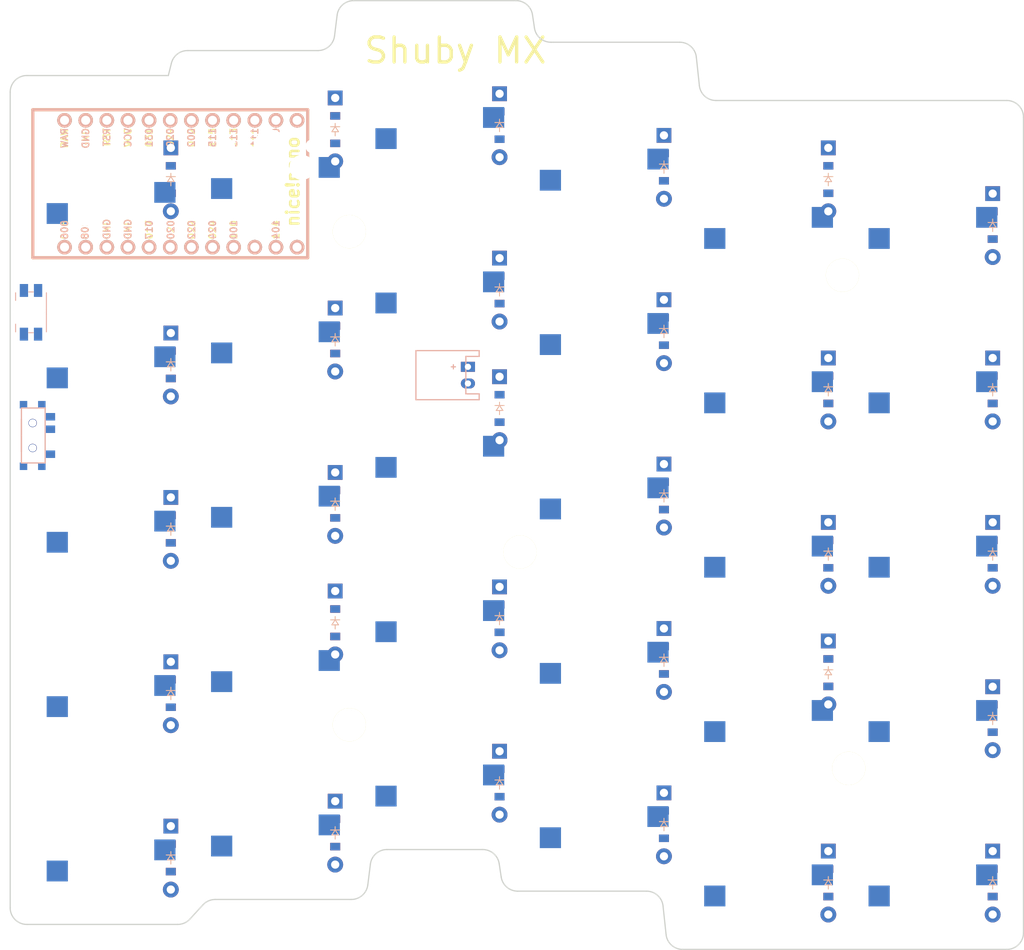
<source format=kicad_pcb>


(kicad_pcb (version 20171130) (host pcbnew 5.1.6)

  (page A3)
  (title_block
    (title "right")
    (rev "v1.0.0")
    (company "Unknown")
  )

  (general
    (thickness 1.6)
  )

  (layers
    (0 F.Cu signal)
    (31 B.Cu signal)
    (32 B.Adhes user)
    (33 F.Adhes user)
    (34 B.Paste user)
    (35 F.Paste user)
    (36 B.SilkS user)
    (37 F.SilkS user)
    (38 B.Mask user)
    (39 F.Mask user)
    (40 Dwgs.User user)
    (41 Cmts.User user)
    (42 Eco1.User user)
    (43 Eco2.User user)
    (44 Edge.Cuts user)
    (45 Margin user)
    (46 B.CrtYd user)
    (47 F.CrtYd user)
    (48 B.Fab user)
    (49 F.Fab user)
  )

  (setup
    (last_trace_width 0.25)
    (trace_clearance 0.2)
    (zone_clearance 0.508)
    (zone_45_only no)
    (trace_min 0.2)
    (via_size 0.8)
    (via_drill 0.4)
    (via_min_size 0.4)
    (via_min_drill 0.3)
    (uvia_size 0.3)
    (uvia_drill 0.1)
    (uvias_allowed no)
    (uvia_min_size 0.2)
    (uvia_min_drill 0.1)
    (edge_width 0.05)
    (segment_width 0.2)
    (pcb_text_width 0.3)
    (pcb_text_size 1.5 1.5)
    (mod_edge_width 0.12)
    (mod_text_size 1 1)
    (mod_text_width 0.15)
    (pad_size 1.524 1.524)
    (pad_drill 0.762)
    (pad_to_mask_clearance 0.05)
    (aux_axis_origin 0 0)
    (visible_elements FFFFFF7F)
    (pcbplotparams
      (layerselection 0x010fc_ffffffff)
      (usegerberextensions false)
      (usegerberattributes true)
      (usegerberadvancedattributes true)
      (creategerberjobfile true)
      (excludeedgelayer true)
      (linewidth 0.100000)
      (plotframeref false)
      (viasonmask false)
      (mode 1)
      (useauxorigin false)
      (hpglpennumber 1)
      (hpglpenspeed 20)
      (hpglpendiameter 15.000000)
      (psnegative false)
      (psa4output false)
      (plotreference true)
      (plotvalue true)
      (plotinvisibletext false)
      (padsonsilk false)
      (subtractmaskfromsilk false)
      (outputformat 1)
      (mirror false)
      (drillshape 1)
      (scaleselection 1)
      (outputdirectory ""))
  )

  (net 0 "")
(net 1 "P020")
(net 2 "mirror_first_mod")
(net 3 "mirror_first_bottom")
(net 4 "mirror_first_home")
(net 5 "mirror_first_top")
(net 6 "mirror_first_num")
(net 7 "P022")
(net 8 "mirror_second_mod")
(net 9 "mirror_second_bottom")
(net 10 "mirror_second_home")
(net 11 "mirror_second_top")
(net 12 "mirror_second_num")
(net 13 "P024")
(net 14 "mirror_third_mod")
(net 15 "mirror_third_bottom")
(net 16 "mirror_third_home")
(net 17 "mirror_third_top")
(net 18 "mirror_third_num")
(net 19 "P100")
(net 20 "mirror_fourth_mod")
(net 21 "mirror_fourth_bottom")
(net 22 "mirror_fourth_home")
(net 23 "mirror_fourth_top")
(net 24 "mirror_fourth_num")
(net 25 "P011")
(net 26 "mirror_fifth_mod")
(net 27 "mirror_fifth_bottom")
(net 28 "mirror_fifth_home")
(net 29 "mirror_fifth_top")
(net 30 "mirror_fifth_num")
(net 31 "P017")
(net 32 "mirror_sixth_mod")
(net 33 "mirror_sixth_bottom")
(net 34 "mirror_sixth_home")
(net 35 "mirror_sixth_top")
(net 36 "mirror_sixth_num")
(net 37 "P113")
(net 38 "P115")
(net 39 "P002")
(net 40 "P029")
(net 41 "P031")
(net 42 "RAW")
(net 43 "GND")
(net 44 "RST")
(net 45 "VCC")
(net 46 "P111")
(net 47 "P010")
(net 48 "P009")
(net 49 "P006")
(net 50 "P008")
(net 51 "P104")
(net 52 "P106")
(net 53 "pos")

  (net_class Default "This is the default net class."
    (clearance 0.2)
    (trace_width 0.25)
    (via_dia 0.8)
    (via_drill 0.4)
    (uvia_dia 0.3)
    (uvia_drill 0.1)
    (add_net "")
(add_net "P020")
(add_net "mirror_first_mod")
(add_net "mirror_first_bottom")
(add_net "mirror_first_home")
(add_net "mirror_first_top")
(add_net "mirror_first_num")
(add_net "P022")
(add_net "mirror_second_mod")
(add_net "mirror_second_bottom")
(add_net "mirror_second_home")
(add_net "mirror_second_top")
(add_net "mirror_second_num")
(add_net "P024")
(add_net "mirror_third_mod")
(add_net "mirror_third_bottom")
(add_net "mirror_third_home")
(add_net "mirror_third_top")
(add_net "mirror_third_num")
(add_net "P100")
(add_net "mirror_fourth_mod")
(add_net "mirror_fourth_bottom")
(add_net "mirror_fourth_home")
(add_net "mirror_fourth_top")
(add_net "mirror_fourth_num")
(add_net "P011")
(add_net "mirror_fifth_mod")
(add_net "mirror_fifth_bottom")
(add_net "mirror_fifth_home")
(add_net "mirror_fifth_top")
(add_net "mirror_fifth_num")
(add_net "P017")
(add_net "mirror_sixth_mod")
(add_net "mirror_sixth_bottom")
(add_net "mirror_sixth_home")
(add_net "mirror_sixth_top")
(add_net "mirror_sixth_num")
(add_net "P113")
(add_net "P115")
(add_net "P002")
(add_net "P029")
(add_net "P031")
(add_net "RAW")
(add_net "GND")
(add_net "RST")
(add_net "VCC")
(add_net "P111")
(add_net "P010")
(add_net "P009")
(add_net "P006")
(add_net "P008")
(add_net "P104")
(add_net "P106")
(add_net "pos")
  )

  
        
      (module MX (layer F.Cu) (tedit 5DD4F656)
      (at 357.5 150 -180)

      
      (fp_text reference "S1" (at 0 0) (layer F.SilkS) hide (effects (font (size 1.27 1.27) (thickness 0.15))))
      (fp_text value "" (at 0 0) (layer F.SilkS) hide (effects (font (size 1.27 1.27) (thickness 0.15))))

      
      (fp_line (start -7 -6) (end -7 -7) (layer Dwgs.User) (width 0.15))
      (fp_line (start -7 7) (end -6 7) (layer Dwgs.User) (width 0.15))
      (fp_line (start -6 -7) (end -7 -7) (layer Dwgs.User) (width 0.15))
      (fp_line (start -7 7) (end -7 6) (layer Dwgs.User) (width 0.15))
      (fp_line (start 7 6) (end 7 7) (layer Dwgs.User) (width 0.15))
      (fp_line (start 7 -7) (end 6 -7) (layer Dwgs.User) (width 0.15))
      (fp_line (start 6 7) (end 7 7) (layer Dwgs.User) (width 0.15))
      (fp_line (start 7 -7) (end 7 -6) (layer Dwgs.User) (width 0.15))
    
      
      (pad "" np_thru_hole circle (at 0 0) (size 3.9878 3.9878) (drill 3.9878) (layers *.Cu *.Mask))

      
      (pad "" np_thru_hole circle (at 5.08 0) (size 1.7018 1.7018) (drill 1.7018) (layers *.Cu *.Mask))
      (pad "" np_thru_hole circle (at -5.08 0) (size 1.7018 1.7018) (drill 1.7018) (layers *.Cu *.Mask))
      
        
      
      (fp_line (start -9.5 -9.5) (end 9.5 -9.5) (layer Dwgs.User) (width 0.15))
      (fp_line (start 9.5 -9.5) (end 9.5 9.5) (layer Dwgs.User) (width 0.15))
      (fp_line (start 9.5 9.5) (end -9.5 9.5) (layer Dwgs.User) (width 0.15))
      (fp_line (start -9.5 9.5) (end -9.5 -9.5) (layer Dwgs.User) (width 0.15))
      
        
        
        (pad "" np_thru_hole circle (at 2.54 -5.08) (size 3 3) (drill 3) (layers *.Cu *.Mask))
        (pad "" np_thru_hole circle (at -3.81 -2.54) (size 3 3) (drill 3) (layers *.Cu *.Mask))
        
        
        (pad 1 smd rect (at -7.085 -2.54 -180) (size 2.55 2.5) (layers B.Cu B.Paste B.Mask) (net 1 "P020"))
        (pad 2 smd rect (at 5.842 -5.08 -180) (size 2.55 2.5) (layers B.Cu B.Paste B.Mask) (net 2 "mirror_first_mod"))
        )
        

        
      (module MX (layer F.Cu) (tedit 5DD4F656)
      (at 357.5 130.25 -180)

      
      (fp_text reference "S2" (at 0 0) (layer F.SilkS) hide (effects (font (size 1.27 1.27) (thickness 0.15))))
      (fp_text value "" (at 0 0) (layer F.SilkS) hide (effects (font (size 1.27 1.27) (thickness 0.15))))

      
      (fp_line (start -7 -6) (end -7 -7) (layer Dwgs.User) (width 0.15))
      (fp_line (start -7 7) (end -6 7) (layer Dwgs.User) (width 0.15))
      (fp_line (start -6 -7) (end -7 -7) (layer Dwgs.User) (width 0.15))
      (fp_line (start -7 7) (end -7 6) (layer Dwgs.User) (width 0.15))
      (fp_line (start 7 6) (end 7 7) (layer Dwgs.User) (width 0.15))
      (fp_line (start 7 -7) (end 6 -7) (layer Dwgs.User) (width 0.15))
      (fp_line (start 6 7) (end 7 7) (layer Dwgs.User) (width 0.15))
      (fp_line (start 7 -7) (end 7 -6) (layer Dwgs.User) (width 0.15))
    
      
      (pad "" np_thru_hole circle (at 0 0) (size 3.9878 3.9878) (drill 3.9878) (layers *.Cu *.Mask))

      
      (pad "" np_thru_hole circle (at 5.08 0) (size 1.7018 1.7018) (drill 1.7018) (layers *.Cu *.Mask))
      (pad "" np_thru_hole circle (at -5.08 0) (size 1.7018 1.7018) (drill 1.7018) (layers *.Cu *.Mask))
      
        
      
      (fp_line (start -9.5 -9.5) (end 9.5 -9.5) (layer Dwgs.User) (width 0.15))
      (fp_line (start 9.5 -9.5) (end 9.5 9.5) (layer Dwgs.User) (width 0.15))
      (fp_line (start 9.5 9.5) (end -9.5 9.5) (layer Dwgs.User) (width 0.15))
      (fp_line (start -9.5 9.5) (end -9.5 -9.5) (layer Dwgs.User) (width 0.15))
      
        
        
        (pad "" np_thru_hole circle (at 2.54 -5.08) (size 3 3) (drill 3) (layers *.Cu *.Mask))
        (pad "" np_thru_hole circle (at -3.81 -2.54) (size 3 3) (drill 3) (layers *.Cu *.Mask))
        
        
        (pad 1 smd rect (at -7.085 -2.54 -180) (size 2.55 2.5) (layers B.Cu B.Paste B.Mask) (net 1 "P020"))
        (pad 2 smd rect (at 5.842 -5.08 -180) (size 2.55 2.5) (layers B.Cu B.Paste B.Mask) (net 3 "mirror_first_bottom"))
        )
        

        
      (module MX (layer F.Cu) (tedit 5DD4F656)
      (at 357.5 110.5 -180)

      
      (fp_text reference "S3" (at 0 0) (layer F.SilkS) hide (effects (font (size 1.27 1.27) (thickness 0.15))))
      (fp_text value "" (at 0 0) (layer F.SilkS) hide (effects (font (size 1.27 1.27) (thickness 0.15))))

      
      (fp_line (start -7 -6) (end -7 -7) (layer Dwgs.User) (width 0.15))
      (fp_line (start -7 7) (end -6 7) (layer Dwgs.User) (width 0.15))
      (fp_line (start -6 -7) (end -7 -7) (layer Dwgs.User) (width 0.15))
      (fp_line (start -7 7) (end -7 6) (layer Dwgs.User) (width 0.15))
      (fp_line (start 7 6) (end 7 7) (layer Dwgs.User) (width 0.15))
      (fp_line (start 7 -7) (end 6 -7) (layer Dwgs.User) (width 0.15))
      (fp_line (start 6 7) (end 7 7) (layer Dwgs.User) (width 0.15))
      (fp_line (start 7 -7) (end 7 -6) (layer Dwgs.User) (width 0.15))
    
      
      (pad "" np_thru_hole circle (at 0 0) (size 3.9878 3.9878) (drill 3.9878) (layers *.Cu *.Mask))

      
      (pad "" np_thru_hole circle (at 5.08 0) (size 1.7018 1.7018) (drill 1.7018) (layers *.Cu *.Mask))
      (pad "" np_thru_hole circle (at -5.08 0) (size 1.7018 1.7018) (drill 1.7018) (layers *.Cu *.Mask))
      
        
      
      (fp_line (start -9.5 -9.5) (end 9.5 -9.5) (layer Dwgs.User) (width 0.15))
      (fp_line (start 9.5 -9.5) (end 9.5 9.5) (layer Dwgs.User) (width 0.15))
      (fp_line (start 9.5 9.5) (end -9.5 9.5) (layer Dwgs.User) (width 0.15))
      (fp_line (start -9.5 9.5) (end -9.5 -9.5) (layer Dwgs.User) (width 0.15))
      
        
        
        (pad "" np_thru_hole circle (at 2.54 -5.08) (size 3 3) (drill 3) (layers *.Cu *.Mask))
        (pad "" np_thru_hole circle (at -3.81 -2.54) (size 3 3) (drill 3) (layers *.Cu *.Mask))
        
        
        (pad 1 smd rect (at -7.085 -2.54 -180) (size 2.55 2.5) (layers B.Cu B.Paste B.Mask) (net 1 "P020"))
        (pad 2 smd rect (at 5.842 -5.08 -180) (size 2.55 2.5) (layers B.Cu B.Paste B.Mask) (net 4 "mirror_first_home"))
        )
        

        
      (module MX (layer F.Cu) (tedit 5DD4F656)
      (at 357.5 90.75 -180)

      
      (fp_text reference "S4" (at 0 0) (layer F.SilkS) hide (effects (font (size 1.27 1.27) (thickness 0.15))))
      (fp_text value "" (at 0 0) (layer F.SilkS) hide (effects (font (size 1.27 1.27) (thickness 0.15))))

      
      (fp_line (start -7 -6) (end -7 -7) (layer Dwgs.User) (width 0.15))
      (fp_line (start -7 7) (end -6 7) (layer Dwgs.User) (width 0.15))
      (fp_line (start -6 -7) (end -7 -7) (layer Dwgs.User) (width 0.15))
      (fp_line (start -7 7) (end -7 6) (layer Dwgs.User) (width 0.15))
      (fp_line (start 7 6) (end 7 7) (layer Dwgs.User) (width 0.15))
      (fp_line (start 7 -7) (end 6 -7) (layer Dwgs.User) (width 0.15))
      (fp_line (start 6 7) (end 7 7) (layer Dwgs.User) (width 0.15))
      (fp_line (start 7 -7) (end 7 -6) (layer Dwgs.User) (width 0.15))
    
      
      (pad "" np_thru_hole circle (at 0 0) (size 3.9878 3.9878) (drill 3.9878) (layers *.Cu *.Mask))

      
      (pad "" np_thru_hole circle (at 5.08 0) (size 1.7018 1.7018) (drill 1.7018) (layers *.Cu *.Mask))
      (pad "" np_thru_hole circle (at -5.08 0) (size 1.7018 1.7018) (drill 1.7018) (layers *.Cu *.Mask))
      
        
      
      (fp_line (start -9.5 -9.5) (end 9.5 -9.5) (layer Dwgs.User) (width 0.15))
      (fp_line (start 9.5 -9.5) (end 9.5 9.5) (layer Dwgs.User) (width 0.15))
      (fp_line (start 9.5 9.5) (end -9.5 9.5) (layer Dwgs.User) (width 0.15))
      (fp_line (start -9.5 9.5) (end -9.5 -9.5) (layer Dwgs.User) (width 0.15))
      
        
        
        (pad "" np_thru_hole circle (at 2.54 -5.08) (size 3 3) (drill 3) (layers *.Cu *.Mask))
        (pad "" np_thru_hole circle (at -3.81 -2.54) (size 3 3) (drill 3) (layers *.Cu *.Mask))
        
        
        (pad 1 smd rect (at -7.085 -2.54 -180) (size 2.55 2.5) (layers B.Cu B.Paste B.Mask) (net 1 "P020"))
        (pad 2 smd rect (at 5.842 -5.08 -180) (size 2.55 2.5) (layers B.Cu B.Paste B.Mask) (net 5 "mirror_first_top"))
        )
        

        
      (module MX (layer F.Cu) (tedit 5DD4F656)
      (at 357.5 71 -180)

      
      (fp_text reference "S5" (at 0 0) (layer F.SilkS) hide (effects (font (size 1.27 1.27) (thickness 0.15))))
      (fp_text value "" (at 0 0) (layer F.SilkS) hide (effects (font (size 1.27 1.27) (thickness 0.15))))

      
      (fp_line (start -7 -6) (end -7 -7) (layer Dwgs.User) (width 0.15))
      (fp_line (start -7 7) (end -6 7) (layer Dwgs.User) (width 0.15))
      (fp_line (start -6 -7) (end -7 -7) (layer Dwgs.User) (width 0.15))
      (fp_line (start -7 7) (end -7 6) (layer Dwgs.User) (width 0.15))
      (fp_line (start 7 6) (end 7 7) (layer Dwgs.User) (width 0.15))
      (fp_line (start 7 -7) (end 6 -7) (layer Dwgs.User) (width 0.15))
      (fp_line (start 6 7) (end 7 7) (layer Dwgs.User) (width 0.15))
      (fp_line (start 7 -7) (end 7 -6) (layer Dwgs.User) (width 0.15))
    
      
      (pad "" np_thru_hole circle (at 0 0) (size 3.9878 3.9878) (drill 3.9878) (layers *.Cu *.Mask))

      
      (pad "" np_thru_hole circle (at 5.08 0) (size 1.7018 1.7018) (drill 1.7018) (layers *.Cu *.Mask))
      (pad "" np_thru_hole circle (at -5.08 0) (size 1.7018 1.7018) (drill 1.7018) (layers *.Cu *.Mask))
      
        
      
      (fp_line (start -9.5 -9.5) (end 9.5 -9.5) (layer Dwgs.User) (width 0.15))
      (fp_line (start 9.5 -9.5) (end 9.5 9.5) (layer Dwgs.User) (width 0.15))
      (fp_line (start 9.5 9.5) (end -9.5 9.5) (layer Dwgs.User) (width 0.15))
      (fp_line (start -9.5 9.5) (end -9.5 -9.5) (layer Dwgs.User) (width 0.15))
      
        
        
        (pad "" np_thru_hole circle (at 2.54 -5.08) (size 3 3) (drill 3) (layers *.Cu *.Mask))
        (pad "" np_thru_hole circle (at -3.81 -2.54) (size 3 3) (drill 3) (layers *.Cu *.Mask))
        
        
        (pad 1 smd rect (at -7.085 -2.54 -180) (size 2.55 2.5) (layers B.Cu B.Paste B.Mask) (net 1 "P020"))
        (pad 2 smd rect (at 5.842 -5.08 -180) (size 2.55 2.5) (layers B.Cu B.Paste B.Mask) (net 6 "mirror_first_num"))
        )
        

        
      (module MX (layer F.Cu) (tedit 5DD4F656)
      (at 337.75 150 -180)

      
      (fp_text reference "S6" (at 0 0) (layer F.SilkS) hide (effects (font (size 1.27 1.27) (thickness 0.15))))
      (fp_text value "" (at 0 0) (layer F.SilkS) hide (effects (font (size 1.27 1.27) (thickness 0.15))))

      
      (fp_line (start -7 -6) (end -7 -7) (layer Dwgs.User) (width 0.15))
      (fp_line (start -7 7) (end -6 7) (layer Dwgs.User) (width 0.15))
      (fp_line (start -6 -7) (end -7 -7) (layer Dwgs.User) (width 0.15))
      (fp_line (start -7 7) (end -7 6) (layer Dwgs.User) (width 0.15))
      (fp_line (start 7 6) (end 7 7) (layer Dwgs.User) (width 0.15))
      (fp_line (start 7 -7) (end 6 -7) (layer Dwgs.User) (width 0.15))
      (fp_line (start 6 7) (end 7 7) (layer Dwgs.User) (width 0.15))
      (fp_line (start 7 -7) (end 7 -6) (layer Dwgs.User) (width 0.15))
    
      
      (pad "" np_thru_hole circle (at 0 0) (size 3.9878 3.9878) (drill 3.9878) (layers *.Cu *.Mask))

      
      (pad "" np_thru_hole circle (at 5.08 0) (size 1.7018 1.7018) (drill 1.7018) (layers *.Cu *.Mask))
      (pad "" np_thru_hole circle (at -5.08 0) (size 1.7018 1.7018) (drill 1.7018) (layers *.Cu *.Mask))
      
        
      
      (fp_line (start -9.5 -9.5) (end 9.5 -9.5) (layer Dwgs.User) (width 0.15))
      (fp_line (start 9.5 -9.5) (end 9.5 9.5) (layer Dwgs.User) (width 0.15))
      (fp_line (start 9.5 9.5) (end -9.5 9.5) (layer Dwgs.User) (width 0.15))
      (fp_line (start -9.5 9.5) (end -9.5 -9.5) (layer Dwgs.User) (width 0.15))
      
        
        
        (pad "" np_thru_hole circle (at 2.54 -5.08) (size 3 3) (drill 3) (layers *.Cu *.Mask))
        (pad "" np_thru_hole circle (at -3.81 -2.54) (size 3 3) (drill 3) (layers *.Cu *.Mask))
        
        
        (pad 1 smd rect (at -7.085 -2.54 -180) (size 2.55 2.5) (layers B.Cu B.Paste B.Mask) (net 7 "P022"))
        (pad 2 smd rect (at 5.842 -5.08 -180) (size 2.55 2.5) (layers B.Cu B.Paste B.Mask) (net 8 "mirror_second_mod"))
        )
        

        
      (module MX (layer F.Cu) (tedit 5DD4F656)
      (at 337.75 130.25 -180)

      
      (fp_text reference "S7" (at 0 0) (layer F.SilkS) hide (effects (font (size 1.27 1.27) (thickness 0.15))))
      (fp_text value "" (at 0 0) (layer F.SilkS) hide (effects (font (size 1.27 1.27) (thickness 0.15))))

      
      (fp_line (start -7 -6) (end -7 -7) (layer Dwgs.User) (width 0.15))
      (fp_line (start -7 7) (end -6 7) (layer Dwgs.User) (width 0.15))
      (fp_line (start -6 -7) (end -7 -7) (layer Dwgs.User) (width 0.15))
      (fp_line (start -7 7) (end -7 6) (layer Dwgs.User) (width 0.15))
      (fp_line (start 7 6) (end 7 7) (layer Dwgs.User) (width 0.15))
      (fp_line (start 7 -7) (end 6 -7) (layer Dwgs.User) (width 0.15))
      (fp_line (start 6 7) (end 7 7) (layer Dwgs.User) (width 0.15))
      (fp_line (start 7 -7) (end 7 -6) (layer Dwgs.User) (width 0.15))
    
      
      (pad "" np_thru_hole circle (at 0 0) (size 3.9878 3.9878) (drill 3.9878) (layers *.Cu *.Mask))

      
      (pad "" np_thru_hole circle (at 5.08 0) (size 1.7018 1.7018) (drill 1.7018) (layers *.Cu *.Mask))
      (pad "" np_thru_hole circle (at -5.08 0) (size 1.7018 1.7018) (drill 1.7018) (layers *.Cu *.Mask))
      
        
      
      (fp_line (start -9.5 -9.5) (end 9.5 -9.5) (layer Dwgs.User) (width 0.15))
      (fp_line (start 9.5 -9.5) (end 9.5 9.5) (layer Dwgs.User) (width 0.15))
      (fp_line (start 9.5 9.5) (end -9.5 9.5) (layer Dwgs.User) (width 0.15))
      (fp_line (start -9.5 9.5) (end -9.5 -9.5) (layer Dwgs.User) (width 0.15))
      
        
        
        (pad "" np_thru_hole circle (at 2.54 -5.08) (size 3 3) (drill 3) (layers *.Cu *.Mask))
        (pad "" np_thru_hole circle (at -3.81 -2.54) (size 3 3) (drill 3) (layers *.Cu *.Mask))
        
        
        (pad 1 smd rect (at -7.085 -2.54 -180) (size 2.55 2.5) (layers B.Cu B.Paste B.Mask) (net 7 "P022"))
        (pad 2 smd rect (at 5.842 -5.08 -180) (size 2.55 2.5) (layers B.Cu B.Paste B.Mask) (net 9 "mirror_second_bottom"))
        )
        

        
      (module MX (layer F.Cu) (tedit 5DD4F656)
      (at 337.75 110.5 -180)

      
      (fp_text reference "S8" (at 0 0) (layer F.SilkS) hide (effects (font (size 1.27 1.27) (thickness 0.15))))
      (fp_text value "" (at 0 0) (layer F.SilkS) hide (effects (font (size 1.27 1.27) (thickness 0.15))))

      
      (fp_line (start -7 -6) (end -7 -7) (layer Dwgs.User) (width 0.15))
      (fp_line (start -7 7) (end -6 7) (layer Dwgs.User) (width 0.15))
      (fp_line (start -6 -7) (end -7 -7) (layer Dwgs.User) (width 0.15))
      (fp_line (start -7 7) (end -7 6) (layer Dwgs.User) (width 0.15))
      (fp_line (start 7 6) (end 7 7) (layer Dwgs.User) (width 0.15))
      (fp_line (start 7 -7) (end 6 -7) (layer Dwgs.User) (width 0.15))
      (fp_line (start 6 7) (end 7 7) (layer Dwgs.User) (width 0.15))
      (fp_line (start 7 -7) (end 7 -6) (layer Dwgs.User) (width 0.15))
    
      
      (pad "" np_thru_hole circle (at 0 0) (size 3.9878 3.9878) (drill 3.9878) (layers *.Cu *.Mask))

      
      (pad "" np_thru_hole circle (at 5.08 0) (size 1.7018 1.7018) (drill 1.7018) (layers *.Cu *.Mask))
      (pad "" np_thru_hole circle (at -5.08 0) (size 1.7018 1.7018) (drill 1.7018) (layers *.Cu *.Mask))
      
        
      
      (fp_line (start -9.5 -9.5) (end 9.5 -9.5) (layer Dwgs.User) (width 0.15))
      (fp_line (start 9.5 -9.5) (end 9.5 9.5) (layer Dwgs.User) (width 0.15))
      (fp_line (start 9.5 9.5) (end -9.5 9.5) (layer Dwgs.User) (width 0.15))
      (fp_line (start -9.5 9.5) (end -9.5 -9.5) (layer Dwgs.User) (width 0.15))
      
        
        
        (pad "" np_thru_hole circle (at 2.54 -5.08) (size 3 3) (drill 3) (layers *.Cu *.Mask))
        (pad "" np_thru_hole circle (at -3.81 -2.54) (size 3 3) (drill 3) (layers *.Cu *.Mask))
        
        
        (pad 1 smd rect (at -7.085 -2.54 -180) (size 2.55 2.5) (layers B.Cu B.Paste B.Mask) (net 7 "P022"))
        (pad 2 smd rect (at 5.842 -5.08 -180) (size 2.55 2.5) (layers B.Cu B.Paste B.Mask) (net 10 "mirror_second_home"))
        )
        

        
      (module MX (layer F.Cu) (tedit 5DD4F656)
      (at 337.75 90.75 -180)

      
      (fp_text reference "S9" (at 0 0) (layer F.SilkS) hide (effects (font (size 1.27 1.27) (thickness 0.15))))
      (fp_text value "" (at 0 0) (layer F.SilkS) hide (effects (font (size 1.27 1.27) (thickness 0.15))))

      
      (fp_line (start -7 -6) (end -7 -7) (layer Dwgs.User) (width 0.15))
      (fp_line (start -7 7) (end -6 7) (layer Dwgs.User) (width 0.15))
      (fp_line (start -6 -7) (end -7 -7) (layer Dwgs.User) (width 0.15))
      (fp_line (start -7 7) (end -7 6) (layer Dwgs.User) (width 0.15))
      (fp_line (start 7 6) (end 7 7) (layer Dwgs.User) (width 0.15))
      (fp_line (start 7 -7) (end 6 -7) (layer Dwgs.User) (width 0.15))
      (fp_line (start 6 7) (end 7 7) (layer Dwgs.User) (width 0.15))
      (fp_line (start 7 -7) (end 7 -6) (layer Dwgs.User) (width 0.15))
    
      
      (pad "" np_thru_hole circle (at 0 0) (size 3.9878 3.9878) (drill 3.9878) (layers *.Cu *.Mask))

      
      (pad "" np_thru_hole circle (at 5.08 0) (size 1.7018 1.7018) (drill 1.7018) (layers *.Cu *.Mask))
      (pad "" np_thru_hole circle (at -5.08 0) (size 1.7018 1.7018) (drill 1.7018) (layers *.Cu *.Mask))
      
        
      
      (fp_line (start -9.5 -9.5) (end 9.5 -9.5) (layer Dwgs.User) (width 0.15))
      (fp_line (start 9.5 -9.5) (end 9.5 9.5) (layer Dwgs.User) (width 0.15))
      (fp_line (start 9.5 9.5) (end -9.5 9.5) (layer Dwgs.User) (width 0.15))
      (fp_line (start -9.5 9.5) (end -9.5 -9.5) (layer Dwgs.User) (width 0.15))
      
        
        
        (pad "" np_thru_hole circle (at 2.54 -5.08) (size 3 3) (drill 3) (layers *.Cu *.Mask))
        (pad "" np_thru_hole circle (at -3.81 -2.54) (size 3 3) (drill 3) (layers *.Cu *.Mask))
        
        
        (pad 1 smd rect (at -7.085 -2.54 -180) (size 2.55 2.5) (layers B.Cu B.Paste B.Mask) (net 7 "P022"))
        (pad 2 smd rect (at 5.842 -5.08 -180) (size 2.55 2.5) (layers B.Cu B.Paste B.Mask) (net 11 "mirror_second_top"))
        )
        

        
      (module MX (layer F.Cu) (tedit 5DD4F656)
      (at 337.75 71 -180)

      
      (fp_text reference "S10" (at 0 0) (layer F.SilkS) hide (effects (font (size 1.27 1.27) (thickness 0.15))))
      (fp_text value "" (at 0 0) (layer F.SilkS) hide (effects (font (size 1.27 1.27) (thickness 0.15))))

      
      (fp_line (start -7 -6) (end -7 -7) (layer Dwgs.User) (width 0.15))
      (fp_line (start -7 7) (end -6 7) (layer Dwgs.User) (width 0.15))
      (fp_line (start -6 -7) (end -7 -7) (layer Dwgs.User) (width 0.15))
      (fp_line (start -7 7) (end -7 6) (layer Dwgs.User) (width 0.15))
      (fp_line (start 7 6) (end 7 7) (layer Dwgs.User) (width 0.15))
      (fp_line (start 7 -7) (end 6 -7) (layer Dwgs.User) (width 0.15))
      (fp_line (start 6 7) (end 7 7) (layer Dwgs.User) (width 0.15))
      (fp_line (start 7 -7) (end 7 -6) (layer Dwgs.User) (width 0.15))
    
      
      (pad "" np_thru_hole circle (at 0 0) (size 3.9878 3.9878) (drill 3.9878) (layers *.Cu *.Mask))

      
      (pad "" np_thru_hole circle (at 5.08 0) (size 1.7018 1.7018) (drill 1.7018) (layers *.Cu *.Mask))
      (pad "" np_thru_hole circle (at -5.08 0) (size 1.7018 1.7018) (drill 1.7018) (layers *.Cu *.Mask))
      
        
      
      (fp_line (start -9.5 -9.5) (end 9.5 -9.5) (layer Dwgs.User) (width 0.15))
      (fp_line (start 9.5 -9.5) (end 9.5 9.5) (layer Dwgs.User) (width 0.15))
      (fp_line (start 9.5 9.5) (end -9.5 9.5) (layer Dwgs.User) (width 0.15))
      (fp_line (start -9.5 9.5) (end -9.5 -9.5) (layer Dwgs.User) (width 0.15))
      
        
        
        (pad "" np_thru_hole circle (at 2.54 -5.08) (size 3 3) (drill 3) (layers *.Cu *.Mask))
        (pad "" np_thru_hole circle (at -3.81 -2.54) (size 3 3) (drill 3) (layers *.Cu *.Mask))
        
        
        (pad 1 smd rect (at -7.085 -2.54 -180) (size 2.55 2.5) (layers B.Cu B.Paste B.Mask) (net 7 "P022"))
        (pad 2 smd rect (at 5.842 -5.08 -180) (size 2.55 2.5) (layers B.Cu B.Paste B.Mask) (net 12 "mirror_second_num"))
        )
        

        
      (module MX (layer F.Cu) (tedit 5DD4F656)
      (at 318 143 -180)

      
      (fp_text reference "S11" (at 0 0) (layer F.SilkS) hide (effects (font (size 1.27 1.27) (thickness 0.15))))
      (fp_text value "" (at 0 0) (layer F.SilkS) hide (effects (font (size 1.27 1.27) (thickness 0.15))))

      
      (fp_line (start -7 -6) (end -7 -7) (layer Dwgs.User) (width 0.15))
      (fp_line (start -7 7) (end -6 7) (layer Dwgs.User) (width 0.15))
      (fp_line (start -6 -7) (end -7 -7) (layer Dwgs.User) (width 0.15))
      (fp_line (start -7 7) (end -7 6) (layer Dwgs.User) (width 0.15))
      (fp_line (start 7 6) (end 7 7) (layer Dwgs.User) (width 0.15))
      (fp_line (start 7 -7) (end 6 -7) (layer Dwgs.User) (width 0.15))
      (fp_line (start 6 7) (end 7 7) (layer Dwgs.User) (width 0.15))
      (fp_line (start 7 -7) (end 7 -6) (layer Dwgs.User) (width 0.15))
    
      
      (pad "" np_thru_hole circle (at 0 0) (size 3.9878 3.9878) (drill 3.9878) (layers *.Cu *.Mask))

      
      (pad "" np_thru_hole circle (at 5.08 0) (size 1.7018 1.7018) (drill 1.7018) (layers *.Cu *.Mask))
      (pad "" np_thru_hole circle (at -5.08 0) (size 1.7018 1.7018) (drill 1.7018) (layers *.Cu *.Mask))
      
        
      
      (fp_line (start -9.5 -9.5) (end 9.5 -9.5) (layer Dwgs.User) (width 0.15))
      (fp_line (start 9.5 -9.5) (end 9.5 9.5) (layer Dwgs.User) (width 0.15))
      (fp_line (start 9.5 9.5) (end -9.5 9.5) (layer Dwgs.User) (width 0.15))
      (fp_line (start -9.5 9.5) (end -9.5 -9.5) (layer Dwgs.User) (width 0.15))
      
        
        
        (pad "" np_thru_hole circle (at 2.54 -5.08) (size 3 3) (drill 3) (layers *.Cu *.Mask))
        (pad "" np_thru_hole circle (at -3.81 -2.54) (size 3 3) (drill 3) (layers *.Cu *.Mask))
        
        
        (pad 1 smd rect (at -7.085 -2.54 -180) (size 2.55 2.5) (layers B.Cu B.Paste B.Mask) (net 13 "P024"))
        (pad 2 smd rect (at 5.842 -5.08 -180) (size 2.55 2.5) (layers B.Cu B.Paste B.Mask) (net 14 "mirror_third_mod"))
        )
        

        
      (module MX (layer F.Cu) (tedit 5DD4F656)
      (at 318 123.25 -180)

      
      (fp_text reference "S12" (at 0 0) (layer F.SilkS) hide (effects (font (size 1.27 1.27) (thickness 0.15))))
      (fp_text value "" (at 0 0) (layer F.SilkS) hide (effects (font (size 1.27 1.27) (thickness 0.15))))

      
      (fp_line (start -7 -6) (end -7 -7) (layer Dwgs.User) (width 0.15))
      (fp_line (start -7 7) (end -6 7) (layer Dwgs.User) (width 0.15))
      (fp_line (start -6 -7) (end -7 -7) (layer Dwgs.User) (width 0.15))
      (fp_line (start -7 7) (end -7 6) (layer Dwgs.User) (width 0.15))
      (fp_line (start 7 6) (end 7 7) (layer Dwgs.User) (width 0.15))
      (fp_line (start 7 -7) (end 6 -7) (layer Dwgs.User) (width 0.15))
      (fp_line (start 6 7) (end 7 7) (layer Dwgs.User) (width 0.15))
      (fp_line (start 7 -7) (end 7 -6) (layer Dwgs.User) (width 0.15))
    
      
      (pad "" np_thru_hole circle (at 0 0) (size 3.9878 3.9878) (drill 3.9878) (layers *.Cu *.Mask))

      
      (pad "" np_thru_hole circle (at 5.08 0) (size 1.7018 1.7018) (drill 1.7018) (layers *.Cu *.Mask))
      (pad "" np_thru_hole circle (at -5.08 0) (size 1.7018 1.7018) (drill 1.7018) (layers *.Cu *.Mask))
      
        
      
      (fp_line (start -9.5 -9.5) (end 9.5 -9.5) (layer Dwgs.User) (width 0.15))
      (fp_line (start 9.5 -9.5) (end 9.5 9.5) (layer Dwgs.User) (width 0.15))
      (fp_line (start 9.5 9.5) (end -9.5 9.5) (layer Dwgs.User) (width 0.15))
      (fp_line (start -9.5 9.5) (end -9.5 -9.5) (layer Dwgs.User) (width 0.15))
      
        
        
        (pad "" np_thru_hole circle (at 2.54 -5.08) (size 3 3) (drill 3) (layers *.Cu *.Mask))
        (pad "" np_thru_hole circle (at -3.81 -2.54) (size 3 3) (drill 3) (layers *.Cu *.Mask))
        
        
        (pad 1 smd rect (at -7.085 -2.54 -180) (size 2.55 2.5) (layers B.Cu B.Paste B.Mask) (net 13 "P024"))
        (pad 2 smd rect (at 5.842 -5.08 -180) (size 2.55 2.5) (layers B.Cu B.Paste B.Mask) (net 15 "mirror_third_bottom"))
        )
        

        
      (module MX (layer F.Cu) (tedit 5DD4F656)
      (at 318 103.5 -180)

      
      (fp_text reference "S13" (at 0 0) (layer F.SilkS) hide (effects (font (size 1.27 1.27) (thickness 0.15))))
      (fp_text value "" (at 0 0) (layer F.SilkS) hide (effects (font (size 1.27 1.27) (thickness 0.15))))

      
      (fp_line (start -7 -6) (end -7 -7) (layer Dwgs.User) (width 0.15))
      (fp_line (start -7 7) (end -6 7) (layer Dwgs.User) (width 0.15))
      (fp_line (start -6 -7) (end -7 -7) (layer Dwgs.User) (width 0.15))
      (fp_line (start -7 7) (end -7 6) (layer Dwgs.User) (width 0.15))
      (fp_line (start 7 6) (end 7 7) (layer Dwgs.User) (width 0.15))
      (fp_line (start 7 -7) (end 6 -7) (layer Dwgs.User) (width 0.15))
      (fp_line (start 6 7) (end 7 7) (layer Dwgs.User) (width 0.15))
      (fp_line (start 7 -7) (end 7 -6) (layer Dwgs.User) (width 0.15))
    
      
      (pad "" np_thru_hole circle (at 0 0) (size 3.9878 3.9878) (drill 3.9878) (layers *.Cu *.Mask))

      
      (pad "" np_thru_hole circle (at 5.08 0) (size 1.7018 1.7018) (drill 1.7018) (layers *.Cu *.Mask))
      (pad "" np_thru_hole circle (at -5.08 0) (size 1.7018 1.7018) (drill 1.7018) (layers *.Cu *.Mask))
      
        
      
      (fp_line (start -9.5 -9.5) (end 9.5 -9.5) (layer Dwgs.User) (width 0.15))
      (fp_line (start 9.5 -9.5) (end 9.5 9.5) (layer Dwgs.User) (width 0.15))
      (fp_line (start 9.5 9.5) (end -9.5 9.5) (layer Dwgs.User) (width 0.15))
      (fp_line (start -9.5 9.5) (end -9.5 -9.5) (layer Dwgs.User) (width 0.15))
      
        
        
        (pad "" np_thru_hole circle (at 2.54 -5.08) (size 3 3) (drill 3) (layers *.Cu *.Mask))
        (pad "" np_thru_hole circle (at -3.81 -2.54) (size 3 3) (drill 3) (layers *.Cu *.Mask))
        
        
        (pad 1 smd rect (at -7.085 -2.54 -180) (size 2.55 2.5) (layers B.Cu B.Paste B.Mask) (net 13 "P024"))
        (pad 2 smd rect (at 5.842 -5.08 -180) (size 2.55 2.5) (layers B.Cu B.Paste B.Mask) (net 16 "mirror_third_home"))
        )
        

        
      (module MX (layer F.Cu) (tedit 5DD4F656)
      (at 318 83.75 -180)

      
      (fp_text reference "S14" (at 0 0) (layer F.SilkS) hide (effects (font (size 1.27 1.27) (thickness 0.15))))
      (fp_text value "" (at 0 0) (layer F.SilkS) hide (effects (font (size 1.27 1.27) (thickness 0.15))))

      
      (fp_line (start -7 -6) (end -7 -7) (layer Dwgs.User) (width 0.15))
      (fp_line (start -7 7) (end -6 7) (layer Dwgs.User) (width 0.15))
      (fp_line (start -6 -7) (end -7 -7) (layer Dwgs.User) (width 0.15))
      (fp_line (start -7 7) (end -7 6) (layer Dwgs.User) (width 0.15))
      (fp_line (start 7 6) (end 7 7) (layer Dwgs.User) (width 0.15))
      (fp_line (start 7 -7) (end 6 -7) (layer Dwgs.User) (width 0.15))
      (fp_line (start 6 7) (end 7 7) (layer Dwgs.User) (width 0.15))
      (fp_line (start 7 -7) (end 7 -6) (layer Dwgs.User) (width 0.15))
    
      
      (pad "" np_thru_hole circle (at 0 0) (size 3.9878 3.9878) (drill 3.9878) (layers *.Cu *.Mask))

      
      (pad "" np_thru_hole circle (at 5.08 0) (size 1.7018 1.7018) (drill 1.7018) (layers *.Cu *.Mask))
      (pad "" np_thru_hole circle (at -5.08 0) (size 1.7018 1.7018) (drill 1.7018) (layers *.Cu *.Mask))
      
        
      
      (fp_line (start -9.5 -9.5) (end 9.5 -9.5) (layer Dwgs.User) (width 0.15))
      (fp_line (start 9.5 -9.5) (end 9.5 9.5) (layer Dwgs.User) (width 0.15))
      (fp_line (start 9.5 9.5) (end -9.5 9.5) (layer Dwgs.User) (width 0.15))
      (fp_line (start -9.5 9.5) (end -9.5 -9.5) (layer Dwgs.User) (width 0.15))
      
        
        
        (pad "" np_thru_hole circle (at 2.54 -5.08) (size 3 3) (drill 3) (layers *.Cu *.Mask))
        (pad "" np_thru_hole circle (at -3.81 -2.54) (size 3 3) (drill 3) (layers *.Cu *.Mask))
        
        
        (pad 1 smd rect (at -7.085 -2.54 -180) (size 2.55 2.5) (layers B.Cu B.Paste B.Mask) (net 13 "P024"))
        (pad 2 smd rect (at 5.842 -5.08 -180) (size 2.55 2.5) (layers B.Cu B.Paste B.Mask) (net 17 "mirror_third_top"))
        )
        

        
      (module MX (layer F.Cu) (tedit 5DD4F656)
      (at 318 64 -180)

      
      (fp_text reference "S15" (at 0 0) (layer F.SilkS) hide (effects (font (size 1.27 1.27) (thickness 0.15))))
      (fp_text value "" (at 0 0) (layer F.SilkS) hide (effects (font (size 1.27 1.27) (thickness 0.15))))

      
      (fp_line (start -7 -6) (end -7 -7) (layer Dwgs.User) (width 0.15))
      (fp_line (start -7 7) (end -6 7) (layer Dwgs.User) (width 0.15))
      (fp_line (start -6 -7) (end -7 -7) (layer Dwgs.User) (width 0.15))
      (fp_line (start -7 7) (end -7 6) (layer Dwgs.User) (width 0.15))
      (fp_line (start 7 6) (end 7 7) (layer Dwgs.User) (width 0.15))
      (fp_line (start 7 -7) (end 6 -7) (layer Dwgs.User) (width 0.15))
      (fp_line (start 6 7) (end 7 7) (layer Dwgs.User) (width 0.15))
      (fp_line (start 7 -7) (end 7 -6) (layer Dwgs.User) (width 0.15))
    
      
      (pad "" np_thru_hole circle (at 0 0) (size 3.9878 3.9878) (drill 3.9878) (layers *.Cu *.Mask))

      
      (pad "" np_thru_hole circle (at 5.08 0) (size 1.7018 1.7018) (drill 1.7018) (layers *.Cu *.Mask))
      (pad "" np_thru_hole circle (at -5.08 0) (size 1.7018 1.7018) (drill 1.7018) (layers *.Cu *.Mask))
      
        
      
      (fp_line (start -9.5 -9.5) (end 9.5 -9.5) (layer Dwgs.User) (width 0.15))
      (fp_line (start 9.5 -9.5) (end 9.5 9.5) (layer Dwgs.User) (width 0.15))
      (fp_line (start 9.5 9.5) (end -9.5 9.5) (layer Dwgs.User) (width 0.15))
      (fp_line (start -9.5 9.5) (end -9.5 -9.5) (layer Dwgs.User) (width 0.15))
      
        
        
        (pad "" np_thru_hole circle (at 2.54 -5.08) (size 3 3) (drill 3) (layers *.Cu *.Mask))
        (pad "" np_thru_hole circle (at -3.81 -2.54) (size 3 3) (drill 3) (layers *.Cu *.Mask))
        
        
        (pad 1 smd rect (at -7.085 -2.54 -180) (size 2.55 2.5) (layers B.Cu B.Paste B.Mask) (net 13 "P024"))
        (pad 2 smd rect (at 5.842 -5.08 -180) (size 2.55 2.5) (layers B.Cu B.Paste B.Mask) (net 18 "mirror_third_num"))
        )
        

        
      (module MX (layer F.Cu) (tedit 5DD4F656)
      (at 298.25 138 -180)

      
      (fp_text reference "S16" (at 0 0) (layer F.SilkS) hide (effects (font (size 1.27 1.27) (thickness 0.15))))
      (fp_text value "" (at 0 0) (layer F.SilkS) hide (effects (font (size 1.27 1.27) (thickness 0.15))))

      
      (fp_line (start -7 -6) (end -7 -7) (layer Dwgs.User) (width 0.15))
      (fp_line (start -7 7) (end -6 7) (layer Dwgs.User) (width 0.15))
      (fp_line (start -6 -7) (end -7 -7) (layer Dwgs.User) (width 0.15))
      (fp_line (start -7 7) (end -7 6) (layer Dwgs.User) (width 0.15))
      (fp_line (start 7 6) (end 7 7) (layer Dwgs.User) (width 0.15))
      (fp_line (start 7 -7) (end 6 -7) (layer Dwgs.User) (width 0.15))
      (fp_line (start 6 7) (end 7 7) (layer Dwgs.User) (width 0.15))
      (fp_line (start 7 -7) (end 7 -6) (layer Dwgs.User) (width 0.15))
    
      
      (pad "" np_thru_hole circle (at 0 0) (size 3.9878 3.9878) (drill 3.9878) (layers *.Cu *.Mask))

      
      (pad "" np_thru_hole circle (at 5.08 0) (size 1.7018 1.7018) (drill 1.7018) (layers *.Cu *.Mask))
      (pad "" np_thru_hole circle (at -5.08 0) (size 1.7018 1.7018) (drill 1.7018) (layers *.Cu *.Mask))
      
        
      
      (fp_line (start -9.5 -9.5) (end 9.5 -9.5) (layer Dwgs.User) (width 0.15))
      (fp_line (start 9.5 -9.5) (end 9.5 9.5) (layer Dwgs.User) (width 0.15))
      (fp_line (start 9.5 9.5) (end -9.5 9.5) (layer Dwgs.User) (width 0.15))
      (fp_line (start -9.5 9.5) (end -9.5 -9.5) (layer Dwgs.User) (width 0.15))
      
        
        
        (pad "" np_thru_hole circle (at 2.54 -5.08) (size 3 3) (drill 3) (layers *.Cu *.Mask))
        (pad "" np_thru_hole circle (at -3.81 -2.54) (size 3 3) (drill 3) (layers *.Cu *.Mask))
        
        
        (pad 1 smd rect (at -7.085 -2.54 -180) (size 2.55 2.5) (layers B.Cu B.Paste B.Mask) (net 19 "P100"))
        (pad 2 smd rect (at 5.842 -5.08 -180) (size 2.55 2.5) (layers B.Cu B.Paste B.Mask) (net 20 "mirror_fourth_mod"))
        )
        

        
      (module MX (layer F.Cu) (tedit 5DD4F656)
      (at 298.25 118.25 -180)

      
      (fp_text reference "S17" (at 0 0) (layer F.SilkS) hide (effects (font (size 1.27 1.27) (thickness 0.15))))
      (fp_text value "" (at 0 0) (layer F.SilkS) hide (effects (font (size 1.27 1.27) (thickness 0.15))))

      
      (fp_line (start -7 -6) (end -7 -7) (layer Dwgs.User) (width 0.15))
      (fp_line (start -7 7) (end -6 7) (layer Dwgs.User) (width 0.15))
      (fp_line (start -6 -7) (end -7 -7) (layer Dwgs.User) (width 0.15))
      (fp_line (start -7 7) (end -7 6) (layer Dwgs.User) (width 0.15))
      (fp_line (start 7 6) (end 7 7) (layer Dwgs.User) (width 0.15))
      (fp_line (start 7 -7) (end 6 -7) (layer Dwgs.User) (width 0.15))
      (fp_line (start 6 7) (end 7 7) (layer Dwgs.User) (width 0.15))
      (fp_line (start 7 -7) (end 7 -6) (layer Dwgs.User) (width 0.15))
    
      
      (pad "" np_thru_hole circle (at 0 0) (size 3.9878 3.9878) (drill 3.9878) (layers *.Cu *.Mask))

      
      (pad "" np_thru_hole circle (at 5.08 0) (size 1.7018 1.7018) (drill 1.7018) (layers *.Cu *.Mask))
      (pad "" np_thru_hole circle (at -5.08 0) (size 1.7018 1.7018) (drill 1.7018) (layers *.Cu *.Mask))
      
        
      
      (fp_line (start -9.5 -9.5) (end 9.5 -9.5) (layer Dwgs.User) (width 0.15))
      (fp_line (start 9.5 -9.5) (end 9.5 9.5) (layer Dwgs.User) (width 0.15))
      (fp_line (start 9.5 9.5) (end -9.5 9.5) (layer Dwgs.User) (width 0.15))
      (fp_line (start -9.5 9.5) (end -9.5 -9.5) (layer Dwgs.User) (width 0.15))
      
        
        
        (pad "" np_thru_hole circle (at 2.54 -5.08) (size 3 3) (drill 3) (layers *.Cu *.Mask))
        (pad "" np_thru_hole circle (at -3.81 -2.54) (size 3 3) (drill 3) (layers *.Cu *.Mask))
        
        
        (pad 1 smd rect (at -7.085 -2.54 -180) (size 2.55 2.5) (layers B.Cu B.Paste B.Mask) (net 19 "P100"))
        (pad 2 smd rect (at 5.842 -5.08 -180) (size 2.55 2.5) (layers B.Cu B.Paste B.Mask) (net 21 "mirror_fourth_bottom"))
        )
        

        
      (module MX (layer F.Cu) (tedit 5DD4F656)
      (at 298.25 98.5 -180)

      
      (fp_text reference "S18" (at 0 0) (layer F.SilkS) hide (effects (font (size 1.27 1.27) (thickness 0.15))))
      (fp_text value "" (at 0 0) (layer F.SilkS) hide (effects (font (size 1.27 1.27) (thickness 0.15))))

      
      (fp_line (start -7 -6) (end -7 -7) (layer Dwgs.User) (width 0.15))
      (fp_line (start -7 7) (end -6 7) (layer Dwgs.User) (width 0.15))
      (fp_line (start -6 -7) (end -7 -7) (layer Dwgs.User) (width 0.15))
      (fp_line (start -7 7) (end -7 6) (layer Dwgs.User) (width 0.15))
      (fp_line (start 7 6) (end 7 7) (layer Dwgs.User) (width 0.15))
      (fp_line (start 7 -7) (end 6 -7) (layer Dwgs.User) (width 0.15))
      (fp_line (start 6 7) (end 7 7) (layer Dwgs.User) (width 0.15))
      (fp_line (start 7 -7) (end 7 -6) (layer Dwgs.User) (width 0.15))
    
      
      (pad "" np_thru_hole circle (at 0 0) (size 3.9878 3.9878) (drill 3.9878) (layers *.Cu *.Mask))

      
      (pad "" np_thru_hole circle (at 5.08 0) (size 1.7018 1.7018) (drill 1.7018) (layers *.Cu *.Mask))
      (pad "" np_thru_hole circle (at -5.08 0) (size 1.7018 1.7018) (drill 1.7018) (layers *.Cu *.Mask))
      
        
      
      (fp_line (start -9.5 -9.5) (end 9.5 -9.5) (layer Dwgs.User) (width 0.15))
      (fp_line (start 9.5 -9.5) (end 9.5 9.5) (layer Dwgs.User) (width 0.15))
      (fp_line (start 9.5 9.5) (end -9.5 9.5) (layer Dwgs.User) (width 0.15))
      (fp_line (start -9.5 9.5) (end -9.5 -9.5) (layer Dwgs.User) (width 0.15))
      
        
        
        (pad "" np_thru_hole circle (at 2.54 -5.08) (size 3 3) (drill 3) (layers *.Cu *.Mask))
        (pad "" np_thru_hole circle (at -3.81 -2.54) (size 3 3) (drill 3) (layers *.Cu *.Mask))
        
        
        (pad 1 smd rect (at -7.085 -2.54 -180) (size 2.55 2.5) (layers B.Cu B.Paste B.Mask) (net 19 "P100"))
        (pad 2 smd rect (at 5.842 -5.08 -180) (size 2.55 2.5) (layers B.Cu B.Paste B.Mask) (net 22 "mirror_fourth_home"))
        )
        

        
      (module MX (layer F.Cu) (tedit 5DD4F656)
      (at 298.25 78.75 -180)

      
      (fp_text reference "S19" (at 0 0) (layer F.SilkS) hide (effects (font (size 1.27 1.27) (thickness 0.15))))
      (fp_text value "" (at 0 0) (layer F.SilkS) hide (effects (font (size 1.27 1.27) (thickness 0.15))))

      
      (fp_line (start -7 -6) (end -7 -7) (layer Dwgs.User) (width 0.15))
      (fp_line (start -7 7) (end -6 7) (layer Dwgs.User) (width 0.15))
      (fp_line (start -6 -7) (end -7 -7) (layer Dwgs.User) (width 0.15))
      (fp_line (start -7 7) (end -7 6) (layer Dwgs.User) (width 0.15))
      (fp_line (start 7 6) (end 7 7) (layer Dwgs.User) (width 0.15))
      (fp_line (start 7 -7) (end 6 -7) (layer Dwgs.User) (width 0.15))
      (fp_line (start 6 7) (end 7 7) (layer Dwgs.User) (width 0.15))
      (fp_line (start 7 -7) (end 7 -6) (layer Dwgs.User) (width 0.15))
    
      
      (pad "" np_thru_hole circle (at 0 0) (size 3.9878 3.9878) (drill 3.9878) (layers *.Cu *.Mask))

      
      (pad "" np_thru_hole circle (at 5.08 0) (size 1.7018 1.7018) (drill 1.7018) (layers *.Cu *.Mask))
      (pad "" np_thru_hole circle (at -5.08 0) (size 1.7018 1.7018) (drill 1.7018) (layers *.Cu *.Mask))
      
        
      
      (fp_line (start -9.5 -9.5) (end 9.5 -9.5) (layer Dwgs.User) (width 0.15))
      (fp_line (start 9.5 -9.5) (end 9.5 9.5) (layer Dwgs.User) (width 0.15))
      (fp_line (start 9.5 9.5) (end -9.5 9.5) (layer Dwgs.User) (width 0.15))
      (fp_line (start -9.5 9.5) (end -9.5 -9.5) (layer Dwgs.User) (width 0.15))
      
        
        
        (pad "" np_thru_hole circle (at 2.54 -5.08) (size 3 3) (drill 3) (layers *.Cu *.Mask))
        (pad "" np_thru_hole circle (at -3.81 -2.54) (size 3 3) (drill 3) (layers *.Cu *.Mask))
        
        
        (pad 1 smd rect (at -7.085 -2.54 -180) (size 2.55 2.5) (layers B.Cu B.Paste B.Mask) (net 19 "P100"))
        (pad 2 smd rect (at 5.842 -5.08 -180) (size 2.55 2.5) (layers B.Cu B.Paste B.Mask) (net 23 "mirror_fourth_top"))
        )
        

        
      (module MX (layer F.Cu) (tedit 5DD4F656)
      (at 298.25 59 -180)

      
      (fp_text reference "S20" (at 0 0) (layer F.SilkS) hide (effects (font (size 1.27 1.27) (thickness 0.15))))
      (fp_text value "" (at 0 0) (layer F.SilkS) hide (effects (font (size 1.27 1.27) (thickness 0.15))))

      
      (fp_line (start -7 -6) (end -7 -7) (layer Dwgs.User) (width 0.15))
      (fp_line (start -7 7) (end -6 7) (layer Dwgs.User) (width 0.15))
      (fp_line (start -6 -7) (end -7 -7) (layer Dwgs.User) (width 0.15))
      (fp_line (start -7 7) (end -7 6) (layer Dwgs.User) (width 0.15))
      (fp_line (start 7 6) (end 7 7) (layer Dwgs.User) (width 0.15))
      (fp_line (start 7 -7) (end 6 -7) (layer Dwgs.User) (width 0.15))
      (fp_line (start 6 7) (end 7 7) (layer Dwgs.User) (width 0.15))
      (fp_line (start 7 -7) (end 7 -6) (layer Dwgs.User) (width 0.15))
    
      
      (pad "" np_thru_hole circle (at 0 0) (size 3.9878 3.9878) (drill 3.9878) (layers *.Cu *.Mask))

      
      (pad "" np_thru_hole circle (at 5.08 0) (size 1.7018 1.7018) (drill 1.7018) (layers *.Cu *.Mask))
      (pad "" np_thru_hole circle (at -5.08 0) (size 1.7018 1.7018) (drill 1.7018) (layers *.Cu *.Mask))
      
        
      
      (fp_line (start -9.5 -9.5) (end 9.5 -9.5) (layer Dwgs.User) (width 0.15))
      (fp_line (start 9.5 -9.5) (end 9.5 9.5) (layer Dwgs.User) (width 0.15))
      (fp_line (start 9.5 9.5) (end -9.5 9.5) (layer Dwgs.User) (width 0.15))
      (fp_line (start -9.5 9.5) (end -9.5 -9.5) (layer Dwgs.User) (width 0.15))
      
        
        
        (pad "" np_thru_hole circle (at 2.54 -5.08) (size 3 3) (drill 3) (layers *.Cu *.Mask))
        (pad "" np_thru_hole circle (at -3.81 -2.54) (size 3 3) (drill 3) (layers *.Cu *.Mask))
        
        
        (pad 1 smd rect (at -7.085 -2.54 -180) (size 2.55 2.5) (layers B.Cu B.Paste B.Mask) (net 19 "P100"))
        (pad 2 smd rect (at 5.842 -5.08 -180) (size 2.55 2.5) (layers B.Cu B.Paste B.Mask) (net 24 "mirror_fourth_num"))
        )
        

        
      (module MX (layer F.Cu) (tedit 5DD4F656)
      (at 278.5 144 -180)

      
      (fp_text reference "S21" (at 0 0) (layer F.SilkS) hide (effects (font (size 1.27 1.27) (thickness 0.15))))
      (fp_text value "" (at 0 0) (layer F.SilkS) hide (effects (font (size 1.27 1.27) (thickness 0.15))))

      
      (fp_line (start -7 -6) (end -7 -7) (layer Dwgs.User) (width 0.15))
      (fp_line (start -7 7) (end -6 7) (layer Dwgs.User) (width 0.15))
      (fp_line (start -6 -7) (end -7 -7) (layer Dwgs.User) (width 0.15))
      (fp_line (start -7 7) (end -7 6) (layer Dwgs.User) (width 0.15))
      (fp_line (start 7 6) (end 7 7) (layer Dwgs.User) (width 0.15))
      (fp_line (start 7 -7) (end 6 -7) (layer Dwgs.User) (width 0.15))
      (fp_line (start 6 7) (end 7 7) (layer Dwgs.User) (width 0.15))
      (fp_line (start 7 -7) (end 7 -6) (layer Dwgs.User) (width 0.15))
    
      
      (pad "" np_thru_hole circle (at 0 0) (size 3.9878 3.9878) (drill 3.9878) (layers *.Cu *.Mask))

      
      (pad "" np_thru_hole circle (at 5.08 0) (size 1.7018 1.7018) (drill 1.7018) (layers *.Cu *.Mask))
      (pad "" np_thru_hole circle (at -5.08 0) (size 1.7018 1.7018) (drill 1.7018) (layers *.Cu *.Mask))
      
        
      
      (fp_line (start -9.5 -9.5) (end 9.5 -9.5) (layer Dwgs.User) (width 0.15))
      (fp_line (start 9.5 -9.5) (end 9.5 9.5) (layer Dwgs.User) (width 0.15))
      (fp_line (start 9.5 9.5) (end -9.5 9.5) (layer Dwgs.User) (width 0.15))
      (fp_line (start -9.5 9.5) (end -9.5 -9.5) (layer Dwgs.User) (width 0.15))
      
        
        
        (pad "" np_thru_hole circle (at 2.54 -5.08) (size 3 3) (drill 3) (layers *.Cu *.Mask))
        (pad "" np_thru_hole circle (at -3.81 -2.54) (size 3 3) (drill 3) (layers *.Cu *.Mask))
        
        
        (pad 1 smd rect (at -7.085 -2.54 -180) (size 2.55 2.5) (layers B.Cu B.Paste B.Mask) (net 25 "P011"))
        (pad 2 smd rect (at 5.842 -5.08 -180) (size 2.55 2.5) (layers B.Cu B.Paste B.Mask) (net 26 "mirror_fifth_mod"))
        )
        

        
      (module MX (layer F.Cu) (tedit 5DD4F656)
      (at 278.5 124.25 -180)

      
      (fp_text reference "S22" (at 0 0) (layer F.SilkS) hide (effects (font (size 1.27 1.27) (thickness 0.15))))
      (fp_text value "" (at 0 0) (layer F.SilkS) hide (effects (font (size 1.27 1.27) (thickness 0.15))))

      
      (fp_line (start -7 -6) (end -7 -7) (layer Dwgs.User) (width 0.15))
      (fp_line (start -7 7) (end -6 7) (layer Dwgs.User) (width 0.15))
      (fp_line (start -6 -7) (end -7 -7) (layer Dwgs.User) (width 0.15))
      (fp_line (start -7 7) (end -7 6) (layer Dwgs.User) (width 0.15))
      (fp_line (start 7 6) (end 7 7) (layer Dwgs.User) (width 0.15))
      (fp_line (start 7 -7) (end 6 -7) (layer Dwgs.User) (width 0.15))
      (fp_line (start 6 7) (end 7 7) (layer Dwgs.User) (width 0.15))
      (fp_line (start 7 -7) (end 7 -6) (layer Dwgs.User) (width 0.15))
    
      
      (pad "" np_thru_hole circle (at 0 0) (size 3.9878 3.9878) (drill 3.9878) (layers *.Cu *.Mask))

      
      (pad "" np_thru_hole circle (at 5.08 0) (size 1.7018 1.7018) (drill 1.7018) (layers *.Cu *.Mask))
      (pad "" np_thru_hole circle (at -5.08 0) (size 1.7018 1.7018) (drill 1.7018) (layers *.Cu *.Mask))
      
        
      
      (fp_line (start -9.5 -9.5) (end 9.5 -9.5) (layer Dwgs.User) (width 0.15))
      (fp_line (start 9.5 -9.5) (end 9.5 9.5) (layer Dwgs.User) (width 0.15))
      (fp_line (start 9.5 9.5) (end -9.5 9.5) (layer Dwgs.User) (width 0.15))
      (fp_line (start -9.5 9.5) (end -9.5 -9.5) (layer Dwgs.User) (width 0.15))
      
        
        
        (pad "" np_thru_hole circle (at 2.54 -5.08) (size 3 3) (drill 3) (layers *.Cu *.Mask))
        (pad "" np_thru_hole circle (at -3.81 -2.54) (size 3 3) (drill 3) (layers *.Cu *.Mask))
        
        
        (pad 1 smd rect (at -7.085 -2.54 -180) (size 2.55 2.5) (layers B.Cu B.Paste B.Mask) (net 25 "P011"))
        (pad 2 smd rect (at 5.842 -5.08 -180) (size 2.55 2.5) (layers B.Cu B.Paste B.Mask) (net 27 "mirror_fifth_bottom"))
        )
        

        
      (module MX (layer F.Cu) (tedit 5DD4F656)
      (at 278.5 104.5 -180)

      
      (fp_text reference "S23" (at 0 0) (layer F.SilkS) hide (effects (font (size 1.27 1.27) (thickness 0.15))))
      (fp_text value "" (at 0 0) (layer F.SilkS) hide (effects (font (size 1.27 1.27) (thickness 0.15))))

      
      (fp_line (start -7 -6) (end -7 -7) (layer Dwgs.User) (width 0.15))
      (fp_line (start -7 7) (end -6 7) (layer Dwgs.User) (width 0.15))
      (fp_line (start -6 -7) (end -7 -7) (layer Dwgs.User) (width 0.15))
      (fp_line (start -7 7) (end -7 6) (layer Dwgs.User) (width 0.15))
      (fp_line (start 7 6) (end 7 7) (layer Dwgs.User) (width 0.15))
      (fp_line (start 7 -7) (end 6 -7) (layer Dwgs.User) (width 0.15))
      (fp_line (start 6 7) (end 7 7) (layer Dwgs.User) (width 0.15))
      (fp_line (start 7 -7) (end 7 -6) (layer Dwgs.User) (width 0.15))
    
      
      (pad "" np_thru_hole circle (at 0 0) (size 3.9878 3.9878) (drill 3.9878) (layers *.Cu *.Mask))

      
      (pad "" np_thru_hole circle (at 5.08 0) (size 1.7018 1.7018) (drill 1.7018) (layers *.Cu *.Mask))
      (pad "" np_thru_hole circle (at -5.08 0) (size 1.7018 1.7018) (drill 1.7018) (layers *.Cu *.Mask))
      
        
      
      (fp_line (start -9.5 -9.5) (end 9.5 -9.5) (layer Dwgs.User) (width 0.15))
      (fp_line (start 9.5 -9.5) (end 9.5 9.5) (layer Dwgs.User) (width 0.15))
      (fp_line (start 9.5 9.5) (end -9.5 9.5) (layer Dwgs.User) (width 0.15))
      (fp_line (start -9.5 9.5) (end -9.5 -9.5) (layer Dwgs.User) (width 0.15))
      
        
        
        (pad "" np_thru_hole circle (at 2.54 -5.08) (size 3 3) (drill 3) (layers *.Cu *.Mask))
        (pad "" np_thru_hole circle (at -3.81 -2.54) (size 3 3) (drill 3) (layers *.Cu *.Mask))
        
        
        (pad 1 smd rect (at -7.085 -2.54 -180) (size 2.55 2.5) (layers B.Cu B.Paste B.Mask) (net 25 "P011"))
        (pad 2 smd rect (at 5.842 -5.08 -180) (size 2.55 2.5) (layers B.Cu B.Paste B.Mask) (net 28 "mirror_fifth_home"))
        )
        

        
      (module MX (layer F.Cu) (tedit 5DD4F656)
      (at 278.5 84.75 -180)

      
      (fp_text reference "S24" (at 0 0) (layer F.SilkS) hide (effects (font (size 1.27 1.27) (thickness 0.15))))
      (fp_text value "" (at 0 0) (layer F.SilkS) hide (effects (font (size 1.27 1.27) (thickness 0.15))))

      
      (fp_line (start -7 -6) (end -7 -7) (layer Dwgs.User) (width 0.15))
      (fp_line (start -7 7) (end -6 7) (layer Dwgs.User) (width 0.15))
      (fp_line (start -6 -7) (end -7 -7) (layer Dwgs.User) (width 0.15))
      (fp_line (start -7 7) (end -7 6) (layer Dwgs.User) (width 0.15))
      (fp_line (start 7 6) (end 7 7) (layer Dwgs.User) (width 0.15))
      (fp_line (start 7 -7) (end 6 -7) (layer Dwgs.User) (width 0.15))
      (fp_line (start 6 7) (end 7 7) (layer Dwgs.User) (width 0.15))
      (fp_line (start 7 -7) (end 7 -6) (layer Dwgs.User) (width 0.15))
    
      
      (pad "" np_thru_hole circle (at 0 0) (size 3.9878 3.9878) (drill 3.9878) (layers *.Cu *.Mask))

      
      (pad "" np_thru_hole circle (at 5.08 0) (size 1.7018 1.7018) (drill 1.7018) (layers *.Cu *.Mask))
      (pad "" np_thru_hole circle (at -5.08 0) (size 1.7018 1.7018) (drill 1.7018) (layers *.Cu *.Mask))
      
        
      
      (fp_line (start -9.5 -9.5) (end 9.5 -9.5) (layer Dwgs.User) (width 0.15))
      (fp_line (start 9.5 -9.5) (end 9.5 9.5) (layer Dwgs.User) (width 0.15))
      (fp_line (start 9.5 9.5) (end -9.5 9.5) (layer Dwgs.User) (width 0.15))
      (fp_line (start -9.5 9.5) (end -9.5 -9.5) (layer Dwgs.User) (width 0.15))
      
        
        
        (pad "" np_thru_hole circle (at 2.54 -5.08) (size 3 3) (drill 3) (layers *.Cu *.Mask))
        (pad "" np_thru_hole circle (at -3.81 -2.54) (size 3 3) (drill 3) (layers *.Cu *.Mask))
        
        
        (pad 1 smd rect (at -7.085 -2.54 -180) (size 2.55 2.5) (layers B.Cu B.Paste B.Mask) (net 25 "P011"))
        (pad 2 smd rect (at 5.842 -5.08 -180) (size 2.55 2.5) (layers B.Cu B.Paste B.Mask) (net 29 "mirror_fifth_top"))
        )
        

        
      (module MX (layer F.Cu) (tedit 5DD4F656)
      (at 278.5 65 -180)

      
      (fp_text reference "S25" (at 0 0) (layer F.SilkS) hide (effects (font (size 1.27 1.27) (thickness 0.15))))
      (fp_text value "" (at 0 0) (layer F.SilkS) hide (effects (font (size 1.27 1.27) (thickness 0.15))))

      
      (fp_line (start -7 -6) (end -7 -7) (layer Dwgs.User) (width 0.15))
      (fp_line (start -7 7) (end -6 7) (layer Dwgs.User) (width 0.15))
      (fp_line (start -6 -7) (end -7 -7) (layer Dwgs.User) (width 0.15))
      (fp_line (start -7 7) (end -7 6) (layer Dwgs.User) (width 0.15))
      (fp_line (start 7 6) (end 7 7) (layer Dwgs.User) (width 0.15))
      (fp_line (start 7 -7) (end 6 -7) (layer Dwgs.User) (width 0.15))
      (fp_line (start 6 7) (end 7 7) (layer Dwgs.User) (width 0.15))
      (fp_line (start 7 -7) (end 7 -6) (layer Dwgs.User) (width 0.15))
    
      
      (pad "" np_thru_hole circle (at 0 0) (size 3.9878 3.9878) (drill 3.9878) (layers *.Cu *.Mask))

      
      (pad "" np_thru_hole circle (at 5.08 0) (size 1.7018 1.7018) (drill 1.7018) (layers *.Cu *.Mask))
      (pad "" np_thru_hole circle (at -5.08 0) (size 1.7018 1.7018) (drill 1.7018) (layers *.Cu *.Mask))
      
        
      
      (fp_line (start -9.5 -9.5) (end 9.5 -9.5) (layer Dwgs.User) (width 0.15))
      (fp_line (start 9.5 -9.5) (end 9.5 9.5) (layer Dwgs.User) (width 0.15))
      (fp_line (start 9.5 9.5) (end -9.5 9.5) (layer Dwgs.User) (width 0.15))
      (fp_line (start -9.5 9.5) (end -9.5 -9.5) (layer Dwgs.User) (width 0.15))
      
        
        
        (pad "" np_thru_hole circle (at 2.54 -5.08) (size 3 3) (drill 3) (layers *.Cu *.Mask))
        (pad "" np_thru_hole circle (at -3.81 -2.54) (size 3 3) (drill 3) (layers *.Cu *.Mask))
        
        
        (pad 1 smd rect (at -7.085 -2.54 -180) (size 2.55 2.5) (layers B.Cu B.Paste B.Mask) (net 25 "P011"))
        (pad 2 smd rect (at 5.842 -5.08 -180) (size 2.55 2.5) (layers B.Cu B.Paste B.Mask) (net 30 "mirror_fifth_num"))
        )
        

        
      (module MX (layer F.Cu) (tedit 5DD4F656)
      (at 258.75 147 -180)

      
      (fp_text reference "S26" (at 0 0) (layer F.SilkS) hide (effects (font (size 1.27 1.27) (thickness 0.15))))
      (fp_text value "" (at 0 0) (layer F.SilkS) hide (effects (font (size 1.27 1.27) (thickness 0.15))))

      
      (fp_line (start -7 -6) (end -7 -7) (layer Dwgs.User) (width 0.15))
      (fp_line (start -7 7) (end -6 7) (layer Dwgs.User) (width 0.15))
      (fp_line (start -6 -7) (end -7 -7) (layer Dwgs.User) (width 0.15))
      (fp_line (start -7 7) (end -7 6) (layer Dwgs.User) (width 0.15))
      (fp_line (start 7 6) (end 7 7) (layer Dwgs.User) (width 0.15))
      (fp_line (start 7 -7) (end 6 -7) (layer Dwgs.User) (width 0.15))
      (fp_line (start 6 7) (end 7 7) (layer Dwgs.User) (width 0.15))
      (fp_line (start 7 -7) (end 7 -6) (layer Dwgs.User) (width 0.15))
    
      
      (pad "" np_thru_hole circle (at 0 0) (size 3.9878 3.9878) (drill 3.9878) (layers *.Cu *.Mask))

      
      (pad "" np_thru_hole circle (at 5.08 0) (size 1.7018 1.7018) (drill 1.7018) (layers *.Cu *.Mask))
      (pad "" np_thru_hole circle (at -5.08 0) (size 1.7018 1.7018) (drill 1.7018) (layers *.Cu *.Mask))
      
        
      
      (fp_line (start -9.5 -9.5) (end 9.5 -9.5) (layer Dwgs.User) (width 0.15))
      (fp_line (start 9.5 -9.5) (end 9.5 9.5) (layer Dwgs.User) (width 0.15))
      (fp_line (start 9.5 9.5) (end -9.5 9.5) (layer Dwgs.User) (width 0.15))
      (fp_line (start -9.5 9.5) (end -9.5 -9.5) (layer Dwgs.User) (width 0.15))
      
        
        
        (pad "" np_thru_hole circle (at 2.54 -5.08) (size 3 3) (drill 3) (layers *.Cu *.Mask))
        (pad "" np_thru_hole circle (at -3.81 -2.54) (size 3 3) (drill 3) (layers *.Cu *.Mask))
        
        
        (pad 1 smd rect (at -7.085 -2.54 -180) (size 2.55 2.5) (layers B.Cu B.Paste B.Mask) (net 31 "P017"))
        (pad 2 smd rect (at 5.842 -5.08 -180) (size 2.55 2.5) (layers B.Cu B.Paste B.Mask) (net 32 "mirror_sixth_mod"))
        )
        

        
      (module MX (layer F.Cu) (tedit 5DD4F656)
      (at 258.75 127.25 -180)

      
      (fp_text reference "S27" (at 0 0) (layer F.SilkS) hide (effects (font (size 1.27 1.27) (thickness 0.15))))
      (fp_text value "" (at 0 0) (layer F.SilkS) hide (effects (font (size 1.27 1.27) (thickness 0.15))))

      
      (fp_line (start -7 -6) (end -7 -7) (layer Dwgs.User) (width 0.15))
      (fp_line (start -7 7) (end -6 7) (layer Dwgs.User) (width 0.15))
      (fp_line (start -6 -7) (end -7 -7) (layer Dwgs.User) (width 0.15))
      (fp_line (start -7 7) (end -7 6) (layer Dwgs.User) (width 0.15))
      (fp_line (start 7 6) (end 7 7) (layer Dwgs.User) (width 0.15))
      (fp_line (start 7 -7) (end 6 -7) (layer Dwgs.User) (width 0.15))
      (fp_line (start 6 7) (end 7 7) (layer Dwgs.User) (width 0.15))
      (fp_line (start 7 -7) (end 7 -6) (layer Dwgs.User) (width 0.15))
    
      
      (pad "" np_thru_hole circle (at 0 0) (size 3.9878 3.9878) (drill 3.9878) (layers *.Cu *.Mask))

      
      (pad "" np_thru_hole circle (at 5.08 0) (size 1.7018 1.7018) (drill 1.7018) (layers *.Cu *.Mask))
      (pad "" np_thru_hole circle (at -5.08 0) (size 1.7018 1.7018) (drill 1.7018) (layers *.Cu *.Mask))
      
        
      
      (fp_line (start -9.5 -9.5) (end 9.5 -9.5) (layer Dwgs.User) (width 0.15))
      (fp_line (start 9.5 -9.5) (end 9.5 9.5) (layer Dwgs.User) (width 0.15))
      (fp_line (start 9.5 9.5) (end -9.5 9.5) (layer Dwgs.User) (width 0.15))
      (fp_line (start -9.5 9.5) (end -9.5 -9.5) (layer Dwgs.User) (width 0.15))
      
        
        
        (pad "" np_thru_hole circle (at 2.54 -5.08) (size 3 3) (drill 3) (layers *.Cu *.Mask))
        (pad "" np_thru_hole circle (at -3.81 -2.54) (size 3 3) (drill 3) (layers *.Cu *.Mask))
        
        
        (pad 1 smd rect (at -7.085 -2.54 -180) (size 2.55 2.5) (layers B.Cu B.Paste B.Mask) (net 31 "P017"))
        (pad 2 smd rect (at 5.842 -5.08 -180) (size 2.55 2.5) (layers B.Cu B.Paste B.Mask) (net 33 "mirror_sixth_bottom"))
        )
        

        
      (module MX (layer F.Cu) (tedit 5DD4F656)
      (at 258.75 107.5 -180)

      
      (fp_text reference "S28" (at 0 0) (layer F.SilkS) hide (effects (font (size 1.27 1.27) (thickness 0.15))))
      (fp_text value "" (at 0 0) (layer F.SilkS) hide (effects (font (size 1.27 1.27) (thickness 0.15))))

      
      (fp_line (start -7 -6) (end -7 -7) (layer Dwgs.User) (width 0.15))
      (fp_line (start -7 7) (end -6 7) (layer Dwgs.User) (width 0.15))
      (fp_line (start -6 -7) (end -7 -7) (layer Dwgs.User) (width 0.15))
      (fp_line (start -7 7) (end -7 6) (layer Dwgs.User) (width 0.15))
      (fp_line (start 7 6) (end 7 7) (layer Dwgs.User) (width 0.15))
      (fp_line (start 7 -7) (end 6 -7) (layer Dwgs.User) (width 0.15))
      (fp_line (start 6 7) (end 7 7) (layer Dwgs.User) (width 0.15))
      (fp_line (start 7 -7) (end 7 -6) (layer Dwgs.User) (width 0.15))
    
      
      (pad "" np_thru_hole circle (at 0 0) (size 3.9878 3.9878) (drill 3.9878) (layers *.Cu *.Mask))

      
      (pad "" np_thru_hole circle (at 5.08 0) (size 1.7018 1.7018) (drill 1.7018) (layers *.Cu *.Mask))
      (pad "" np_thru_hole circle (at -5.08 0) (size 1.7018 1.7018) (drill 1.7018) (layers *.Cu *.Mask))
      
        
      
      (fp_line (start -9.5 -9.5) (end 9.5 -9.5) (layer Dwgs.User) (width 0.15))
      (fp_line (start 9.5 -9.5) (end 9.5 9.5) (layer Dwgs.User) (width 0.15))
      (fp_line (start 9.5 9.5) (end -9.5 9.5) (layer Dwgs.User) (width 0.15))
      (fp_line (start -9.5 9.5) (end -9.5 -9.5) (layer Dwgs.User) (width 0.15))
      
        
        
        (pad "" np_thru_hole circle (at 2.54 -5.08) (size 3 3) (drill 3) (layers *.Cu *.Mask))
        (pad "" np_thru_hole circle (at -3.81 -2.54) (size 3 3) (drill 3) (layers *.Cu *.Mask))
        
        
        (pad 1 smd rect (at -7.085 -2.54 -180) (size 2.55 2.5) (layers B.Cu B.Paste B.Mask) (net 31 "P017"))
        (pad 2 smd rect (at 5.842 -5.08 -180) (size 2.55 2.5) (layers B.Cu B.Paste B.Mask) (net 34 "mirror_sixth_home"))
        )
        

        
      (module MX (layer F.Cu) (tedit 5DD4F656)
      (at 258.75 87.75 -180)

      
      (fp_text reference "S29" (at 0 0) (layer F.SilkS) hide (effects (font (size 1.27 1.27) (thickness 0.15))))
      (fp_text value "" (at 0 0) (layer F.SilkS) hide (effects (font (size 1.27 1.27) (thickness 0.15))))

      
      (fp_line (start -7 -6) (end -7 -7) (layer Dwgs.User) (width 0.15))
      (fp_line (start -7 7) (end -6 7) (layer Dwgs.User) (width 0.15))
      (fp_line (start -6 -7) (end -7 -7) (layer Dwgs.User) (width 0.15))
      (fp_line (start -7 7) (end -7 6) (layer Dwgs.User) (width 0.15))
      (fp_line (start 7 6) (end 7 7) (layer Dwgs.User) (width 0.15))
      (fp_line (start 7 -7) (end 6 -7) (layer Dwgs.User) (width 0.15))
      (fp_line (start 6 7) (end 7 7) (layer Dwgs.User) (width 0.15))
      (fp_line (start 7 -7) (end 7 -6) (layer Dwgs.User) (width 0.15))
    
      
      (pad "" np_thru_hole circle (at 0 0) (size 3.9878 3.9878) (drill 3.9878) (layers *.Cu *.Mask))

      
      (pad "" np_thru_hole circle (at 5.08 0) (size 1.7018 1.7018) (drill 1.7018) (layers *.Cu *.Mask))
      (pad "" np_thru_hole circle (at -5.08 0) (size 1.7018 1.7018) (drill 1.7018) (layers *.Cu *.Mask))
      
        
      
      (fp_line (start -9.5 -9.5) (end 9.5 -9.5) (layer Dwgs.User) (width 0.15))
      (fp_line (start 9.5 -9.5) (end 9.5 9.5) (layer Dwgs.User) (width 0.15))
      (fp_line (start 9.5 9.5) (end -9.5 9.5) (layer Dwgs.User) (width 0.15))
      (fp_line (start -9.5 9.5) (end -9.5 -9.5) (layer Dwgs.User) (width 0.15))
      
        
        
        (pad "" np_thru_hole circle (at 2.54 -5.08) (size 3 3) (drill 3) (layers *.Cu *.Mask))
        (pad "" np_thru_hole circle (at -3.81 -2.54) (size 3 3) (drill 3) (layers *.Cu *.Mask))
        
        
        (pad 1 smd rect (at -7.085 -2.54 -180) (size 2.55 2.5) (layers B.Cu B.Paste B.Mask) (net 31 "P017"))
        (pad 2 smd rect (at 5.842 -5.08 -180) (size 2.55 2.5) (layers B.Cu B.Paste B.Mask) (net 35 "mirror_sixth_top"))
        )
        

        
      (module MX (layer F.Cu) (tedit 5DD4F656)
      (at 258.75 68 -180)

      
      (fp_text reference "S30" (at 0 0) (layer F.SilkS) hide (effects (font (size 1.27 1.27) (thickness 0.15))))
      (fp_text value "" (at 0 0) (layer F.SilkS) hide (effects (font (size 1.27 1.27) (thickness 0.15))))

      
      (fp_line (start -7 -6) (end -7 -7) (layer Dwgs.User) (width 0.15))
      (fp_line (start -7 7) (end -6 7) (layer Dwgs.User) (width 0.15))
      (fp_line (start -6 -7) (end -7 -7) (layer Dwgs.User) (width 0.15))
      (fp_line (start -7 7) (end -7 6) (layer Dwgs.User) (width 0.15))
      (fp_line (start 7 6) (end 7 7) (layer Dwgs.User) (width 0.15))
      (fp_line (start 7 -7) (end 6 -7) (layer Dwgs.User) (width 0.15))
      (fp_line (start 6 7) (end 7 7) (layer Dwgs.User) (width 0.15))
      (fp_line (start 7 -7) (end 7 -6) (layer Dwgs.User) (width 0.15))
    
      
      (pad "" np_thru_hole circle (at 0 0) (size 3.9878 3.9878) (drill 3.9878) (layers *.Cu *.Mask))

      
      (pad "" np_thru_hole circle (at 5.08 0) (size 1.7018 1.7018) (drill 1.7018) (layers *.Cu *.Mask))
      (pad "" np_thru_hole circle (at -5.08 0) (size 1.7018 1.7018) (drill 1.7018) (layers *.Cu *.Mask))
      
        
      
      (fp_line (start -9.5 -9.5) (end 9.5 -9.5) (layer Dwgs.User) (width 0.15))
      (fp_line (start 9.5 -9.5) (end 9.5 9.5) (layer Dwgs.User) (width 0.15))
      (fp_line (start 9.5 9.5) (end -9.5 9.5) (layer Dwgs.User) (width 0.15))
      (fp_line (start -9.5 9.5) (end -9.5 -9.5) (layer Dwgs.User) (width 0.15))
      
        
        
        (pad "" np_thru_hole circle (at 2.54 -5.08) (size 3 3) (drill 3) (layers *.Cu *.Mask))
        (pad "" np_thru_hole circle (at -3.81 -2.54) (size 3 3) (drill 3) (layers *.Cu *.Mask))
        
        
        (pad 1 smd rect (at -7.085 -2.54 -180) (size 2.55 2.5) (layers B.Cu B.Paste B.Mask) (net 31 "P017"))
        (pad 2 smd rect (at 5.842 -5.08 -180) (size 2.55 2.5) (layers B.Cu B.Paste B.Mask) (net 36 "mirror_sixth_num"))
        )
        

  
    (module ComboDiode (layer F.Cu) (tedit 5B24D78E)


        (at 365.3 153.5 -90)

        
        (fp_text reference "D1" (at 0 0) (layer F.SilkS) hide (effects (font (size 1.27 1.27) (thickness 0.15))))
        (fp_text value "" (at 0 0) (layer F.SilkS) hide (effects (font (size 1.27 1.27) (thickness 0.15))))
        
        
        (fp_line (start 0.25 0) (end 0.75 0) (layer F.SilkS) (width 0.1))
        (fp_line (start 0.25 0.4) (end -0.35 0) (layer F.SilkS) (width 0.1))
        (fp_line (start 0.25 -0.4) (end 0.25 0.4) (layer F.SilkS) (width 0.1))
        (fp_line (start -0.35 0) (end 0.25 -0.4) (layer F.SilkS) (width 0.1))
        (fp_line (start -0.35 0) (end -0.35 0.55) (layer F.SilkS) (width 0.1))
        (fp_line (start -0.35 0) (end -0.35 -0.55) (layer F.SilkS) (width 0.1))
        (fp_line (start -0.75 0) (end -0.35 0) (layer F.SilkS) (width 0.1))
        (fp_line (start 0.25 0) (end 0.75 0) (layer B.SilkS) (width 0.1))
        (fp_line (start 0.25 0.4) (end -0.35 0) (layer B.SilkS) (width 0.1))
        (fp_line (start 0.25 -0.4) (end 0.25 0.4) (layer B.SilkS) (width 0.1))
        (fp_line (start -0.35 0) (end 0.25 -0.4) (layer B.SilkS) (width 0.1))
        (fp_line (start -0.35 0) (end -0.35 0.55) (layer B.SilkS) (width 0.1))
        (fp_line (start -0.35 0) (end -0.35 -0.55) (layer B.SilkS) (width 0.1))
        (fp_line (start -0.75 0) (end -0.35 0) (layer B.SilkS) (width 0.1))
    
        
        (pad 1 smd rect (at -1.65 0 -90) (size 0.9 1.2) (layers F.Cu F.Paste F.Mask) (net 37 "P113"))
        (pad 2 smd rect (at 1.65 0 -90) (size 0.9 1.2) (layers B.Cu B.Paste B.Mask) (net 2 "mirror_first_mod"))
        (pad 1 smd rect (at -1.65 0 -90) (size 0.9 1.2) (layers B.Cu B.Paste B.Mask) (net 37 "P113"))
        (pad 2 smd rect (at 1.65 0 -90) (size 0.9 1.2) (layers F.Cu F.Paste F.Mask) (net 2 "mirror_first_mod"))
        
        
        (pad 1 thru_hole rect (at -3.81 0 -90) (size 1.778 1.778) (drill 0.9906) (layers *.Cu *.Mask) (net 37 "P113"))
        (pad 2 thru_hole circle (at 3.81 0 -90) (size 1.905 1.905) (drill 0.9906) (layers *.Cu *.Mask) (net 2 "mirror_first_mod"))
    )
  
    

  
    (module ComboDiode (layer F.Cu) (tedit 5B24D78E)


        (at 365.3 133.75 -90)

        
        (fp_text reference "D2" (at 0 0) (layer F.SilkS) hide (effects (font (size 1.27 1.27) (thickness 0.15))))
        (fp_text value "" (at 0 0) (layer F.SilkS) hide (effects (font (size 1.27 1.27) (thickness 0.15))))
        
        
        (fp_line (start 0.25 0) (end 0.75 0) (layer F.SilkS) (width 0.1))
        (fp_line (start 0.25 0.4) (end -0.35 0) (layer F.SilkS) (width 0.1))
        (fp_line (start 0.25 -0.4) (end 0.25 0.4) (layer F.SilkS) (width 0.1))
        (fp_line (start -0.35 0) (end 0.25 -0.4) (layer F.SilkS) (width 0.1))
        (fp_line (start -0.35 0) (end -0.35 0.55) (layer F.SilkS) (width 0.1))
        (fp_line (start -0.35 0) (end -0.35 -0.55) (layer F.SilkS) (width 0.1))
        (fp_line (start -0.75 0) (end -0.35 0) (layer F.SilkS) (width 0.1))
        (fp_line (start 0.25 0) (end 0.75 0) (layer B.SilkS) (width 0.1))
        (fp_line (start 0.25 0.4) (end -0.35 0) (layer B.SilkS) (width 0.1))
        (fp_line (start 0.25 -0.4) (end 0.25 0.4) (layer B.SilkS) (width 0.1))
        (fp_line (start -0.35 0) (end 0.25 -0.4) (layer B.SilkS) (width 0.1))
        (fp_line (start -0.35 0) (end -0.35 0.55) (layer B.SilkS) (width 0.1))
        (fp_line (start -0.35 0) (end -0.35 -0.55) (layer B.SilkS) (width 0.1))
        (fp_line (start -0.75 0) (end -0.35 0) (layer B.SilkS) (width 0.1))
    
        
        (pad 1 smd rect (at -1.65 0 -90) (size 0.9 1.2) (layers F.Cu F.Paste F.Mask) (net 38 "P115"))
        (pad 2 smd rect (at 1.65 0 -90) (size 0.9 1.2) (layers B.Cu B.Paste B.Mask) (net 3 "mirror_first_bottom"))
        (pad 1 smd rect (at -1.65 0 -90) (size 0.9 1.2) (layers B.Cu B.Paste B.Mask) (net 38 "P115"))
        (pad 2 smd rect (at 1.65 0 -90) (size 0.9 1.2) (layers F.Cu F.Paste F.Mask) (net 3 "mirror_first_bottom"))
        
        
        (pad 1 thru_hole rect (at -3.81 0 -90) (size 1.778 1.778) (drill 0.9906) (layers *.Cu *.Mask) (net 38 "P115"))
        (pad 2 thru_hole circle (at 3.81 0 -90) (size 1.905 1.905) (drill 0.9906) (layers *.Cu *.Mask) (net 3 "mirror_first_bottom"))
    )
  
    

  
    (module ComboDiode (layer F.Cu) (tedit 5B24D78E)


        (at 365.3 114 -90)

        
        (fp_text reference "D3" (at 0 0) (layer F.SilkS) hide (effects (font (size 1.27 1.27) (thickness 0.15))))
        (fp_text value "" (at 0 0) (layer F.SilkS) hide (effects (font (size 1.27 1.27) (thickness 0.15))))
        
        
        (fp_line (start 0.25 0) (end 0.75 0) (layer F.SilkS) (width 0.1))
        (fp_line (start 0.25 0.4) (end -0.35 0) (layer F.SilkS) (width 0.1))
        (fp_line (start 0.25 -0.4) (end 0.25 0.4) (layer F.SilkS) (width 0.1))
        (fp_line (start -0.35 0) (end 0.25 -0.4) (layer F.SilkS) (width 0.1))
        (fp_line (start -0.35 0) (end -0.35 0.55) (layer F.SilkS) (width 0.1))
        (fp_line (start -0.35 0) (end -0.35 -0.55) (layer F.SilkS) (width 0.1))
        (fp_line (start -0.75 0) (end -0.35 0) (layer F.SilkS) (width 0.1))
        (fp_line (start 0.25 0) (end 0.75 0) (layer B.SilkS) (width 0.1))
        (fp_line (start 0.25 0.4) (end -0.35 0) (layer B.SilkS) (width 0.1))
        (fp_line (start 0.25 -0.4) (end 0.25 0.4) (layer B.SilkS) (width 0.1))
        (fp_line (start -0.35 0) (end 0.25 -0.4) (layer B.SilkS) (width 0.1))
        (fp_line (start -0.35 0) (end -0.35 0.55) (layer B.SilkS) (width 0.1))
        (fp_line (start -0.35 0) (end -0.35 -0.55) (layer B.SilkS) (width 0.1))
        (fp_line (start -0.75 0) (end -0.35 0) (layer B.SilkS) (width 0.1))
    
        
        (pad 1 smd rect (at -1.65 0 -90) (size 0.9 1.2) (layers F.Cu F.Paste F.Mask) (net 39 "P002"))
        (pad 2 smd rect (at 1.65 0 -90) (size 0.9 1.2) (layers B.Cu B.Paste B.Mask) (net 4 "mirror_first_home"))
        (pad 1 smd rect (at -1.65 0 -90) (size 0.9 1.2) (layers B.Cu B.Paste B.Mask) (net 39 "P002"))
        (pad 2 smd rect (at 1.65 0 -90) (size 0.9 1.2) (layers F.Cu F.Paste F.Mask) (net 4 "mirror_first_home"))
        
        
        (pad 1 thru_hole rect (at -3.81 0 -90) (size 1.778 1.778) (drill 0.9906) (layers *.Cu *.Mask) (net 39 "P002"))
        (pad 2 thru_hole circle (at 3.81 0 -90) (size 1.905 1.905) (drill 0.9906) (layers *.Cu *.Mask) (net 4 "mirror_first_home"))
    )
  
    

  
    (module ComboDiode (layer F.Cu) (tedit 5B24D78E)


        (at 365.3 94.25 -90)

        
        (fp_text reference "D4" (at 0 0) (layer F.SilkS) hide (effects (font (size 1.27 1.27) (thickness 0.15))))
        (fp_text value "" (at 0 0) (layer F.SilkS) hide (effects (font (size 1.27 1.27) (thickness 0.15))))
        
        
        (fp_line (start 0.25 0) (end 0.75 0) (layer F.SilkS) (width 0.1))
        (fp_line (start 0.25 0.4) (end -0.35 0) (layer F.SilkS) (width 0.1))
        (fp_line (start 0.25 -0.4) (end 0.25 0.4) (layer F.SilkS) (width 0.1))
        (fp_line (start -0.35 0) (end 0.25 -0.4) (layer F.SilkS) (width 0.1))
        (fp_line (start -0.35 0) (end -0.35 0.55) (layer F.SilkS) (width 0.1))
        (fp_line (start -0.35 0) (end -0.35 -0.55) (layer F.SilkS) (width 0.1))
        (fp_line (start -0.75 0) (end -0.35 0) (layer F.SilkS) (width 0.1))
        (fp_line (start 0.25 0) (end 0.75 0) (layer B.SilkS) (width 0.1))
        (fp_line (start 0.25 0.4) (end -0.35 0) (layer B.SilkS) (width 0.1))
        (fp_line (start 0.25 -0.4) (end 0.25 0.4) (layer B.SilkS) (width 0.1))
        (fp_line (start -0.35 0) (end 0.25 -0.4) (layer B.SilkS) (width 0.1))
        (fp_line (start -0.35 0) (end -0.35 0.55) (layer B.SilkS) (width 0.1))
        (fp_line (start -0.35 0) (end -0.35 -0.55) (layer B.SilkS) (width 0.1))
        (fp_line (start -0.75 0) (end -0.35 0) (layer B.SilkS) (width 0.1))
    
        
        (pad 1 smd rect (at -1.65 0 -90) (size 0.9 1.2) (layers F.Cu F.Paste F.Mask) (net 40 "P029"))
        (pad 2 smd rect (at 1.65 0 -90) (size 0.9 1.2) (layers B.Cu B.Paste B.Mask) (net 5 "mirror_first_top"))
        (pad 1 smd rect (at -1.65 0 -90) (size 0.9 1.2) (layers B.Cu B.Paste B.Mask) (net 40 "P029"))
        (pad 2 smd rect (at 1.65 0 -90) (size 0.9 1.2) (layers F.Cu F.Paste F.Mask) (net 5 "mirror_first_top"))
        
        
        (pad 1 thru_hole rect (at -3.81 0 -90) (size 1.778 1.778) (drill 0.9906) (layers *.Cu *.Mask) (net 40 "P029"))
        (pad 2 thru_hole circle (at 3.81 0 -90) (size 1.905 1.905) (drill 0.9906) (layers *.Cu *.Mask) (net 5 "mirror_first_top"))
    )
  
    

  
    (module ComboDiode (layer F.Cu) (tedit 5B24D78E)


        (at 365.3 74.5 -90)

        
        (fp_text reference "D5" (at 0 0) (layer F.SilkS) hide (effects (font (size 1.27 1.27) (thickness 0.15))))
        (fp_text value "" (at 0 0) (layer F.SilkS) hide (effects (font (size 1.27 1.27) (thickness 0.15))))
        
        
        (fp_line (start 0.25 0) (end 0.75 0) (layer F.SilkS) (width 0.1))
        (fp_line (start 0.25 0.4) (end -0.35 0) (layer F.SilkS) (width 0.1))
        (fp_line (start 0.25 -0.4) (end 0.25 0.4) (layer F.SilkS) (width 0.1))
        (fp_line (start -0.35 0) (end 0.25 -0.4) (layer F.SilkS) (width 0.1))
        (fp_line (start -0.35 0) (end -0.35 0.55) (layer F.SilkS) (width 0.1))
        (fp_line (start -0.35 0) (end -0.35 -0.55) (layer F.SilkS) (width 0.1))
        (fp_line (start -0.75 0) (end -0.35 0) (layer F.SilkS) (width 0.1))
        (fp_line (start 0.25 0) (end 0.75 0) (layer B.SilkS) (width 0.1))
        (fp_line (start 0.25 0.4) (end -0.35 0) (layer B.SilkS) (width 0.1))
        (fp_line (start 0.25 -0.4) (end 0.25 0.4) (layer B.SilkS) (width 0.1))
        (fp_line (start -0.35 0) (end 0.25 -0.4) (layer B.SilkS) (width 0.1))
        (fp_line (start -0.35 0) (end -0.35 0.55) (layer B.SilkS) (width 0.1))
        (fp_line (start -0.35 0) (end -0.35 -0.55) (layer B.SilkS) (width 0.1))
        (fp_line (start -0.75 0) (end -0.35 0) (layer B.SilkS) (width 0.1))
    
        
        (pad 1 smd rect (at -1.65 0 -90) (size 0.9 1.2) (layers F.Cu F.Paste F.Mask) (net 41 "P031"))
        (pad 2 smd rect (at 1.65 0 -90) (size 0.9 1.2) (layers B.Cu B.Paste B.Mask) (net 6 "mirror_first_num"))
        (pad 1 smd rect (at -1.65 0 -90) (size 0.9 1.2) (layers B.Cu B.Paste B.Mask) (net 41 "P031"))
        (pad 2 smd rect (at 1.65 0 -90) (size 0.9 1.2) (layers F.Cu F.Paste F.Mask) (net 6 "mirror_first_num"))
        
        
        (pad 1 thru_hole rect (at -3.81 0 -90) (size 1.778 1.778) (drill 0.9906) (layers *.Cu *.Mask) (net 41 "P031"))
        (pad 2 thru_hole circle (at 3.81 0 -90) (size 1.905 1.905) (drill 0.9906) (layers *.Cu *.Mask) (net 6 "mirror_first_num"))
    )
  
    

  
    (module ComboDiode (layer F.Cu) (tedit 5B24D78E)


        (at 345.55 153.5 -90)

        
        (fp_text reference "D6" (at 0 0) (layer F.SilkS) hide (effects (font (size 1.27 1.27) (thickness 0.15))))
        (fp_text value "" (at 0 0) (layer F.SilkS) hide (effects (font (size 1.27 1.27) (thickness 0.15))))
        
        
        (fp_line (start 0.25 0) (end 0.75 0) (layer F.SilkS) (width 0.1))
        (fp_line (start 0.25 0.4) (end -0.35 0) (layer F.SilkS) (width 0.1))
        (fp_line (start 0.25 -0.4) (end 0.25 0.4) (layer F.SilkS) (width 0.1))
        (fp_line (start -0.35 0) (end 0.25 -0.4) (layer F.SilkS) (width 0.1))
        (fp_line (start -0.35 0) (end -0.35 0.55) (layer F.SilkS) (width 0.1))
        (fp_line (start -0.35 0) (end -0.35 -0.55) (layer F.SilkS) (width 0.1))
        (fp_line (start -0.75 0) (end -0.35 0) (layer F.SilkS) (width 0.1))
        (fp_line (start 0.25 0) (end 0.75 0) (layer B.SilkS) (width 0.1))
        (fp_line (start 0.25 0.4) (end -0.35 0) (layer B.SilkS) (width 0.1))
        (fp_line (start 0.25 -0.4) (end 0.25 0.4) (layer B.SilkS) (width 0.1))
        (fp_line (start -0.35 0) (end 0.25 -0.4) (layer B.SilkS) (width 0.1))
        (fp_line (start -0.35 0) (end -0.35 0.55) (layer B.SilkS) (width 0.1))
        (fp_line (start -0.35 0) (end -0.35 -0.55) (layer B.SilkS) (width 0.1))
        (fp_line (start -0.75 0) (end -0.35 0) (layer B.SilkS) (width 0.1))
    
        
        (pad 1 smd rect (at -1.65 0 -90) (size 0.9 1.2) (layers F.Cu F.Paste F.Mask) (net 37 "P113"))
        (pad 2 smd rect (at 1.65 0 -90) (size 0.9 1.2) (layers B.Cu B.Paste B.Mask) (net 8 "mirror_second_mod"))
        (pad 1 smd rect (at -1.65 0 -90) (size 0.9 1.2) (layers B.Cu B.Paste B.Mask) (net 37 "P113"))
        (pad 2 smd rect (at 1.65 0 -90) (size 0.9 1.2) (layers F.Cu F.Paste F.Mask) (net 8 "mirror_second_mod"))
        
        
        (pad 1 thru_hole rect (at -3.81 0 -90) (size 1.778 1.778) (drill 0.9906) (layers *.Cu *.Mask) (net 37 "P113"))
        (pad 2 thru_hole circle (at 3.81 0 -90) (size 1.905 1.905) (drill 0.9906) (layers *.Cu *.Mask) (net 8 "mirror_second_mod"))
    )
  
    

  
    (module ComboDiode (layer F.Cu) (tedit 5B24D78E)


        (at 345.55 114 -90)

        
        (fp_text reference "D7" (at 0 0) (layer F.SilkS) hide (effects (font (size 1.27 1.27) (thickness 0.15))))
        (fp_text value "" (at 0 0) (layer F.SilkS) hide (effects (font (size 1.27 1.27) (thickness 0.15))))
        
        
        (fp_line (start 0.25 0) (end 0.75 0) (layer F.SilkS) (width 0.1))
        (fp_line (start 0.25 0.4) (end -0.35 0) (layer F.SilkS) (width 0.1))
        (fp_line (start 0.25 -0.4) (end 0.25 0.4) (layer F.SilkS) (width 0.1))
        (fp_line (start -0.35 0) (end 0.25 -0.4) (layer F.SilkS) (width 0.1))
        (fp_line (start -0.35 0) (end -0.35 0.55) (layer F.SilkS) (width 0.1))
        (fp_line (start -0.35 0) (end -0.35 -0.55) (layer F.SilkS) (width 0.1))
        (fp_line (start -0.75 0) (end -0.35 0) (layer F.SilkS) (width 0.1))
        (fp_line (start 0.25 0) (end 0.75 0) (layer B.SilkS) (width 0.1))
        (fp_line (start 0.25 0.4) (end -0.35 0) (layer B.SilkS) (width 0.1))
        (fp_line (start 0.25 -0.4) (end 0.25 0.4) (layer B.SilkS) (width 0.1))
        (fp_line (start -0.35 0) (end 0.25 -0.4) (layer B.SilkS) (width 0.1))
        (fp_line (start -0.35 0) (end -0.35 0.55) (layer B.SilkS) (width 0.1))
        (fp_line (start -0.35 0) (end -0.35 -0.55) (layer B.SilkS) (width 0.1))
        (fp_line (start -0.75 0) (end -0.35 0) (layer B.SilkS) (width 0.1))
    
        
        (pad 1 smd rect (at -1.65 0 -90) (size 0.9 1.2) (layers F.Cu F.Paste F.Mask) (net 39 "P002"))
        (pad 2 smd rect (at 1.65 0 -90) (size 0.9 1.2) (layers B.Cu B.Paste B.Mask) (net 10 "mirror_second_home"))
        (pad 1 smd rect (at -1.65 0 -90) (size 0.9 1.2) (layers B.Cu B.Paste B.Mask) (net 39 "P002"))
        (pad 2 smd rect (at 1.65 0 -90) (size 0.9 1.2) (layers F.Cu F.Paste F.Mask) (net 10 "mirror_second_home"))
        
        
        (pad 1 thru_hole rect (at -3.81 0 -90) (size 1.778 1.778) (drill 0.9906) (layers *.Cu *.Mask) (net 39 "P002"))
        (pad 2 thru_hole circle (at 3.81 0 -90) (size 1.905 1.905) (drill 0.9906) (layers *.Cu *.Mask) (net 10 "mirror_second_home"))
    )
  
    

  
    (module ComboDiode (layer F.Cu) (tedit 5B24D78E)


        (at 345.55 94.25 -90)

        
        (fp_text reference "D8" (at 0 0) (layer F.SilkS) hide (effects (font (size 1.27 1.27) (thickness 0.15))))
        (fp_text value "" (at 0 0) (layer F.SilkS) hide (effects (font (size 1.27 1.27) (thickness 0.15))))
        
        
        (fp_line (start 0.25 0) (end 0.75 0) (layer F.SilkS) (width 0.1))
        (fp_line (start 0.25 0.4) (end -0.35 0) (layer F.SilkS) (width 0.1))
        (fp_line (start 0.25 -0.4) (end 0.25 0.4) (layer F.SilkS) (width 0.1))
        (fp_line (start -0.35 0) (end 0.25 -0.4) (layer F.SilkS) (width 0.1))
        (fp_line (start -0.35 0) (end -0.35 0.55) (layer F.SilkS) (width 0.1))
        (fp_line (start -0.35 0) (end -0.35 -0.55) (layer F.SilkS) (width 0.1))
        (fp_line (start -0.75 0) (end -0.35 0) (layer F.SilkS) (width 0.1))
        (fp_line (start 0.25 0) (end 0.75 0) (layer B.SilkS) (width 0.1))
        (fp_line (start 0.25 0.4) (end -0.35 0) (layer B.SilkS) (width 0.1))
        (fp_line (start 0.25 -0.4) (end 0.25 0.4) (layer B.SilkS) (width 0.1))
        (fp_line (start -0.35 0) (end 0.25 -0.4) (layer B.SilkS) (width 0.1))
        (fp_line (start -0.35 0) (end -0.35 0.55) (layer B.SilkS) (width 0.1))
        (fp_line (start -0.35 0) (end -0.35 -0.55) (layer B.SilkS) (width 0.1))
        (fp_line (start -0.75 0) (end -0.35 0) (layer B.SilkS) (width 0.1))
    
        
        (pad 1 smd rect (at -1.65 0 -90) (size 0.9 1.2) (layers F.Cu F.Paste F.Mask) (net 40 "P029"))
        (pad 2 smd rect (at 1.65 0 -90) (size 0.9 1.2) (layers B.Cu B.Paste B.Mask) (net 11 "mirror_second_top"))
        (pad 1 smd rect (at -1.65 0 -90) (size 0.9 1.2) (layers B.Cu B.Paste B.Mask) (net 40 "P029"))
        (pad 2 smd rect (at 1.65 0 -90) (size 0.9 1.2) (layers F.Cu F.Paste F.Mask) (net 11 "mirror_second_top"))
        
        
        (pad 1 thru_hole rect (at -3.81 0 -90) (size 1.778 1.778) (drill 0.9906) (layers *.Cu *.Mask) (net 40 "P029"))
        (pad 2 thru_hole circle (at 3.81 0 -90) (size 1.905 1.905) (drill 0.9906) (layers *.Cu *.Mask) (net 11 "mirror_second_top"))
    )
  
    

  
    (module ComboDiode (layer F.Cu) (tedit 5B24D78E)


        (at 325.8 146.5 -90)

        
        (fp_text reference "D9" (at 0 0) (layer F.SilkS) hide (effects (font (size 1.27 1.27) (thickness 0.15))))
        (fp_text value "" (at 0 0) (layer F.SilkS) hide (effects (font (size 1.27 1.27) (thickness 0.15))))
        
        
        (fp_line (start 0.25 0) (end 0.75 0) (layer F.SilkS) (width 0.1))
        (fp_line (start 0.25 0.4) (end -0.35 0) (layer F.SilkS) (width 0.1))
        (fp_line (start 0.25 -0.4) (end 0.25 0.4) (layer F.SilkS) (width 0.1))
        (fp_line (start -0.35 0) (end 0.25 -0.4) (layer F.SilkS) (width 0.1))
        (fp_line (start -0.35 0) (end -0.35 0.55) (layer F.SilkS) (width 0.1))
        (fp_line (start -0.35 0) (end -0.35 -0.55) (layer F.SilkS) (width 0.1))
        (fp_line (start -0.75 0) (end -0.35 0) (layer F.SilkS) (width 0.1))
        (fp_line (start 0.25 0) (end 0.75 0) (layer B.SilkS) (width 0.1))
        (fp_line (start 0.25 0.4) (end -0.35 0) (layer B.SilkS) (width 0.1))
        (fp_line (start 0.25 -0.4) (end 0.25 0.4) (layer B.SilkS) (width 0.1))
        (fp_line (start -0.35 0) (end 0.25 -0.4) (layer B.SilkS) (width 0.1))
        (fp_line (start -0.35 0) (end -0.35 0.55) (layer B.SilkS) (width 0.1))
        (fp_line (start -0.35 0) (end -0.35 -0.55) (layer B.SilkS) (width 0.1))
        (fp_line (start -0.75 0) (end -0.35 0) (layer B.SilkS) (width 0.1))
    
        
        (pad 1 smd rect (at -1.65 0 -90) (size 0.9 1.2) (layers F.Cu F.Paste F.Mask) (net 37 "P113"))
        (pad 2 smd rect (at 1.65 0 -90) (size 0.9 1.2) (layers B.Cu B.Paste B.Mask) (net 14 "mirror_third_mod"))
        (pad 1 smd rect (at -1.65 0 -90) (size 0.9 1.2) (layers B.Cu B.Paste B.Mask) (net 37 "P113"))
        (pad 2 smd rect (at 1.65 0 -90) (size 0.9 1.2) (layers F.Cu F.Paste F.Mask) (net 14 "mirror_third_mod"))
        
        
        (pad 1 thru_hole rect (at -3.81 0 -90) (size 1.778 1.778) (drill 0.9906) (layers *.Cu *.Mask) (net 37 "P113"))
        (pad 2 thru_hole circle (at 3.81 0 -90) (size 1.905 1.905) (drill 0.9906) (layers *.Cu *.Mask) (net 14 "mirror_third_mod"))
    )
  
    

  
    (module ComboDiode (layer F.Cu) (tedit 5B24D78E)


        (at 325.8 126.75 -90)

        
        (fp_text reference "D10" (at 0 0) (layer F.SilkS) hide (effects (font (size 1.27 1.27) (thickness 0.15))))
        (fp_text value "" (at 0 0) (layer F.SilkS) hide (effects (font (size 1.27 1.27) (thickness 0.15))))
        
        
        (fp_line (start 0.25 0) (end 0.75 0) (layer F.SilkS) (width 0.1))
        (fp_line (start 0.25 0.4) (end -0.35 0) (layer F.SilkS) (width 0.1))
        (fp_line (start 0.25 -0.4) (end 0.25 0.4) (layer F.SilkS) (width 0.1))
        (fp_line (start -0.35 0) (end 0.25 -0.4) (layer F.SilkS) (width 0.1))
        (fp_line (start -0.35 0) (end -0.35 0.55) (layer F.SilkS) (width 0.1))
        (fp_line (start -0.35 0) (end -0.35 -0.55) (layer F.SilkS) (width 0.1))
        (fp_line (start -0.75 0) (end -0.35 0) (layer F.SilkS) (width 0.1))
        (fp_line (start 0.25 0) (end 0.75 0) (layer B.SilkS) (width 0.1))
        (fp_line (start 0.25 0.4) (end -0.35 0) (layer B.SilkS) (width 0.1))
        (fp_line (start 0.25 -0.4) (end 0.25 0.4) (layer B.SilkS) (width 0.1))
        (fp_line (start -0.35 0) (end 0.25 -0.4) (layer B.SilkS) (width 0.1))
        (fp_line (start -0.35 0) (end -0.35 0.55) (layer B.SilkS) (width 0.1))
        (fp_line (start -0.35 0) (end -0.35 -0.55) (layer B.SilkS) (width 0.1))
        (fp_line (start -0.75 0) (end -0.35 0) (layer B.SilkS) (width 0.1))
    
        
        (pad 1 smd rect (at -1.65 0 -90) (size 0.9 1.2) (layers F.Cu F.Paste F.Mask) (net 38 "P115"))
        (pad 2 smd rect (at 1.65 0 -90) (size 0.9 1.2) (layers B.Cu B.Paste B.Mask) (net 15 "mirror_third_bottom"))
        (pad 1 smd rect (at -1.65 0 -90) (size 0.9 1.2) (layers B.Cu B.Paste B.Mask) (net 38 "P115"))
        (pad 2 smd rect (at 1.65 0 -90) (size 0.9 1.2) (layers F.Cu F.Paste F.Mask) (net 15 "mirror_third_bottom"))
        
        
        (pad 1 thru_hole rect (at -3.81 0 -90) (size 1.778 1.778) (drill 0.9906) (layers *.Cu *.Mask) (net 38 "P115"))
        (pad 2 thru_hole circle (at 3.81 0 -90) (size 1.905 1.905) (drill 0.9906) (layers *.Cu *.Mask) (net 15 "mirror_third_bottom"))
    )
  
    

  
    (module ComboDiode (layer F.Cu) (tedit 5B24D78E)


        (at 325.8 107 -90)

        
        (fp_text reference "D11" (at 0 0) (layer F.SilkS) hide (effects (font (size 1.27 1.27) (thickness 0.15))))
        (fp_text value "" (at 0 0) (layer F.SilkS) hide (effects (font (size 1.27 1.27) (thickness 0.15))))
        
        
        (fp_line (start 0.25 0) (end 0.75 0) (layer F.SilkS) (width 0.1))
        (fp_line (start 0.25 0.4) (end -0.35 0) (layer F.SilkS) (width 0.1))
        (fp_line (start 0.25 -0.4) (end 0.25 0.4) (layer F.SilkS) (width 0.1))
        (fp_line (start -0.35 0) (end 0.25 -0.4) (layer F.SilkS) (width 0.1))
        (fp_line (start -0.35 0) (end -0.35 0.55) (layer F.SilkS) (width 0.1))
        (fp_line (start -0.35 0) (end -0.35 -0.55) (layer F.SilkS) (width 0.1))
        (fp_line (start -0.75 0) (end -0.35 0) (layer F.SilkS) (width 0.1))
        (fp_line (start 0.25 0) (end 0.75 0) (layer B.SilkS) (width 0.1))
        (fp_line (start 0.25 0.4) (end -0.35 0) (layer B.SilkS) (width 0.1))
        (fp_line (start 0.25 -0.4) (end 0.25 0.4) (layer B.SilkS) (width 0.1))
        (fp_line (start -0.35 0) (end 0.25 -0.4) (layer B.SilkS) (width 0.1))
        (fp_line (start -0.35 0) (end -0.35 0.55) (layer B.SilkS) (width 0.1))
        (fp_line (start -0.35 0) (end -0.35 -0.55) (layer B.SilkS) (width 0.1))
        (fp_line (start -0.75 0) (end -0.35 0) (layer B.SilkS) (width 0.1))
    
        
        (pad 1 smd rect (at -1.65 0 -90) (size 0.9 1.2) (layers F.Cu F.Paste F.Mask) (net 39 "P002"))
        (pad 2 smd rect (at 1.65 0 -90) (size 0.9 1.2) (layers B.Cu B.Paste B.Mask) (net 16 "mirror_third_home"))
        (pad 1 smd rect (at -1.65 0 -90) (size 0.9 1.2) (layers B.Cu B.Paste B.Mask) (net 39 "P002"))
        (pad 2 smd rect (at 1.65 0 -90) (size 0.9 1.2) (layers F.Cu F.Paste F.Mask) (net 16 "mirror_third_home"))
        
        
        (pad 1 thru_hole rect (at -3.81 0 -90) (size 1.778 1.778) (drill 0.9906) (layers *.Cu *.Mask) (net 39 "P002"))
        (pad 2 thru_hole circle (at 3.81 0 -90) (size 1.905 1.905) (drill 0.9906) (layers *.Cu *.Mask) (net 16 "mirror_third_home"))
    )
  
    

  
    (module ComboDiode (layer F.Cu) (tedit 5B24D78E)


        (at 325.8 87.25 -90)

        
        (fp_text reference "D12" (at 0 0) (layer F.SilkS) hide (effects (font (size 1.27 1.27) (thickness 0.15))))
        (fp_text value "" (at 0 0) (layer F.SilkS) hide (effects (font (size 1.27 1.27) (thickness 0.15))))
        
        
        (fp_line (start 0.25 0) (end 0.75 0) (layer F.SilkS) (width 0.1))
        (fp_line (start 0.25 0.4) (end -0.35 0) (layer F.SilkS) (width 0.1))
        (fp_line (start 0.25 -0.4) (end 0.25 0.4) (layer F.SilkS) (width 0.1))
        (fp_line (start -0.35 0) (end 0.25 -0.4) (layer F.SilkS) (width 0.1))
        (fp_line (start -0.35 0) (end -0.35 0.55) (layer F.SilkS) (width 0.1))
        (fp_line (start -0.35 0) (end -0.35 -0.55) (layer F.SilkS) (width 0.1))
        (fp_line (start -0.75 0) (end -0.35 0) (layer F.SilkS) (width 0.1))
        (fp_line (start 0.25 0) (end 0.75 0) (layer B.SilkS) (width 0.1))
        (fp_line (start 0.25 0.4) (end -0.35 0) (layer B.SilkS) (width 0.1))
        (fp_line (start 0.25 -0.4) (end 0.25 0.4) (layer B.SilkS) (width 0.1))
        (fp_line (start -0.35 0) (end 0.25 -0.4) (layer B.SilkS) (width 0.1))
        (fp_line (start -0.35 0) (end -0.35 0.55) (layer B.SilkS) (width 0.1))
        (fp_line (start -0.35 0) (end -0.35 -0.55) (layer B.SilkS) (width 0.1))
        (fp_line (start -0.75 0) (end -0.35 0) (layer B.SilkS) (width 0.1))
    
        
        (pad 1 smd rect (at -1.65 0 -90) (size 0.9 1.2) (layers F.Cu F.Paste F.Mask) (net 40 "P029"))
        (pad 2 smd rect (at 1.65 0 -90) (size 0.9 1.2) (layers B.Cu B.Paste B.Mask) (net 17 "mirror_third_top"))
        (pad 1 smd rect (at -1.65 0 -90) (size 0.9 1.2) (layers B.Cu B.Paste B.Mask) (net 40 "P029"))
        (pad 2 smd rect (at 1.65 0 -90) (size 0.9 1.2) (layers F.Cu F.Paste F.Mask) (net 17 "mirror_third_top"))
        
        
        (pad 1 thru_hole rect (at -3.81 0 -90) (size 1.778 1.778) (drill 0.9906) (layers *.Cu *.Mask) (net 40 "P029"))
        (pad 2 thru_hole circle (at 3.81 0 -90) (size 1.905 1.905) (drill 0.9906) (layers *.Cu *.Mask) (net 17 "mirror_third_top"))
    )
  
    

  
    (module ComboDiode (layer F.Cu) (tedit 5B24D78E)


        (at 325.8 67.5 -90)

        
        (fp_text reference "D13" (at 0 0) (layer F.SilkS) hide (effects (font (size 1.27 1.27) (thickness 0.15))))
        (fp_text value "" (at 0 0) (layer F.SilkS) hide (effects (font (size 1.27 1.27) (thickness 0.15))))
        
        
        (fp_line (start 0.25 0) (end 0.75 0) (layer F.SilkS) (width 0.1))
        (fp_line (start 0.25 0.4) (end -0.35 0) (layer F.SilkS) (width 0.1))
        (fp_line (start 0.25 -0.4) (end 0.25 0.4) (layer F.SilkS) (width 0.1))
        (fp_line (start -0.35 0) (end 0.25 -0.4) (layer F.SilkS) (width 0.1))
        (fp_line (start -0.35 0) (end -0.35 0.55) (layer F.SilkS) (width 0.1))
        (fp_line (start -0.35 0) (end -0.35 -0.55) (layer F.SilkS) (width 0.1))
        (fp_line (start -0.75 0) (end -0.35 0) (layer F.SilkS) (width 0.1))
        (fp_line (start 0.25 0) (end 0.75 0) (layer B.SilkS) (width 0.1))
        (fp_line (start 0.25 0.4) (end -0.35 0) (layer B.SilkS) (width 0.1))
        (fp_line (start 0.25 -0.4) (end 0.25 0.4) (layer B.SilkS) (width 0.1))
        (fp_line (start -0.35 0) (end 0.25 -0.4) (layer B.SilkS) (width 0.1))
        (fp_line (start -0.35 0) (end -0.35 0.55) (layer B.SilkS) (width 0.1))
        (fp_line (start -0.35 0) (end -0.35 -0.55) (layer B.SilkS) (width 0.1))
        (fp_line (start -0.75 0) (end -0.35 0) (layer B.SilkS) (width 0.1))
    
        
        (pad 1 smd rect (at -1.65 0 -90) (size 0.9 1.2) (layers F.Cu F.Paste F.Mask) (net 41 "P031"))
        (pad 2 smd rect (at 1.65 0 -90) (size 0.9 1.2) (layers B.Cu B.Paste B.Mask) (net 18 "mirror_third_num"))
        (pad 1 smd rect (at -1.65 0 -90) (size 0.9 1.2) (layers B.Cu B.Paste B.Mask) (net 41 "P031"))
        (pad 2 smd rect (at 1.65 0 -90) (size 0.9 1.2) (layers F.Cu F.Paste F.Mask) (net 18 "mirror_third_num"))
        
        
        (pad 1 thru_hole rect (at -3.81 0 -90) (size 1.778 1.778) (drill 0.9906) (layers *.Cu *.Mask) (net 41 "P031"))
        (pad 2 thru_hole circle (at 3.81 0 -90) (size 1.905 1.905) (drill 0.9906) (layers *.Cu *.Mask) (net 18 "mirror_third_num"))
    )
  
    

  
    (module ComboDiode (layer F.Cu) (tedit 5B24D78E)


        (at 306.05 141.5 -90)

        
        (fp_text reference "D14" (at 0 0) (layer F.SilkS) hide (effects (font (size 1.27 1.27) (thickness 0.15))))
        (fp_text value "" (at 0 0) (layer F.SilkS) hide (effects (font (size 1.27 1.27) (thickness 0.15))))
        
        
        (fp_line (start 0.25 0) (end 0.75 0) (layer F.SilkS) (width 0.1))
        (fp_line (start 0.25 0.4) (end -0.35 0) (layer F.SilkS) (width 0.1))
        (fp_line (start 0.25 -0.4) (end 0.25 0.4) (layer F.SilkS) (width 0.1))
        (fp_line (start -0.35 0) (end 0.25 -0.4) (layer F.SilkS) (width 0.1))
        (fp_line (start -0.35 0) (end -0.35 0.55) (layer F.SilkS) (width 0.1))
        (fp_line (start -0.35 0) (end -0.35 -0.55) (layer F.SilkS) (width 0.1))
        (fp_line (start -0.75 0) (end -0.35 0) (layer F.SilkS) (width 0.1))
        (fp_line (start 0.25 0) (end 0.75 0) (layer B.SilkS) (width 0.1))
        (fp_line (start 0.25 0.4) (end -0.35 0) (layer B.SilkS) (width 0.1))
        (fp_line (start 0.25 -0.4) (end 0.25 0.4) (layer B.SilkS) (width 0.1))
        (fp_line (start -0.35 0) (end 0.25 -0.4) (layer B.SilkS) (width 0.1))
        (fp_line (start -0.35 0) (end -0.35 0.55) (layer B.SilkS) (width 0.1))
        (fp_line (start -0.35 0) (end -0.35 -0.55) (layer B.SilkS) (width 0.1))
        (fp_line (start -0.75 0) (end -0.35 0) (layer B.SilkS) (width 0.1))
    
        
        (pad 1 smd rect (at -1.65 0 -90) (size 0.9 1.2) (layers F.Cu F.Paste F.Mask) (net 37 "P113"))
        (pad 2 smd rect (at 1.65 0 -90) (size 0.9 1.2) (layers B.Cu B.Paste B.Mask) (net 20 "mirror_fourth_mod"))
        (pad 1 smd rect (at -1.65 0 -90) (size 0.9 1.2) (layers B.Cu B.Paste B.Mask) (net 37 "P113"))
        (pad 2 smd rect (at 1.65 0 -90) (size 0.9 1.2) (layers F.Cu F.Paste F.Mask) (net 20 "mirror_fourth_mod"))
        
        
        (pad 1 thru_hole rect (at -3.81 0 -90) (size 1.778 1.778) (drill 0.9906) (layers *.Cu *.Mask) (net 37 "P113"))
        (pad 2 thru_hole circle (at 3.81 0 -90) (size 1.905 1.905) (drill 0.9906) (layers *.Cu *.Mask) (net 20 "mirror_fourth_mod"))
    )
  
    

  
    (module ComboDiode (layer F.Cu) (tedit 5B24D78E)


        (at 306.05 121.75 -90)

        
        (fp_text reference "D15" (at 0 0) (layer F.SilkS) hide (effects (font (size 1.27 1.27) (thickness 0.15))))
        (fp_text value "" (at 0 0) (layer F.SilkS) hide (effects (font (size 1.27 1.27) (thickness 0.15))))
        
        
        (fp_line (start 0.25 0) (end 0.75 0) (layer F.SilkS) (width 0.1))
        (fp_line (start 0.25 0.4) (end -0.35 0) (layer F.SilkS) (width 0.1))
        (fp_line (start 0.25 -0.4) (end 0.25 0.4) (layer F.SilkS) (width 0.1))
        (fp_line (start -0.35 0) (end 0.25 -0.4) (layer F.SilkS) (width 0.1))
        (fp_line (start -0.35 0) (end -0.35 0.55) (layer F.SilkS) (width 0.1))
        (fp_line (start -0.35 0) (end -0.35 -0.55) (layer F.SilkS) (width 0.1))
        (fp_line (start -0.75 0) (end -0.35 0) (layer F.SilkS) (width 0.1))
        (fp_line (start 0.25 0) (end 0.75 0) (layer B.SilkS) (width 0.1))
        (fp_line (start 0.25 0.4) (end -0.35 0) (layer B.SilkS) (width 0.1))
        (fp_line (start 0.25 -0.4) (end 0.25 0.4) (layer B.SilkS) (width 0.1))
        (fp_line (start -0.35 0) (end 0.25 -0.4) (layer B.SilkS) (width 0.1))
        (fp_line (start -0.35 0) (end -0.35 0.55) (layer B.SilkS) (width 0.1))
        (fp_line (start -0.35 0) (end -0.35 -0.55) (layer B.SilkS) (width 0.1))
        (fp_line (start -0.75 0) (end -0.35 0) (layer B.SilkS) (width 0.1))
    
        
        (pad 1 smd rect (at -1.65 0 -90) (size 0.9 1.2) (layers F.Cu F.Paste F.Mask) (net 38 "P115"))
        (pad 2 smd rect (at 1.65 0 -90) (size 0.9 1.2) (layers B.Cu B.Paste B.Mask) (net 21 "mirror_fourth_bottom"))
        (pad 1 smd rect (at -1.65 0 -90) (size 0.9 1.2) (layers B.Cu B.Paste B.Mask) (net 38 "P115"))
        (pad 2 smd rect (at 1.65 0 -90) (size 0.9 1.2) (layers F.Cu F.Paste F.Mask) (net 21 "mirror_fourth_bottom"))
        
        
        (pad 1 thru_hole rect (at -3.81 0 -90) (size 1.778 1.778) (drill 0.9906) (layers *.Cu *.Mask) (net 38 "P115"))
        (pad 2 thru_hole circle (at 3.81 0 -90) (size 1.905 1.905) (drill 0.9906) (layers *.Cu *.Mask) (net 21 "mirror_fourth_bottom"))
    )
  
    

  
    (module ComboDiode (layer F.Cu) (tedit 5B24D78E)


        (at 306.05 82.25 -90)

        
        (fp_text reference "D16" (at 0 0) (layer F.SilkS) hide (effects (font (size 1.27 1.27) (thickness 0.15))))
        (fp_text value "" (at 0 0) (layer F.SilkS) hide (effects (font (size 1.27 1.27) (thickness 0.15))))
        
        
        (fp_line (start 0.25 0) (end 0.75 0) (layer F.SilkS) (width 0.1))
        (fp_line (start 0.25 0.4) (end -0.35 0) (layer F.SilkS) (width 0.1))
        (fp_line (start 0.25 -0.4) (end 0.25 0.4) (layer F.SilkS) (width 0.1))
        (fp_line (start -0.35 0) (end 0.25 -0.4) (layer F.SilkS) (width 0.1))
        (fp_line (start -0.35 0) (end -0.35 0.55) (layer F.SilkS) (width 0.1))
        (fp_line (start -0.35 0) (end -0.35 -0.55) (layer F.SilkS) (width 0.1))
        (fp_line (start -0.75 0) (end -0.35 0) (layer F.SilkS) (width 0.1))
        (fp_line (start 0.25 0) (end 0.75 0) (layer B.SilkS) (width 0.1))
        (fp_line (start 0.25 0.4) (end -0.35 0) (layer B.SilkS) (width 0.1))
        (fp_line (start 0.25 -0.4) (end 0.25 0.4) (layer B.SilkS) (width 0.1))
        (fp_line (start -0.35 0) (end 0.25 -0.4) (layer B.SilkS) (width 0.1))
        (fp_line (start -0.35 0) (end -0.35 0.55) (layer B.SilkS) (width 0.1))
        (fp_line (start -0.35 0) (end -0.35 -0.55) (layer B.SilkS) (width 0.1))
        (fp_line (start -0.75 0) (end -0.35 0) (layer B.SilkS) (width 0.1))
    
        
        (pad 1 smd rect (at -1.65 0 -90) (size 0.9 1.2) (layers F.Cu F.Paste F.Mask) (net 40 "P029"))
        (pad 2 smd rect (at 1.65 0 -90) (size 0.9 1.2) (layers B.Cu B.Paste B.Mask) (net 23 "mirror_fourth_top"))
        (pad 1 smd rect (at -1.65 0 -90) (size 0.9 1.2) (layers B.Cu B.Paste B.Mask) (net 40 "P029"))
        (pad 2 smd rect (at 1.65 0 -90) (size 0.9 1.2) (layers F.Cu F.Paste F.Mask) (net 23 "mirror_fourth_top"))
        
        
        (pad 1 thru_hole rect (at -3.81 0 -90) (size 1.778 1.778) (drill 0.9906) (layers *.Cu *.Mask) (net 40 "P029"))
        (pad 2 thru_hole circle (at 3.81 0 -90) (size 1.905 1.905) (drill 0.9906) (layers *.Cu *.Mask) (net 23 "mirror_fourth_top"))
    )
  
    

  
    (module ComboDiode (layer F.Cu) (tedit 5B24D78E)


        (at 306.05 62.5 -90)

        
        (fp_text reference "D17" (at 0 0) (layer F.SilkS) hide (effects (font (size 1.27 1.27) (thickness 0.15))))
        (fp_text value "" (at 0 0) (layer F.SilkS) hide (effects (font (size 1.27 1.27) (thickness 0.15))))
        
        
        (fp_line (start 0.25 0) (end 0.75 0) (layer F.SilkS) (width 0.1))
        (fp_line (start 0.25 0.4) (end -0.35 0) (layer F.SilkS) (width 0.1))
        (fp_line (start 0.25 -0.4) (end 0.25 0.4) (layer F.SilkS) (width 0.1))
        (fp_line (start -0.35 0) (end 0.25 -0.4) (layer F.SilkS) (width 0.1))
        (fp_line (start -0.35 0) (end -0.35 0.55) (layer F.SilkS) (width 0.1))
        (fp_line (start -0.35 0) (end -0.35 -0.55) (layer F.SilkS) (width 0.1))
        (fp_line (start -0.75 0) (end -0.35 0) (layer F.SilkS) (width 0.1))
        (fp_line (start 0.25 0) (end 0.75 0) (layer B.SilkS) (width 0.1))
        (fp_line (start 0.25 0.4) (end -0.35 0) (layer B.SilkS) (width 0.1))
        (fp_line (start 0.25 -0.4) (end 0.25 0.4) (layer B.SilkS) (width 0.1))
        (fp_line (start -0.35 0) (end 0.25 -0.4) (layer B.SilkS) (width 0.1))
        (fp_line (start -0.35 0) (end -0.35 0.55) (layer B.SilkS) (width 0.1))
        (fp_line (start -0.35 0) (end -0.35 -0.55) (layer B.SilkS) (width 0.1))
        (fp_line (start -0.75 0) (end -0.35 0) (layer B.SilkS) (width 0.1))
    
        
        (pad 1 smd rect (at -1.65 0 -90) (size 0.9 1.2) (layers F.Cu F.Paste F.Mask) (net 41 "P031"))
        (pad 2 smd rect (at 1.65 0 -90) (size 0.9 1.2) (layers B.Cu B.Paste B.Mask) (net 24 "mirror_fourth_num"))
        (pad 1 smd rect (at -1.65 0 -90) (size 0.9 1.2) (layers B.Cu B.Paste B.Mask) (net 41 "P031"))
        (pad 2 smd rect (at 1.65 0 -90) (size 0.9 1.2) (layers F.Cu F.Paste F.Mask) (net 24 "mirror_fourth_num"))
        
        
        (pad 1 thru_hole rect (at -3.81 0 -90) (size 1.778 1.778) (drill 0.9906) (layers *.Cu *.Mask) (net 41 "P031"))
        (pad 2 thru_hole circle (at 3.81 0 -90) (size 1.905 1.905) (drill 0.9906) (layers *.Cu *.Mask) (net 24 "mirror_fourth_num"))
    )
  
    

  
    (module ComboDiode (layer F.Cu) (tedit 5B24D78E)


        (at 286.3 147.5 -90)

        
        (fp_text reference "D18" (at 0 0) (layer F.SilkS) hide (effects (font (size 1.27 1.27) (thickness 0.15))))
        (fp_text value "" (at 0 0) (layer F.SilkS) hide (effects (font (size 1.27 1.27) (thickness 0.15))))
        
        
        (fp_line (start 0.25 0) (end 0.75 0) (layer F.SilkS) (width 0.1))
        (fp_line (start 0.25 0.4) (end -0.35 0) (layer F.SilkS) (width 0.1))
        (fp_line (start 0.25 -0.4) (end 0.25 0.4) (layer F.SilkS) (width 0.1))
        (fp_line (start -0.35 0) (end 0.25 -0.4) (layer F.SilkS) (width 0.1))
        (fp_line (start -0.35 0) (end -0.35 0.55) (layer F.SilkS) (width 0.1))
        (fp_line (start -0.35 0) (end -0.35 -0.55) (layer F.SilkS) (width 0.1))
        (fp_line (start -0.75 0) (end -0.35 0) (layer F.SilkS) (width 0.1))
        (fp_line (start 0.25 0) (end 0.75 0) (layer B.SilkS) (width 0.1))
        (fp_line (start 0.25 0.4) (end -0.35 0) (layer B.SilkS) (width 0.1))
        (fp_line (start 0.25 -0.4) (end 0.25 0.4) (layer B.SilkS) (width 0.1))
        (fp_line (start -0.35 0) (end 0.25 -0.4) (layer B.SilkS) (width 0.1))
        (fp_line (start -0.35 0) (end -0.35 0.55) (layer B.SilkS) (width 0.1))
        (fp_line (start -0.35 0) (end -0.35 -0.55) (layer B.SilkS) (width 0.1))
        (fp_line (start -0.75 0) (end -0.35 0) (layer B.SilkS) (width 0.1))
    
        
        (pad 1 smd rect (at -1.65 0 -90) (size 0.9 1.2) (layers F.Cu F.Paste F.Mask) (net 37 "P113"))
        (pad 2 smd rect (at 1.65 0 -90) (size 0.9 1.2) (layers B.Cu B.Paste B.Mask) (net 26 "mirror_fifth_mod"))
        (pad 1 smd rect (at -1.65 0 -90) (size 0.9 1.2) (layers B.Cu B.Paste B.Mask) (net 37 "P113"))
        (pad 2 smd rect (at 1.65 0 -90) (size 0.9 1.2) (layers F.Cu F.Paste F.Mask) (net 26 "mirror_fifth_mod"))
        
        
        (pad 1 thru_hole rect (at -3.81 0 -90) (size 1.778 1.778) (drill 0.9906) (layers *.Cu *.Mask) (net 37 "P113"))
        (pad 2 thru_hole circle (at 3.81 0 -90) (size 1.905 1.905) (drill 0.9906) (layers *.Cu *.Mask) (net 26 "mirror_fifth_mod"))
    )
  
    

  
    (module ComboDiode (layer F.Cu) (tedit 5B24D78E)


        (at 286.3 108 -90)

        
        (fp_text reference "D19" (at 0 0) (layer F.SilkS) hide (effects (font (size 1.27 1.27) (thickness 0.15))))
        (fp_text value "" (at 0 0) (layer F.SilkS) hide (effects (font (size 1.27 1.27) (thickness 0.15))))
        
        
        (fp_line (start 0.25 0) (end 0.75 0) (layer F.SilkS) (width 0.1))
        (fp_line (start 0.25 0.4) (end -0.35 0) (layer F.SilkS) (width 0.1))
        (fp_line (start 0.25 -0.4) (end 0.25 0.4) (layer F.SilkS) (width 0.1))
        (fp_line (start -0.35 0) (end 0.25 -0.4) (layer F.SilkS) (width 0.1))
        (fp_line (start -0.35 0) (end -0.35 0.55) (layer F.SilkS) (width 0.1))
        (fp_line (start -0.35 0) (end -0.35 -0.55) (layer F.SilkS) (width 0.1))
        (fp_line (start -0.75 0) (end -0.35 0) (layer F.SilkS) (width 0.1))
        (fp_line (start 0.25 0) (end 0.75 0) (layer B.SilkS) (width 0.1))
        (fp_line (start 0.25 0.4) (end -0.35 0) (layer B.SilkS) (width 0.1))
        (fp_line (start 0.25 -0.4) (end 0.25 0.4) (layer B.SilkS) (width 0.1))
        (fp_line (start -0.35 0) (end 0.25 -0.4) (layer B.SilkS) (width 0.1))
        (fp_line (start -0.35 0) (end -0.35 0.55) (layer B.SilkS) (width 0.1))
        (fp_line (start -0.35 0) (end -0.35 -0.55) (layer B.SilkS) (width 0.1))
        (fp_line (start -0.75 0) (end -0.35 0) (layer B.SilkS) (width 0.1))
    
        
        (pad 1 smd rect (at -1.65 0 -90) (size 0.9 1.2) (layers F.Cu F.Paste F.Mask) (net 39 "P002"))
        (pad 2 smd rect (at 1.65 0 -90) (size 0.9 1.2) (layers B.Cu B.Paste B.Mask) (net 28 "mirror_fifth_home"))
        (pad 1 smd rect (at -1.65 0 -90) (size 0.9 1.2) (layers B.Cu B.Paste B.Mask) (net 39 "P002"))
        (pad 2 smd rect (at 1.65 0 -90) (size 0.9 1.2) (layers F.Cu F.Paste F.Mask) (net 28 "mirror_fifth_home"))
        
        
        (pad 1 thru_hole rect (at -3.81 0 -90) (size 1.778 1.778) (drill 0.9906) (layers *.Cu *.Mask) (net 39 "P002"))
        (pad 2 thru_hole circle (at 3.81 0 -90) (size 1.905 1.905) (drill 0.9906) (layers *.Cu *.Mask) (net 28 "mirror_fifth_home"))
    )
  
    

  
    (module ComboDiode (layer F.Cu) (tedit 5B24D78E)


        (at 286.3 88.25 -90)

        
        (fp_text reference "D20" (at 0 0) (layer F.SilkS) hide (effects (font (size 1.27 1.27) (thickness 0.15))))
        (fp_text value "" (at 0 0) (layer F.SilkS) hide (effects (font (size 1.27 1.27) (thickness 0.15))))
        
        
        (fp_line (start 0.25 0) (end 0.75 0) (layer F.SilkS) (width 0.1))
        (fp_line (start 0.25 0.4) (end -0.35 0) (layer F.SilkS) (width 0.1))
        (fp_line (start 0.25 -0.4) (end 0.25 0.4) (layer F.SilkS) (width 0.1))
        (fp_line (start -0.35 0) (end 0.25 -0.4) (layer F.SilkS) (width 0.1))
        (fp_line (start -0.35 0) (end -0.35 0.55) (layer F.SilkS) (width 0.1))
        (fp_line (start -0.35 0) (end -0.35 -0.55) (layer F.SilkS) (width 0.1))
        (fp_line (start -0.75 0) (end -0.35 0) (layer F.SilkS) (width 0.1))
        (fp_line (start 0.25 0) (end 0.75 0) (layer B.SilkS) (width 0.1))
        (fp_line (start 0.25 0.4) (end -0.35 0) (layer B.SilkS) (width 0.1))
        (fp_line (start 0.25 -0.4) (end 0.25 0.4) (layer B.SilkS) (width 0.1))
        (fp_line (start -0.35 0) (end 0.25 -0.4) (layer B.SilkS) (width 0.1))
        (fp_line (start -0.35 0) (end -0.35 0.55) (layer B.SilkS) (width 0.1))
        (fp_line (start -0.35 0) (end -0.35 -0.55) (layer B.SilkS) (width 0.1))
        (fp_line (start -0.75 0) (end -0.35 0) (layer B.SilkS) (width 0.1))
    
        
        (pad 1 smd rect (at -1.65 0 -90) (size 0.9 1.2) (layers F.Cu F.Paste F.Mask) (net 40 "P029"))
        (pad 2 smd rect (at 1.65 0 -90) (size 0.9 1.2) (layers B.Cu B.Paste B.Mask) (net 29 "mirror_fifth_top"))
        (pad 1 smd rect (at -1.65 0 -90) (size 0.9 1.2) (layers B.Cu B.Paste B.Mask) (net 40 "P029"))
        (pad 2 smd rect (at 1.65 0 -90) (size 0.9 1.2) (layers F.Cu F.Paste F.Mask) (net 29 "mirror_fifth_top"))
        
        
        (pad 1 thru_hole rect (at -3.81 0 -90) (size 1.778 1.778) (drill 0.9906) (layers *.Cu *.Mask) (net 40 "P029"))
        (pad 2 thru_hole circle (at 3.81 0 -90) (size 1.905 1.905) (drill 0.9906) (layers *.Cu *.Mask) (net 29 "mirror_fifth_top"))
    )
  
    

  
    (module ComboDiode (layer F.Cu) (tedit 5B24D78E)


        (at 266.55 150.5 -90)

        
        (fp_text reference "D21" (at 0 0) (layer F.SilkS) hide (effects (font (size 1.27 1.27) (thickness 0.15))))
        (fp_text value "" (at 0 0) (layer F.SilkS) hide (effects (font (size 1.27 1.27) (thickness 0.15))))
        
        
        (fp_line (start 0.25 0) (end 0.75 0) (layer F.SilkS) (width 0.1))
        (fp_line (start 0.25 0.4) (end -0.35 0) (layer F.SilkS) (width 0.1))
        (fp_line (start 0.25 -0.4) (end 0.25 0.4) (layer F.SilkS) (width 0.1))
        (fp_line (start -0.35 0) (end 0.25 -0.4) (layer F.SilkS) (width 0.1))
        (fp_line (start -0.35 0) (end -0.35 0.55) (layer F.SilkS) (width 0.1))
        (fp_line (start -0.35 0) (end -0.35 -0.55) (layer F.SilkS) (width 0.1))
        (fp_line (start -0.75 0) (end -0.35 0) (layer F.SilkS) (width 0.1))
        (fp_line (start 0.25 0) (end 0.75 0) (layer B.SilkS) (width 0.1))
        (fp_line (start 0.25 0.4) (end -0.35 0) (layer B.SilkS) (width 0.1))
        (fp_line (start 0.25 -0.4) (end 0.25 0.4) (layer B.SilkS) (width 0.1))
        (fp_line (start -0.35 0) (end 0.25 -0.4) (layer B.SilkS) (width 0.1))
        (fp_line (start -0.35 0) (end -0.35 0.55) (layer B.SilkS) (width 0.1))
        (fp_line (start -0.35 0) (end -0.35 -0.55) (layer B.SilkS) (width 0.1))
        (fp_line (start -0.75 0) (end -0.35 0) (layer B.SilkS) (width 0.1))
    
        
        (pad 1 smd rect (at -1.65 0 -90) (size 0.9 1.2) (layers F.Cu F.Paste F.Mask) (net 37 "P113"))
        (pad 2 smd rect (at 1.65 0 -90) (size 0.9 1.2) (layers B.Cu B.Paste B.Mask) (net 32 "mirror_sixth_mod"))
        (pad 1 smd rect (at -1.65 0 -90) (size 0.9 1.2) (layers B.Cu B.Paste B.Mask) (net 37 "P113"))
        (pad 2 smd rect (at 1.65 0 -90) (size 0.9 1.2) (layers F.Cu F.Paste F.Mask) (net 32 "mirror_sixth_mod"))
        
        
        (pad 1 thru_hole rect (at -3.81 0 -90) (size 1.778 1.778) (drill 0.9906) (layers *.Cu *.Mask) (net 37 "P113"))
        (pad 2 thru_hole circle (at 3.81 0 -90) (size 1.905 1.905) (drill 0.9906) (layers *.Cu *.Mask) (net 32 "mirror_sixth_mod"))
    )
  
    

  
    (module ComboDiode (layer F.Cu) (tedit 5B24D78E)


        (at 266.55 130.75 -90)

        
        (fp_text reference "D22" (at 0 0) (layer F.SilkS) hide (effects (font (size 1.27 1.27) (thickness 0.15))))
        (fp_text value "" (at 0 0) (layer F.SilkS) hide (effects (font (size 1.27 1.27) (thickness 0.15))))
        
        
        (fp_line (start 0.25 0) (end 0.75 0) (layer F.SilkS) (width 0.1))
        (fp_line (start 0.25 0.4) (end -0.35 0) (layer F.SilkS) (width 0.1))
        (fp_line (start 0.25 -0.4) (end 0.25 0.4) (layer F.SilkS) (width 0.1))
        (fp_line (start -0.35 0) (end 0.25 -0.4) (layer F.SilkS) (width 0.1))
        (fp_line (start -0.35 0) (end -0.35 0.55) (layer F.SilkS) (width 0.1))
        (fp_line (start -0.35 0) (end -0.35 -0.55) (layer F.SilkS) (width 0.1))
        (fp_line (start -0.75 0) (end -0.35 0) (layer F.SilkS) (width 0.1))
        (fp_line (start 0.25 0) (end 0.75 0) (layer B.SilkS) (width 0.1))
        (fp_line (start 0.25 0.4) (end -0.35 0) (layer B.SilkS) (width 0.1))
        (fp_line (start 0.25 -0.4) (end 0.25 0.4) (layer B.SilkS) (width 0.1))
        (fp_line (start -0.35 0) (end 0.25 -0.4) (layer B.SilkS) (width 0.1))
        (fp_line (start -0.35 0) (end -0.35 0.55) (layer B.SilkS) (width 0.1))
        (fp_line (start -0.35 0) (end -0.35 -0.55) (layer B.SilkS) (width 0.1))
        (fp_line (start -0.75 0) (end -0.35 0) (layer B.SilkS) (width 0.1))
    
        
        (pad 1 smd rect (at -1.65 0 -90) (size 0.9 1.2) (layers F.Cu F.Paste F.Mask) (net 38 "P115"))
        (pad 2 smd rect (at 1.65 0 -90) (size 0.9 1.2) (layers B.Cu B.Paste B.Mask) (net 33 "mirror_sixth_bottom"))
        (pad 1 smd rect (at -1.65 0 -90) (size 0.9 1.2) (layers B.Cu B.Paste B.Mask) (net 38 "P115"))
        (pad 2 smd rect (at 1.65 0 -90) (size 0.9 1.2) (layers F.Cu F.Paste F.Mask) (net 33 "mirror_sixth_bottom"))
        
        
        (pad 1 thru_hole rect (at -3.81 0 -90) (size 1.778 1.778) (drill 0.9906) (layers *.Cu *.Mask) (net 38 "P115"))
        (pad 2 thru_hole circle (at 3.81 0 -90) (size 1.905 1.905) (drill 0.9906) (layers *.Cu *.Mask) (net 33 "mirror_sixth_bottom"))
    )
  
    

  
    (module ComboDiode (layer F.Cu) (tedit 5B24D78E)


        (at 266.55 111 -90)

        
        (fp_text reference "D23" (at 0 0) (layer F.SilkS) hide (effects (font (size 1.27 1.27) (thickness 0.15))))
        (fp_text value "" (at 0 0) (layer F.SilkS) hide (effects (font (size 1.27 1.27) (thickness 0.15))))
        
        
        (fp_line (start 0.25 0) (end 0.75 0) (layer F.SilkS) (width 0.1))
        (fp_line (start 0.25 0.4) (end -0.35 0) (layer F.SilkS) (width 0.1))
        (fp_line (start 0.25 -0.4) (end 0.25 0.4) (layer F.SilkS) (width 0.1))
        (fp_line (start -0.35 0) (end 0.25 -0.4) (layer F.SilkS) (width 0.1))
        (fp_line (start -0.35 0) (end -0.35 0.55) (layer F.SilkS) (width 0.1))
        (fp_line (start -0.35 0) (end -0.35 -0.55) (layer F.SilkS) (width 0.1))
        (fp_line (start -0.75 0) (end -0.35 0) (layer F.SilkS) (width 0.1))
        (fp_line (start 0.25 0) (end 0.75 0) (layer B.SilkS) (width 0.1))
        (fp_line (start 0.25 0.4) (end -0.35 0) (layer B.SilkS) (width 0.1))
        (fp_line (start 0.25 -0.4) (end 0.25 0.4) (layer B.SilkS) (width 0.1))
        (fp_line (start -0.35 0) (end 0.25 -0.4) (layer B.SilkS) (width 0.1))
        (fp_line (start -0.35 0) (end -0.35 0.55) (layer B.SilkS) (width 0.1))
        (fp_line (start -0.35 0) (end -0.35 -0.55) (layer B.SilkS) (width 0.1))
        (fp_line (start -0.75 0) (end -0.35 0) (layer B.SilkS) (width 0.1))
    
        
        (pad 1 smd rect (at -1.65 0 -90) (size 0.9 1.2) (layers F.Cu F.Paste F.Mask) (net 39 "P002"))
        (pad 2 smd rect (at 1.65 0 -90) (size 0.9 1.2) (layers B.Cu B.Paste B.Mask) (net 34 "mirror_sixth_home"))
        (pad 1 smd rect (at -1.65 0 -90) (size 0.9 1.2) (layers B.Cu B.Paste B.Mask) (net 39 "P002"))
        (pad 2 smd rect (at 1.65 0 -90) (size 0.9 1.2) (layers F.Cu F.Paste F.Mask) (net 34 "mirror_sixth_home"))
        
        
        (pad 1 thru_hole rect (at -3.81 0 -90) (size 1.778 1.778) (drill 0.9906) (layers *.Cu *.Mask) (net 39 "P002"))
        (pad 2 thru_hole circle (at 3.81 0 -90) (size 1.905 1.905) (drill 0.9906) (layers *.Cu *.Mask) (net 34 "mirror_sixth_home"))
    )
  
    

  
    (module ComboDiode (layer F.Cu) (tedit 5B24D78E)


        (at 266.55 91.25 -90)

        
        (fp_text reference "D24" (at 0 0) (layer F.SilkS) hide (effects (font (size 1.27 1.27) (thickness 0.15))))
        (fp_text value "" (at 0 0) (layer F.SilkS) hide (effects (font (size 1.27 1.27) (thickness 0.15))))
        
        
        (fp_line (start 0.25 0) (end 0.75 0) (layer F.SilkS) (width 0.1))
        (fp_line (start 0.25 0.4) (end -0.35 0) (layer F.SilkS) (width 0.1))
        (fp_line (start 0.25 -0.4) (end 0.25 0.4) (layer F.SilkS) (width 0.1))
        (fp_line (start -0.35 0) (end 0.25 -0.4) (layer F.SilkS) (width 0.1))
        (fp_line (start -0.35 0) (end -0.35 0.55) (layer F.SilkS) (width 0.1))
        (fp_line (start -0.35 0) (end -0.35 -0.55) (layer F.SilkS) (width 0.1))
        (fp_line (start -0.75 0) (end -0.35 0) (layer F.SilkS) (width 0.1))
        (fp_line (start 0.25 0) (end 0.75 0) (layer B.SilkS) (width 0.1))
        (fp_line (start 0.25 0.4) (end -0.35 0) (layer B.SilkS) (width 0.1))
        (fp_line (start 0.25 -0.4) (end 0.25 0.4) (layer B.SilkS) (width 0.1))
        (fp_line (start -0.35 0) (end 0.25 -0.4) (layer B.SilkS) (width 0.1))
        (fp_line (start -0.35 0) (end -0.35 0.55) (layer B.SilkS) (width 0.1))
        (fp_line (start -0.35 0) (end -0.35 -0.55) (layer B.SilkS) (width 0.1))
        (fp_line (start -0.75 0) (end -0.35 0) (layer B.SilkS) (width 0.1))
    
        
        (pad 1 smd rect (at -1.65 0 -90) (size 0.9 1.2) (layers F.Cu F.Paste F.Mask) (net 40 "P029"))
        (pad 2 smd rect (at 1.65 0 -90) (size 0.9 1.2) (layers B.Cu B.Paste B.Mask) (net 35 "mirror_sixth_top"))
        (pad 1 smd rect (at -1.65 0 -90) (size 0.9 1.2) (layers B.Cu B.Paste B.Mask) (net 40 "P029"))
        (pad 2 smd rect (at 1.65 0 -90) (size 0.9 1.2) (layers F.Cu F.Paste F.Mask) (net 35 "mirror_sixth_top"))
        
        
        (pad 1 thru_hole rect (at -3.81 0 -90) (size 1.778 1.778) (drill 0.9906) (layers *.Cu *.Mask) (net 40 "P029"))
        (pad 2 thru_hole circle (at 3.81 0 -90) (size 1.905 1.905) (drill 0.9906) (layers *.Cu *.Mask) (net 35 "mirror_sixth_top"))
    )
  
    

  
    (module ComboDiode (layer F.Cu) (tedit 5B24D78E)


        (at 345.55 128.25 -90)

        
        (fp_text reference "D25" (at 0 0) (layer F.SilkS) hide (effects (font (size 1.27 1.27) (thickness 0.15))))
        (fp_text value "" (at 0 0) (layer F.SilkS) hide (effects (font (size 1.27 1.27) (thickness 0.15))))
        
        
        (fp_line (start 0.25 0) (end 0.75 0) (layer F.SilkS) (width 0.1))
        (fp_line (start 0.25 0.4) (end -0.35 0) (layer F.SilkS) (width 0.1))
        (fp_line (start 0.25 -0.4) (end 0.25 0.4) (layer F.SilkS) (width 0.1))
        (fp_line (start -0.35 0) (end 0.25 -0.4) (layer F.SilkS) (width 0.1))
        (fp_line (start -0.35 0) (end -0.35 0.55) (layer F.SilkS) (width 0.1))
        (fp_line (start -0.35 0) (end -0.35 -0.55) (layer F.SilkS) (width 0.1))
        (fp_line (start -0.75 0) (end -0.35 0) (layer F.SilkS) (width 0.1))
        (fp_line (start 0.25 0) (end 0.75 0) (layer B.SilkS) (width 0.1))
        (fp_line (start 0.25 0.4) (end -0.35 0) (layer B.SilkS) (width 0.1))
        (fp_line (start 0.25 -0.4) (end 0.25 0.4) (layer B.SilkS) (width 0.1))
        (fp_line (start -0.35 0) (end 0.25 -0.4) (layer B.SilkS) (width 0.1))
        (fp_line (start -0.35 0) (end -0.35 0.55) (layer B.SilkS) (width 0.1))
        (fp_line (start -0.35 0) (end -0.35 -0.55) (layer B.SilkS) (width 0.1))
        (fp_line (start -0.75 0) (end -0.35 0) (layer B.SilkS) (width 0.1))
    
        
        (pad 1 smd rect (at -1.65 0 -90) (size 0.9 1.2) (layers F.Cu F.Paste F.Mask) (net 38 "P115"))
        (pad 2 smd rect (at 1.65 0 -90) (size 0.9 1.2) (layers B.Cu B.Paste B.Mask) (net 9 "mirror_second_bottom"))
        (pad 1 smd rect (at -1.65 0 -90) (size 0.9 1.2) (layers B.Cu B.Paste B.Mask) (net 38 "P115"))
        (pad 2 smd rect (at 1.65 0 -90) (size 0.9 1.2) (layers F.Cu F.Paste F.Mask) (net 9 "mirror_second_bottom"))
        
        
        (pad 1 thru_hole rect (at -3.81 0 -90) (size 1.778 1.778) (drill 0.9906) (layers *.Cu *.Mask) (net 38 "P115"))
        (pad 2 thru_hole circle (at 3.81 0 -90) (size 1.905 1.905) (drill 0.9906) (layers *.Cu *.Mask) (net 9 "mirror_second_bottom"))
    )
  
    

  
    (module ComboDiode (layer F.Cu) (tedit 5B24D78E)


        (at 345.55 69 -90)

        
        (fp_text reference "D26" (at 0 0) (layer F.SilkS) hide (effects (font (size 1.27 1.27) (thickness 0.15))))
        (fp_text value "" (at 0 0) (layer F.SilkS) hide (effects (font (size 1.27 1.27) (thickness 0.15))))
        
        
        (fp_line (start 0.25 0) (end 0.75 0) (layer F.SilkS) (width 0.1))
        (fp_line (start 0.25 0.4) (end -0.35 0) (layer F.SilkS) (width 0.1))
        (fp_line (start 0.25 -0.4) (end 0.25 0.4) (layer F.SilkS) (width 0.1))
        (fp_line (start -0.35 0) (end 0.25 -0.4) (layer F.SilkS) (width 0.1))
        (fp_line (start -0.35 0) (end -0.35 0.55) (layer F.SilkS) (width 0.1))
        (fp_line (start -0.35 0) (end -0.35 -0.55) (layer F.SilkS) (width 0.1))
        (fp_line (start -0.75 0) (end -0.35 0) (layer F.SilkS) (width 0.1))
        (fp_line (start 0.25 0) (end 0.75 0) (layer B.SilkS) (width 0.1))
        (fp_line (start 0.25 0.4) (end -0.35 0) (layer B.SilkS) (width 0.1))
        (fp_line (start 0.25 -0.4) (end 0.25 0.4) (layer B.SilkS) (width 0.1))
        (fp_line (start -0.35 0) (end 0.25 -0.4) (layer B.SilkS) (width 0.1))
        (fp_line (start -0.35 0) (end -0.35 0.55) (layer B.SilkS) (width 0.1))
        (fp_line (start -0.35 0) (end -0.35 -0.55) (layer B.SilkS) (width 0.1))
        (fp_line (start -0.75 0) (end -0.35 0) (layer B.SilkS) (width 0.1))
    
        
        (pad 1 smd rect (at -1.65 0 -90) (size 0.9 1.2) (layers F.Cu F.Paste F.Mask) (net 41 "P031"))
        (pad 2 smd rect (at 1.65 0 -90) (size 0.9 1.2) (layers B.Cu B.Paste B.Mask) (net 12 "mirror_second_num"))
        (pad 1 smd rect (at -1.65 0 -90) (size 0.9 1.2) (layers B.Cu B.Paste B.Mask) (net 41 "P031"))
        (pad 2 smd rect (at 1.65 0 -90) (size 0.9 1.2) (layers F.Cu F.Paste F.Mask) (net 12 "mirror_second_num"))
        
        
        (pad 1 thru_hole rect (at -3.81 0 -90) (size 1.778 1.778) (drill 0.9906) (layers *.Cu *.Mask) (net 41 "P031"))
        (pad 2 thru_hole circle (at 3.81 0 -90) (size 1.905 1.905) (drill 0.9906) (layers *.Cu *.Mask) (net 12 "mirror_second_num"))
    )
  
    

  
    (module ComboDiode (layer F.Cu) (tedit 5B24D78E)


        (at 306.05 96.5 -90)

        
        (fp_text reference "D27" (at 0 0) (layer F.SilkS) hide (effects (font (size 1.27 1.27) (thickness 0.15))))
        (fp_text value "" (at 0 0) (layer F.SilkS) hide (effects (font (size 1.27 1.27) (thickness 0.15))))
        
        
        (fp_line (start 0.25 0) (end 0.75 0) (layer F.SilkS) (width 0.1))
        (fp_line (start 0.25 0.4) (end -0.35 0) (layer F.SilkS) (width 0.1))
        (fp_line (start 0.25 -0.4) (end 0.25 0.4) (layer F.SilkS) (width 0.1))
        (fp_line (start -0.35 0) (end 0.25 -0.4) (layer F.SilkS) (width 0.1))
        (fp_line (start -0.35 0) (end -0.35 0.55) (layer F.SilkS) (width 0.1))
        (fp_line (start -0.35 0) (end -0.35 -0.55) (layer F.SilkS) (width 0.1))
        (fp_line (start -0.75 0) (end -0.35 0) (layer F.SilkS) (width 0.1))
        (fp_line (start 0.25 0) (end 0.75 0) (layer B.SilkS) (width 0.1))
        (fp_line (start 0.25 0.4) (end -0.35 0) (layer B.SilkS) (width 0.1))
        (fp_line (start 0.25 -0.4) (end 0.25 0.4) (layer B.SilkS) (width 0.1))
        (fp_line (start -0.35 0) (end 0.25 -0.4) (layer B.SilkS) (width 0.1))
        (fp_line (start -0.35 0) (end -0.35 0.55) (layer B.SilkS) (width 0.1))
        (fp_line (start -0.35 0) (end -0.35 -0.55) (layer B.SilkS) (width 0.1))
        (fp_line (start -0.75 0) (end -0.35 0) (layer B.SilkS) (width 0.1))
    
        
        (pad 1 smd rect (at -1.65 0 -90) (size 0.9 1.2) (layers F.Cu F.Paste F.Mask) (net 39 "P002"))
        (pad 2 smd rect (at 1.65 0 -90) (size 0.9 1.2) (layers B.Cu B.Paste B.Mask) (net 22 "mirror_fourth_home"))
        (pad 1 smd rect (at -1.65 0 -90) (size 0.9 1.2) (layers B.Cu B.Paste B.Mask) (net 39 "P002"))
        (pad 2 smd rect (at 1.65 0 -90) (size 0.9 1.2) (layers F.Cu F.Paste F.Mask) (net 22 "mirror_fourth_home"))
        
        
        (pad 1 thru_hole rect (at -3.81 0 -90) (size 1.778 1.778) (drill 0.9906) (layers *.Cu *.Mask) (net 39 "P002"))
        (pad 2 thru_hole circle (at 3.81 0 -90) (size 1.905 1.905) (drill 0.9906) (layers *.Cu *.Mask) (net 22 "mirror_fourth_home"))
    )
  
    

  
    (module ComboDiode (layer F.Cu) (tedit 5B24D78E)


        (at 286.3 122.25 -90)

        
        (fp_text reference "D28" (at 0 0) (layer F.SilkS) hide (effects (font (size 1.27 1.27) (thickness 0.15))))
        (fp_text value "" (at 0 0) (layer F.SilkS) hide (effects (font (size 1.27 1.27) (thickness 0.15))))
        
        
        (fp_line (start 0.25 0) (end 0.75 0) (layer F.SilkS) (width 0.1))
        (fp_line (start 0.25 0.4) (end -0.35 0) (layer F.SilkS) (width 0.1))
        (fp_line (start 0.25 -0.4) (end 0.25 0.4) (layer F.SilkS) (width 0.1))
        (fp_line (start -0.35 0) (end 0.25 -0.4) (layer F.SilkS) (width 0.1))
        (fp_line (start -0.35 0) (end -0.35 0.55) (layer F.SilkS) (width 0.1))
        (fp_line (start -0.35 0) (end -0.35 -0.55) (layer F.SilkS) (width 0.1))
        (fp_line (start -0.75 0) (end -0.35 0) (layer F.SilkS) (width 0.1))
        (fp_line (start 0.25 0) (end 0.75 0) (layer B.SilkS) (width 0.1))
        (fp_line (start 0.25 0.4) (end -0.35 0) (layer B.SilkS) (width 0.1))
        (fp_line (start 0.25 -0.4) (end 0.25 0.4) (layer B.SilkS) (width 0.1))
        (fp_line (start -0.35 0) (end 0.25 -0.4) (layer B.SilkS) (width 0.1))
        (fp_line (start -0.35 0) (end -0.35 0.55) (layer B.SilkS) (width 0.1))
        (fp_line (start -0.35 0) (end -0.35 -0.55) (layer B.SilkS) (width 0.1))
        (fp_line (start -0.75 0) (end -0.35 0) (layer B.SilkS) (width 0.1))
    
        
        (pad 1 smd rect (at -1.65 0 -90) (size 0.9 1.2) (layers F.Cu F.Paste F.Mask) (net 38 "P115"))
        (pad 2 smd rect (at 1.65 0 -90) (size 0.9 1.2) (layers B.Cu B.Paste B.Mask) (net 27 "mirror_fifth_bottom"))
        (pad 1 smd rect (at -1.65 0 -90) (size 0.9 1.2) (layers B.Cu B.Paste B.Mask) (net 38 "P115"))
        (pad 2 smd rect (at 1.65 0 -90) (size 0.9 1.2) (layers F.Cu F.Paste F.Mask) (net 27 "mirror_fifth_bottom"))
        
        
        (pad 1 thru_hole rect (at -3.81 0 -90) (size 1.778 1.778) (drill 0.9906) (layers *.Cu *.Mask) (net 38 "P115"))
        (pad 2 thru_hole circle (at 3.81 0 -90) (size 1.905 1.905) (drill 0.9906) (layers *.Cu *.Mask) (net 27 "mirror_fifth_bottom"))
    )
  
    

  
    (module ComboDiode (layer F.Cu) (tedit 5B24D78E)


        (at 286.3 63 -90)

        
        (fp_text reference "D29" (at 0 0) (layer F.SilkS) hide (effects (font (size 1.27 1.27) (thickness 0.15))))
        (fp_text value "" (at 0 0) (layer F.SilkS) hide (effects (font (size 1.27 1.27) (thickness 0.15))))
        
        
        (fp_line (start 0.25 0) (end 0.75 0) (layer F.SilkS) (width 0.1))
        (fp_line (start 0.25 0.4) (end -0.35 0) (layer F.SilkS) (width 0.1))
        (fp_line (start 0.25 -0.4) (end 0.25 0.4) (layer F.SilkS) (width 0.1))
        (fp_line (start -0.35 0) (end 0.25 -0.4) (layer F.SilkS) (width 0.1))
        (fp_line (start -0.35 0) (end -0.35 0.55) (layer F.SilkS) (width 0.1))
        (fp_line (start -0.35 0) (end -0.35 -0.55) (layer F.SilkS) (width 0.1))
        (fp_line (start -0.75 0) (end -0.35 0) (layer F.SilkS) (width 0.1))
        (fp_line (start 0.25 0) (end 0.75 0) (layer B.SilkS) (width 0.1))
        (fp_line (start 0.25 0.4) (end -0.35 0) (layer B.SilkS) (width 0.1))
        (fp_line (start 0.25 -0.4) (end 0.25 0.4) (layer B.SilkS) (width 0.1))
        (fp_line (start -0.35 0) (end 0.25 -0.4) (layer B.SilkS) (width 0.1))
        (fp_line (start -0.35 0) (end -0.35 0.55) (layer B.SilkS) (width 0.1))
        (fp_line (start -0.35 0) (end -0.35 -0.55) (layer B.SilkS) (width 0.1))
        (fp_line (start -0.75 0) (end -0.35 0) (layer B.SilkS) (width 0.1))
    
        
        (pad 1 smd rect (at -1.65 0 -90) (size 0.9 1.2) (layers F.Cu F.Paste F.Mask) (net 41 "P031"))
        (pad 2 smd rect (at 1.65 0 -90) (size 0.9 1.2) (layers B.Cu B.Paste B.Mask) (net 30 "mirror_fifth_num"))
        (pad 1 smd rect (at -1.65 0 -90) (size 0.9 1.2) (layers B.Cu B.Paste B.Mask) (net 41 "P031"))
        (pad 2 smd rect (at 1.65 0 -90) (size 0.9 1.2) (layers F.Cu F.Paste F.Mask) (net 30 "mirror_fifth_num"))
        
        
        (pad 1 thru_hole rect (at -3.81 0 -90) (size 1.778 1.778) (drill 0.9906) (layers *.Cu *.Mask) (net 41 "P031"))
        (pad 2 thru_hole circle (at 3.81 0 -90) (size 1.905 1.905) (drill 0.9906) (layers *.Cu *.Mask) (net 30 "mirror_fifth_num"))
    )
  
    

  
    (module ComboDiode (layer F.Cu) (tedit 5B24D78E)


        (at 266.55 69 -90)

        
        (fp_text reference "D30" (at 0 0) (layer F.SilkS) hide (effects (font (size 1.27 1.27) (thickness 0.15))))
        (fp_text value "" (at 0 0) (layer F.SilkS) hide (effects (font (size 1.27 1.27) (thickness 0.15))))
        
        
        (fp_line (start 0.25 0) (end 0.75 0) (layer F.SilkS) (width 0.1))
        (fp_line (start 0.25 0.4) (end -0.35 0) (layer F.SilkS) (width 0.1))
        (fp_line (start 0.25 -0.4) (end 0.25 0.4) (layer F.SilkS) (width 0.1))
        (fp_line (start -0.35 0) (end 0.25 -0.4) (layer F.SilkS) (width 0.1))
        (fp_line (start -0.35 0) (end -0.35 0.55) (layer F.SilkS) (width 0.1))
        (fp_line (start -0.35 0) (end -0.35 -0.55) (layer F.SilkS) (width 0.1))
        (fp_line (start -0.75 0) (end -0.35 0) (layer F.SilkS) (width 0.1))
        (fp_line (start 0.25 0) (end 0.75 0) (layer B.SilkS) (width 0.1))
        (fp_line (start 0.25 0.4) (end -0.35 0) (layer B.SilkS) (width 0.1))
        (fp_line (start 0.25 -0.4) (end 0.25 0.4) (layer B.SilkS) (width 0.1))
        (fp_line (start -0.35 0) (end 0.25 -0.4) (layer B.SilkS) (width 0.1))
        (fp_line (start -0.35 0) (end -0.35 0.55) (layer B.SilkS) (width 0.1))
        (fp_line (start -0.35 0) (end -0.35 -0.55) (layer B.SilkS) (width 0.1))
        (fp_line (start -0.75 0) (end -0.35 0) (layer B.SilkS) (width 0.1))
    
        
        (pad 1 smd rect (at -1.65 0 -90) (size 0.9 1.2) (layers F.Cu F.Paste F.Mask) (net 41 "P031"))
        (pad 2 smd rect (at 1.65 0 -90) (size 0.9 1.2) (layers B.Cu B.Paste B.Mask) (net 36 "mirror_sixth_num"))
        (pad 1 smd rect (at -1.65 0 -90) (size 0.9 1.2) (layers B.Cu B.Paste B.Mask) (net 41 "P031"))
        (pad 2 smd rect (at 1.65 0 -90) (size 0.9 1.2) (layers F.Cu F.Paste F.Mask) (net 36 "mirror_sixth_num"))
        
        
        (pad 1 thru_hole rect (at -3.81 0 -90) (size 1.778 1.778) (drill 0.9906) (layers *.Cu *.Mask) (net 41 "P031"))
        (pad 2 thru_hole circle (at 3.81 0 -90) (size 1.905 1.905) (drill 0.9906) (layers *.Cu *.Mask) (net 36 "mirror_sixth_num"))
    )
  
    

          
      (module nice_nano (layer F.Cu) (tedit 6058B206)
      (at 267.75 69.5 0)

      
      (fp_text reference "MCU1" (at 0 0) (layer F.SilkS) hide (effects (font (size 1.2 1.2) (thickness 0.2032))))
      (fp_text value nice_nano (at 0 0) (layer F.SilkS) hide (effects (font (size 1.2 1.2) (thickness 0.2032))))

      
      (fp_line (start -14.224 -3.556) (end -14.224 3.81) (layer Dwgs.User) (width 0.2))
      (fp_line (start -14.224 3.81) (end -19.304 3.81) (layer Dwgs.User) (width 0.2))
      (fp_line (start -19.304 3.81) (end -19.304 -3.556) (layer Dwgs.User) (width 0.2))
      (fp_line (start -19.304 -3.556) (end -14.224 -3.556) (layer Dwgs.User) (width 0.2))

      
      (fp_line (start 15.24 -8.89) (end -17.78 -8.89) (layer F.SilkS) (width 0.381))
      (fp_line (start 15.24 8.89) (end 15.24 -8.89) (layer F.SilkS) (width 0.381))
      (fp_line (start -17.78 8.89) (end 15.24 8.89) (layer F.SilkS) (width 0.381))
      (fp_line (start -17.78 -8.89) (end -17.78 8.89) (layer F.SilkS) (width 0.381))
      
      (fp_line (start 15.24 -8.89) (end -17.78 -8.89) (layer B.SilkS) (width 0.381))
      (fp_line (start 15.24 8.89) (end 15.24 -8.89) (layer B.SilkS) (width 0.381))
      (fp_line (start -17.78 8.89) (end 15.24 8.89) (layer B.SilkS) (width 0.381))
      (fp_line (start -17.78 -8.89) (end -17.78 8.89) (layer B.SilkS) (width 0.381))
      
          
        
        (fp_text user RAW (at -13.97 -5.473715 90) (layer F.SilkS) (effects (font (size 0.8 0.8) (thickness 0.15))))
        (fp_text user GND (at -11.43 -5.454667 90) (layer F.SilkS) (effects (font (size 0.8 0.8) (thickness 0.15))))
        (fp_text user RST (at -8.89 -5.588 90) (layer F.SilkS) (effects (font (size 0.8 0.8) (thickness 0.15))))
        (fp_text user VCC (at -6.35 -5.537191 90) (layer F.SilkS) (effects (font (size 0.8 0.8) (thickness 0.15))))
        (fp_text user 031 (at -3.81 -5.537191 90) (layer F.SilkS) (effects (font (size 0.8 0.8) (thickness 0.15))))
        (fp_text user 029 (at -1.27 -5.537191 90) (layer F.SilkS) (effects (font (size 0.8 0.8) (thickness 0.15))))
        (fp_text user 002 (at 1.27 -5.537191 90) (layer F.SilkS) (effects (font (size 0.8 0.8) (thickness 0.15))))
        (fp_text user 115 (at 3.81 -5.537191 90) (layer F.SilkS) (effects (font (size 0.8 0.8) (thickness 0.15))))
        (fp_text user 113 (at 6.35 -5.537191 90) (layer F.SilkS) (effects (font (size 0.8 0.8) (thickness 0.15))))
        (fp_text user 111 (at 8.89 -5.537191 90) (layer F.SilkS) (effects (font (size 0.8 0.8) (thickness 0.15))))
        (fp_text user 010 (at 11.43 -5.537191 90) (layer F.SilkS) (effects (font (size 0.8 0.8) (thickness 0.15))))

        (fp_text user 006 (at -13.97 5.53719 90) (layer F.SilkS) (effects (font (size 0.8 0.8) (thickness 0.15))))
        (fp_text user 008 (at -11.5 5.53719 90) (layer F.SilkS) (effects (font (size 0.8 0.8) (thickness 0.15))))
        (fp_text user GND (at -8.89 5.461 90) (layer F.SilkS) (effects (font (size 0.8 0.8) (thickness 0.15))))
        (fp_text user GND (at -6.35 5.461 90) (layer F.SilkS) (effects (font (size 0.8 0.8) (thickness 0.15))))
        (fp_text user 017 (at -3.8 5.53719 90) (layer F.SilkS) (effects (font (size 0.8 0.8) (thickness 0.15))))
        (fp_text user 020 (at -1.2 5.53719 90) (layer F.SilkS) (effects (font (size 0.8 0.8) (thickness 0.15))))
        (fp_text user 022 (at 1.3 5.53719 90) (layer F.SilkS) (effects (font (size 0.8 0.8) (thickness 0.15))))
        (fp_text user 024 (at 3.81 5.53719 90) (layer F.SilkS) (effects (font (size 0.8 0.8) (thickness 0.15))))
        (fp_text user 100 (at 6.35 5.53719 90) (layer F.SilkS) (effects (font (size 0.8 0.8) (thickness 0.15))))
        (fp_text user 104 (at 11.43 5.53719 90) (layer F.SilkS) (effects (font (size 0.8 0.8) (thickness 0.15))))

        (fp_text user RAW (at -13.97 -5.473715 90) (layer B.SilkS) (effects (font (size 0.8 0.8) (thickness 0.15)) (justify mirror)))
        (fp_text user GND (at -11.43 -5.454667 90) (layer B.SilkS) (effects (font (size 0.8 0.8) (thickness 0.15)) (justify mirror)))
        (fp_text user RST (at -8.89 -5.588 90) (layer B.SilkS) (effects (font (size 0.8 0.8) (thickness 0.15)) (justify mirror)))
        (fp_text user VCC (at -6.35 -5.537191 90) (layer B.SilkS) (effects (font (size 0.8 0.8) (thickness 0.15)) (justify mirror)))
        (fp_text user 031 (at -3.81 -5.537191 90) (layer B.SilkS) (effects (font (size 0.8 0.8) (thickness 0.15)) (justify mirror)))
        (fp_text user 029 (at -1.27 -5.537191 90) (layer B.SilkS) (effects (font (size 0.8 0.8) (thickness 0.15)) (justify mirror)))
        (fp_text user 002 (at 1.27 -5.537191 90) (layer B.SilkS) (effects (font (size 0.8 0.8) (thickness 0.15)) (justify mirror)))
        (fp_text user 115 (at 3.81 -5.537191 90) (layer B.SilkS) (effects (font (size 0.8 0.8) (thickness 0.15)) (justify mirror)))
        (fp_text user 113 (at 6.35 -5.537191 90) (layer B.SilkS) (effects (font (size 0.8 0.8) (thickness 0.15)) (justify mirror)))
        (fp_text user 111 (at 8.89 -5.537191 90) (layer B.SilkS) (effects (font (size 0.8 0.8) (thickness 0.15)) (justify mirror)))
        (fp_text user 010 (at 11.43 -5.537191 90) (layer B.SilkS) (effects (font (size 0.8 0.8) (thickness 0.15)) (justify mirror)))

        (fp_text user 006 (at -13.97 5.53719 90) (layer B.SilkS) (effects (font (size 0.8 0.8) (thickness 0.15)) (justify mirror)))
        (fp_text user 008 (at -11.5 5.53719 90) (layer B.SilkS) (effects (font (size 0.8 0.8) (thickness 0.15)) (justify mirror)))
        (fp_text user GND (at -8.89 5.461 90) (layer B.SilkS) (effects (font (size 0.8 0.8) (thickness 0.15)) (justify mirror)))
        (fp_text user GND (at -6.35 5.461 90) (layer B.SilkS) (effects (font (size 0.8 0.8) (thickness 0.15)) (justify mirror)))
        (fp_text user 017 (at -3.8 5.53719 90) (layer B.SilkS) (effects (font (size 0.8 0.8) (thickness 0.15)) (justify mirror)))
        (fp_text user 020 (at -1.2 5.53719 90) (layer B.SilkS) (effects (font (size 0.8 0.8) (thickness 0.15)) (justify mirror)))
        (fp_text user 022 (at 1.3 5.53719 90) (layer B.SilkS) (effects (font (size 0.8 0.8) (thickness 0.15)) (justify mirror)))
        (fp_text user 024 (at 3.81 5.53719 90) (layer B.SilkS) (effects (font (size 0.8 0.8) (thickness 0.15)) (justify mirror)))
        (fp_text user 100 (at 6.35 5.53719 90) (layer B.SilkS) (effects (font (size 0.8 0.8) (thickness 0.15)) (justify mirror)))
        (fp_text user 104 (at 11.43 5.53719 90) (layer B.SilkS) (effects (font (size 0.8 0.8) (thickness 0.15)) (justify mirror)))

        (fp_text user nice!nano (at 13.462 -0.254 90) (layer F.SilkS) (effects (font (size 1.5 1.5) (thickness 0.3))))

        
        (pad 1 thru_hole circle (at -13.97 7.62) (size 1.7526 1.7526) (drill 1.0922) (layers *.Cu *.SilkS *.Mask) (net 49 "P006"))
        (pad 2 thru_hole circle (at -11.43 7.62) (size 1.7526 1.7526) (drill 1.0922) (layers *.Cu *.SilkS *.Mask) (net 50 "P008"))
        (pad 3 thru_hole circle (at -8.89 7.62) (size 1.7526 1.7526) (drill 1.0922) (layers *.Cu *.SilkS *.Mask) (net 43 "GND"))
        (pad 4 thru_hole circle (at -6.35 7.62) (size 1.7526 1.7526) (drill 1.0922) (layers *.Cu *.SilkS *.Mask) (net 43 "GND"))
        (pad 5 thru_hole circle (at -3.81 7.62) (size 1.7526 1.7526) (drill 1.0922) (layers *.Cu *.SilkS *.Mask) (net 31 "P017"))
        (pad 6 thru_hole circle (at -1.27 7.62) (size 1.7526 1.7526) (drill 1.0922) (layers *.Cu *.SilkS *.Mask) (net 1 "P020"))
        (pad 7 thru_hole circle (at 1.27 7.62) (size 1.7526 1.7526) (drill 1.0922) (layers *.Cu *.SilkS *.Mask) (net 7 "P022"))
        (pad 8 thru_hole circle (at 3.81 7.62) (size 1.7526 1.7526) (drill 1.0922) (layers *.Cu *.SilkS *.Mask) (net 13 "P024"))
        (pad 9 thru_hole circle (at 6.35 7.62) (size 1.7526 1.7526) (drill 1.0922) (layers *.Cu *.SilkS *.Mask) (net 19 "P100"))
        (pad 10 thru_hole circle (at 8.89 7.62) (size 1.7526 1.7526) (drill 1.0922) (layers *.Cu *.SilkS *.Mask) (net 25 "P011"))
        (pad 11 thru_hole circle (at 11.43 7.62) (size 1.7526 1.7526) (drill 1.0922) (layers *.Cu *.SilkS *.Mask) (net 51 "P104"))
        (pad 12 thru_hole circle (at 13.97 7.62) (size 1.7526 1.7526) (drill 1.0922) (layers *.Cu *.SilkS *.Mask) (net 52 "P106"))
        
        (pad 13 thru_hole circle (at 13.97 -7.62) (size 1.7526 1.7526) (drill 1.0922) (layers *.Cu *.SilkS *.Mask) (net 48 "P009"))
        (pad 14 thru_hole circle (at 11.43 -7.62) (size 1.7526 1.7526) (drill 1.0922) (layers *.Cu *.SilkS *.Mask) (net 47 "P010"))
        (pad 15 thru_hole circle (at 8.89 -7.62) (size 1.7526 1.7526) (drill 1.0922) (layers *.Cu *.SilkS *.Mask) (net 46 "P111"))
        (pad 16 thru_hole circle (at 6.35 -7.62) (size 1.7526 1.7526) (drill 1.0922) (layers *.Cu *.SilkS *.Mask) (net 37 "P113"))
        (pad 17 thru_hole circle (at 3.81 -7.62) (size 1.7526 1.7526) (drill 1.0922) (layers *.Cu *.SilkS *.Mask) (net 38 "P115"))
        (pad 18 thru_hole circle (at 1.27 -7.62) (size 1.7526 1.7526) (drill 1.0922) (layers *.Cu *.SilkS *.Mask) (net 39 "P002"))
        (pad 19 thru_hole circle (at -1.27 -7.62) (size 1.7526 1.7526) (drill 1.0922) (layers *.Cu *.SilkS *.Mask) (net 40 "P029"))
        (pad 20 thru_hole circle (at -3.81 -7.62) (size 1.7526 1.7526) (drill 1.0922) (layers *.Cu *.SilkS *.Mask) (net 41 "P031"))
        (pad 21 thru_hole circle (at -6.35 -7.62) (size 1.7526 1.7526) (drill 1.0922) (layers *.Cu *.SilkS *.Mask) (net 45 "VCC"))
        (pad 22 thru_hole circle (at -8.89 -7.62) (size 1.7526 1.7526) (drill 1.0922) (layers *.Cu *.SilkS *.Mask) (net 44 "RST"))
        (pad 23 thru_hole circle (at -11.43 -7.62) (size 1.7526 1.7526) (drill 1.0922) (layers *.Cu *.SilkS *.Mask) (net 43 "GND"))
        (pad 24 thru_hole circle (at -13.97 -7.62) (size 1.7526 1.7526) (drill 1.0922) (layers *.Cu *.SilkS *.Mask) (net 42 "RAW"))
        )
          

    
    (module JST_PH_S2B-PH-K_02x2.00mm_Angled (layer F.Cu) (tedit 58D3FE32)

        (descr "JST PH series connector, S2B-PH-K, side entry type, through hole, Datasheet: http://www.jst-mfg.com/product/pdf/eng/ePH.pdf")
        (tags "connector jst ph")

        (at 302.25 92.5 -90)

        
        (fp_text reference "JST1" (at 0 0) (layer F.SilkS) hide (effects (font (size 1.27 1.27) (thickness 0.15))))
        (fp_text value "" (at 0 0) (layer F.SilkS) hide (effects (font (size 1.27 1.27) (thickness 0.15))))

        (fp_line (start -2.25 0.25) (end -2.25 -1.35) (layer B.SilkS) (width 0.15))
        (fp_line (start -2.25 -1.35) (end -2.95 -1.35) (layer B.SilkS) (width 0.15))
        (fp_line (start -2.95 -1.35) (end -2.95 6.25) (layer B.SilkS) (width 0.15))
        (fp_line (start -2.95 6.25) (end 2.95 6.25) (layer B.SilkS) (width 0.15))
        (fp_line (start 2.95 6.25) (end 2.95 -1.35) (layer B.SilkS) (width 0.15))
        (fp_line (start 2.95 -1.35) (end 2.25 -1.35) (layer B.SilkS) (width 0.15))
        (fp_line (start 2.25 -1.35) (end 2.25 0.25) (layer B.SilkS) (width 0.15))
        (fp_line (start 2.25 0.25) (end -2.25 0.25) (layer B.SilkS) (width 0.15))

        (fp_line (start -1 1.5) (end -1 2.0) (layer B.SilkS) (width 0.15))
        (fp_line (start -1.25 1.75) (end -0.75 1.75) (layer B.SilkS) (width 0.15))

        (pad 1 thru_hole rect (at -1 0 -90) (size 1.2 1.7) (drill 0.75) (layers *.Cu *.Mask) (net 53 "pos"))
        (pad 2 thru_hole oval (at 1 0 -90) (size 1.2 1.7) (drill 0.75) (layers *.Cu *.Mask) (net 43 "GND"))
            
    )
    
    

    
    (module Panasonic_EVQPUL_EVQPUC (layer F.Cu) 

        (descr "http://industrial.panasonic.com/cdbs/www-data/pdf/ATV0000/ATV0000CE5.pdf")
        (tags "SMD SMT SPST EVQPUL EVQPUC")

        (at 249.75 84.95 90)
        
        (fp_text reference "B1" (at 0 0) (layer "F.SilkS") hide (effects (font (size 1 1) (thickness 0.15))))
        (fp_text value "Panasonic_EVQPUL_EVQPUC" (at 0 3.5) (layer "F.Fab") hide (effects (font (size 1 1) (thickness 0.15))))
        
        
        (fp_line (start -2.45 0.275) (end -2.45 -0.275) (stroke (width 0.12) (type solid)) (layer "B.SilkS"))
        (fp_line (start -1.425 -1.85) (end -2.35 -1.85) (stroke (width 0.12) (type solid)) (layer "B.SilkS"))
        (fp_line (start 2.35 -1.85) (end 1.425 -1.85) (stroke (width 0.12) (type solid)) (layer "B.SilkS"))
        (fp_line (start 2.35 1.85) (end -2.35 1.85) (stroke (width 0.12) (type solid)) (layer "B.SilkS"))
        (fp_line (start 2.45 0.275) (end 2.45 -0.275) (stroke (width 0.12) (type solid)) (layer "B.SilkS"))
        (fp_line (start -3.9 2.25) (end -3.9 -3.25) (stroke (width 0.05) (type solid)) (layer "B.CrtYd"))
        (fp_line (start 3.9 -3.25) (end -3.9 -3.25) (stroke (width 0.05) (type solid)) (layer "B.CrtYd"))
        (fp_line (start 3.9 2.25) (end -3.9 2.25) (stroke (width 0.05) (type solid)) (layer "B.CrtYd"))
        (fp_line (start 3.9 2.25) (end 3.9 -3.25) (stroke (width 0.05) (type solid)) (layer "B.CrtYd"))
        (fp_line (start -2.35 1.75) (end -2.35 -1.75) (stroke (width 0.1) (type solid)) (layer "B.Fab"))
        (fp_line (start -1.3 -2.75) (end -1.3 -1.75) (stroke (width 0.1) (type solid)) (layer "B.Fab"))
        (fp_line (start 1.3 -2.75) (end -1.3 -2.75) (stroke (width 0.1) (type solid)) (layer "B.Fab"))
        (fp_line (start 1.3 -2.75) (end 1.3 -1.75) (stroke (width 0.1) (type solid)) (layer "B.Fab"))
        (fp_line (start 2.35 -1.75) (end -2.35 -1.75) (stroke (width 0.1) (type solid)) (layer "B.Fab"))
        (fp_line (start 2.35 1.75) (end -2.35 1.75) (stroke (width 0.1) (type solid)) (layer "B.Fab"))
        (fp_line (start 2.35 1.75) (end 2.35 -1.75) (stroke (width 0.1) (type solid)) (layer "B.Fab"))
        
        
        (pad "" np_thru_hole circle (at 0 -1.375 90) (size 0.75 0.75) (drill 0.75) (layers "*.Cu" "*.Mask"))
        (pad "" np_thru_hole circle (at 0 1.375 90) (size 0.75 0.75) (drill 0.75) (layers "*.Cu" "*.Mask"))
        (pad "1" smd rect (at -2.625 -0.85 90) (size 1.55 1) (layers "B.Cu" "B.Paste" "B.Mask") (net 43 "GND"))
        (pad "1" smd rect (at 2.625 -0.85 90) (size 1.55 1) (layers "B.Cu" "B.Paste" "B.Mask") (net 43 "GND"))
        (pad "2" smd rect (at -2.625 0.85 90) (size 1.55 1) (layers "B.Cu" "B.Paste" "B.Mask") (net 44 "RST"))
        (pad "2" smd rect (at 2.625 0.85 90) (size 1.55 1) (layers "B.Cu" "B.Paste" "B.Mask") (net 44 "RST"))
    )
    
    

        
        (module E73:SPDT_C128955 (layer F.Cu) (tstamp 5BF2CC3C)

            (at 249.95 99.75 90)

            
            (fp_text reference "T1" (at 0 0) (layer F.SilkS) hide (effects (font (size 1.27 1.27) (thickness 0.15))))
            (fp_text value "" (at 0 0) (layer F.SilkS) hide (effects (font (size 1.27 1.27) (thickness 0.15))))
            
            
            (fp_line (start 1.95 -1.35) (end -1.95 -1.35) (layer B.SilkS) (width 0.15))
            (fp_line (start 0 -1.35) (end -3.3 -1.35) (layer B.SilkS) (width 0.15))
            (fp_line (start -3.3 -1.35) (end -3.3 1.5) (layer B.SilkS) (width 0.15))
            (fp_line (start -3.3 1.5) (end 3.3 1.5) (layer B.SilkS) (width 0.15))
            (fp_line (start 3.3 1.5) (end 3.3 -1.35) (layer B.SilkS) (width 0.15))
            (fp_line (start 0 -1.35) (end 3.3 -1.35) (layer B.SilkS) (width 0.15))
            
            
            (fp_line (start -1.95 -3.85) (end 1.95 -3.85) (layer Dwgs.User) (width 0.15))
            (fp_line (start 1.95 -3.85) (end 1.95 -1.35) (layer Dwgs.User) (width 0.15))
            (fp_line (start -1.95 -1.35) (end -1.95 -3.85) (layer Dwgs.User) (width 0.15))
            
            
            (pad "" np_thru_hole circle (at 1.5 0) (size 1 1) (drill 0.9) (layers *.Cu *.Mask))
            (pad "" np_thru_hole circle (at -1.5 0) (size 1 1) (drill 0.9) (layers *.Cu *.Mask))

            
            (pad 1 smd rect (at -2.25 2.075 90) (size 0.9 1.25) (layers B.Cu B.Paste B.Mask) (net 53 "pos"))
            (pad 2 smd rect (at 0.75 2.075 90) (size 0.9 1.25) (layers B.Cu B.Paste B.Mask) (net 42 "RAW"))
            (pad 3 smd rect (at 2.25 2.075 90) (size 0.9 1.25) (layers B.Cu B.Paste B.Mask))
            
            
            (pad "" smd rect (at 3.7 -1.1 90) (size 0.9 0.9) (layers B.Cu B.Paste B.Mask))
            (pad "" smd rect (at 3.7 1.1 90) (size 0.9 0.9) (layers B.Cu B.Paste B.Mask))
            (pad "" smd rect (at -3.7 1.1 90) (size 0.9 0.9) (layers B.Cu B.Paste B.Mask))
            (pad "" smd rect (at -3.7 -1.1 90) (size 0.9 0.9) (layers B.Cu B.Paste B.Mask))
        )
        
        

    (module HOLE_M2_TH (layer F.Cu) (tedit 5A52E4A3) 
      (at 288 134.5 0)   
      

      (pad "" np_thru_hole circle (at 0 0 90) (size 4.0 4.0) (drill 4.0) (layers *.Cu *.Mask F.SilkS) (clearance 0.3)))
  

    (module HOLE_M2_TH (layer F.Cu) (tedit 5A52E4A3) 
      (at 348 139.75 0)   
      

      (pad "" np_thru_hole circle (at 0 0 90) (size 4.0 4.0) (drill 4.0) (layers *.Cu *.Mask F.SilkS) (clearance 0.3)))
  

    (module HOLE_M2_TH (layer F.Cu) (tedit 5A52E4A3) 
      (at 347.25 80.5 0)   
      

      (pad "" np_thru_hole circle (at 0 0 90) (size 4.0 4.0) (drill 4.0) (layers *.Cu *.Mask F.SilkS) (clearance 0.3)))
  

    (module HOLE_M2_TH (layer F.Cu) (tedit 5A52E4A3) 
      (at 288 75.25 0)   
      

      (pad "" np_thru_hole circle (at 0 0 90) (size 4.0 4.0) (drill 4.0) (layers *.Cu *.Mask F.SilkS) (clearance 0.3)))
  

    (module HOLE_M2_TH (layer F.Cu) (tedit 5A52E4A3) 
      (at 308.5 113.75 0)   
      

      (pad "" np_thru_hole circle (at 0 0 90) (size 4.0 4.0) (drill 4.0) (layers *.Cu *.Mask F.SilkS) (clearance 0.3)))
  

            (gr_text "Shuby MX" (at 289.55 53.5 0) (layer F.SilkS)
                (effects (font (size 3 3) (thickness 0.4) ) (justify left))
            )
        
  (gr_line (start 369 159.5) (end 369 61.5) (angle 90) (layer Edge.Cuts) (width 0.15))
(gr_line (start 367 59.5) (end 332.0471611071428 59.5) (angle 90) (layer Edge.Cuts) (width 0.15))
(gr_line (start 330.0585428060079 57.71306618940707) (end 329.6914571939921 54.28693381059293) (angle 90) (layer Edge.Cuts) (width 0.15))
(gr_line (start 327.7028388928572 52.5) (end 312.222374835 52.5) (angle 90) (layer Edge.Cuts) (width 0.15))
(gr_line (start 310.24450214746946 50.796680983130045) (end 310.00549785253054 49.20331901687041) (angle 90) (layer Edge.Cuts) (width 0.15))
(gr_line (start 308.027625165 47.5) (end 288.5155644875 47.5) (angle 90) (layer Edge.Cuts) (width 0.15))
(gr_line (start 286.5310086751923 49.25193059846151) (end 286.2189913248077 51.74806940153849) (angle 90) (layer Edge.Cuts) (width 0.15))
(gr_line (start 284.2344355125 53.5) (end 268.56150232940337 53.5) (angle 90) (layer Edge.Cuts) (width 0.15))
(gr_line (start 266.6212325529355 55.014867805883796) (end 266.2499 56.5) (angle 90) (layer Edge.Cuts) (width 0.15))
(gr_line (start 266.2499 56.5) (end 249.25 56.5) (angle 90) (layer Edge.Cuts) (width 0.15))
(gr_line (start 247.25 58.5) (end 247.25 156.5) (angle 90) (layer Edge.Cuts) (width 0.15))
(gr_line (start 249.25 158.5) (end 267.3701965083333 158.5) (angle 90) (layer Edge.Cuts) (width 0.15))
(gr_line (start 268.8445048124843 157.8514492954717) (end 270.4054951875157 156.1485507045283) (angle 90) (layer Edge.Cuts) (width 0.15))
(gr_line (start 271.8798034916667 155.5) (end 288.2344355125 155.5) (angle 90) (layer Edge.Cuts) (width 0.15))
(gr_line (start 290.2189913248077 153.7480694015385) (end 290.5310086751923 151.2519305984615) (angle 90) (layer Edge.Cuts) (width 0.15))
(gr_line (start 292.5155644875 149.5) (end 304.027625165 149.5) (angle 90) (layer Edge.Cuts) (width 0.15))
(gr_line (start 306.0054978525306 151.20331901687064) (end 306.2445021474694 152.79668098312936) (angle 90) (layer Edge.Cuts) (width 0.15))
(gr_line (start 308.2223748349999 154.5) (end 323.70283889285713 154.5) (angle 90) (layer Edge.Cuts) (width 0.15))
(gr_line (start 325.691457193992 156.28693381059202) (end 326.0585428060079 159.71306618940707) (angle 90) (layer Edge.Cuts) (width 0.15))
(gr_line (start 328.0471611071428 161.5) (end 367 161.5) (angle 90) (layer Edge.Cuts) (width 0.15))
(gr_arc (start 367 61.5) (end 369 61.5) (angle -90) (layer Edge.Cuts) (width 0.15))
(gr_arc (start 332.0471611071428 57.5) (end 330.0585428071428 57.7130662) (angle -83.88449806142768) (layer Edge.Cuts) (width 0.15))
(gr_arc (start 327.7028388928572 54.500000000000455) (end 329.6914571928572 54.286933800000455) (angle -83.88449806141473) (layer Edge.Cuts) (width 0.15))
(gr_arc (start 312.222374835 50.5) (end 310.244502135 50.796681) (angle -81.46923212356347) (layer Edge.Cuts) (width 0.15))
(gr_arc (start 308.027625165 49.5) (end 310.005497865 49.203319) (angle -81.46923212357635) (layer Edge.Cuts) (width 0.15))
(gr_arc (start 288.5155644875 49.5) (end 288.5155644875 47.5) (angle -82.87498578309746) (layer Edge.Cuts) (width 0.15))
(gr_arc (start 284.2344355125 51.5) (end 284.2344355125 53.5) (angle -82.87498578309749) (layer Edge.Cuts) (width 0.15))
(gr_arc (start 268.56150232940337 55.5) (end 268.56150232940337 53.5) (angle -75.96195696543924) (layer Edge.Cuts) (width 0.15))
(gr_arc (start 249.25 58.5) (end 249.25 56.5) (angle -90) (layer Edge.Cuts) (width 0.15))
(gr_arc (start 249.25 156.5) (end 247.25 156.5) (angle -90) (layer Edge.Cuts) (width 0.15))
(gr_arc (start 267.3701965083333 156.5) (end 267.3701965083333 158.5) (angle -47.48955257003422) (layer Edge.Cuts) (width 0.15))
(gr_arc (start 271.8798034916667 157.5) (end 271.8798034916667 155.5) (angle -47.48955257003422) (layer Edge.Cuts) (width 0.15))
(gr_arc (start 288.2344355125 153.5) (end 288.2344355125 155.5) (angle -82.87498578309749) (layer Edge.Cuts) (width 0.15))
(gr_arc (start 292.5155644875 151.5) (end 292.5155644875 149.5) (angle -82.87498578309746) (layer Edge.Cuts) (width 0.15))
(gr_arc (start 304.027625165 151.5) (end 306.005497865 151.203319) (angle -81.46923212358303) (layer Edge.Cuts) (width 0.15))
(gr_arc (start 308.2223748349999 152.49999999999977) (end 306.24450213499995 152.79668099999978) (angle -81.46923212357635) (layer Edge.Cuts) (width 0.15))
(gr_arc (start 323.70283889285713 156.5) (end 325.6914571928571 156.2869338) (angle -83.8844980614016) (layer Edge.Cuts) (width 0.15))
(gr_arc (start 328.0471611071428 159.5) (end 326.0585428071428 159.7130662) (angle -83.88449806142768) (layer Edge.Cuts) (width 0.15))
(gr_arc (start 367 159.5) (end 367 161.5) (angle -90) (layer Edge.Cuts) (width 0.15))

)


</source>
